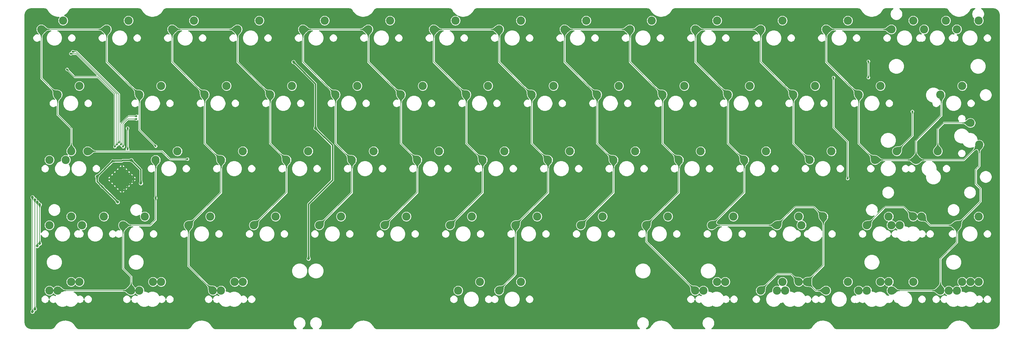
<source format=gbr>
%TF.GenerationSoftware,KiCad,Pcbnew,(5.1.11)-1*%
%TF.CreationDate,2022-08-27T18:46:52+07:00*%
%TF.ProjectId,Eclipse60,45636c69-7073-4653-9630-2e6b69636164,rev?*%
%TF.SameCoordinates,Original*%
%TF.FileFunction,Copper,L1,Top*%
%TF.FilePolarity,Positive*%
%FSLAX46Y46*%
G04 Gerber Fmt 4.6, Leading zero omitted, Abs format (unit mm)*
G04 Created by KiCad (PCBNEW (5.1.11)-1) date 2022-08-27 18:46:52*
%MOMM*%
%LPD*%
G01*
G04 APERTURE LIST*
%TA.AperFunction,ComponentPad*%
%ADD10C,2.400000*%
%TD*%
%TA.AperFunction,ComponentPad*%
%ADD11C,0.500000*%
%TD*%
%TA.AperFunction,SMDPad,CuDef*%
%ADD12C,0.100000*%
%TD*%
%TA.AperFunction,ViaPad*%
%ADD13C,0.600000*%
%TD*%
%TA.AperFunction,ViaPad*%
%ADD14C,0.800000*%
%TD*%
%TA.AperFunction,Conductor*%
%ADD15C,0.200000*%
%TD*%
%TA.AperFunction,Conductor*%
%ADD16C,0.400000*%
%TD*%
%TA.AperFunction,Conductor*%
%ADD17C,0.250000*%
%TD*%
%TA.AperFunction,Conductor*%
%ADD18C,0.100000*%
%TD*%
%TA.AperFunction,Conductor*%
%ADD19C,0.025400*%
%TD*%
G04 APERTURE END LIST*
D10*
%TO.P,MX84,2*%
%TO.N,C6*%
X307498750Y-69215000D03*
%TO.P,MX84,1*%
%TO.N,Net-(D45-Pad2)*%
X304958750Y-62865000D03*
%TD*%
%TO.P,MX83,1*%
%TO.N,C6*%
X277177500Y-73660000D03*
%TO.P,MX83,2*%
%TO.N,Net-(D30-Pad2)*%
X283527500Y-71120000D03*
%TD*%
%TO.P,MX45,2*%
%TO.N,Net-(D45-Pad2)*%
X295433750Y-71120000D03*
%TO.P,MX45,1*%
%TO.N,C6*%
X289083750Y-73660000D03*
%TD*%
%TO.P,MX82,1*%
%TO.N,C0*%
X62865000Y-111760000D03*
%TO.P,MX82,2*%
%TO.N,Net-(D66-Pad2)*%
X69215000Y-109220000D03*
%TD*%
%TO.P,MX81,1*%
%TO.N,C1*%
X86677500Y-111760000D03*
%TO.P,MX81,2*%
%TO.N,Net-(D67-Pad2)*%
X93027500Y-109220000D03*
%TD*%
%TO.P,MX80,1*%
%TO.N,C0*%
X39052500Y-111760000D03*
%TO.P,MX80,2*%
%TO.N,Net-(D65-Pad2)*%
X45402500Y-109220000D03*
%TD*%
%TO.P,MX79,2*%
%TO.N,Net-(D69-Pad2)*%
X173990000Y-109220000D03*
%TO.P,MX79,1*%
%TO.N,C3*%
X167640000Y-111760000D03*
%TD*%
%TO.P,MX61,1*%
%TO.N,Net-(D68-Pad2)*%
X248602500Y-111760000D03*
%TO.P,MX61,2*%
%TO.N,C5*%
X254952500Y-109220000D03*
%TD*%
%TO.P,MX78,2*%
%TO.N,Net-(D72-Pad2)*%
X302577500Y-109220000D03*
%TO.P,MX78,1*%
%TO.N,C6*%
X296227500Y-111760000D03*
%TD*%
%TO.P,MX77,2*%
%TO.N,C6*%
X278765000Y-109220000D03*
%TO.P,MX77,1*%
%TO.N,Net-(D71-Pad2)*%
X272415000Y-111760000D03*
%TD*%
%TO.P,MX74,1*%
%TO.N,C6*%
X298608750Y-111760000D03*
%TO.P,MX74,2*%
%TO.N,Net-(D72-Pad2)*%
X304958750Y-109220000D03*
%TD*%
%TO.P,MX71,1*%
%TO.N,Net-(D71-Pad2)*%
X274796250Y-111760000D03*
%TO.P,MX71,2*%
%TO.N,C6*%
X281146250Y-109220000D03*
%TD*%
%TO.P,MX69,1*%
%TO.N,Net-(D68-Pad2)*%
X250983750Y-111760000D03*
%TO.P,MX69,2*%
%TO.N,C5*%
X257333750Y-109220000D03*
%TD*%
%TO.P,MX64,1*%
%TO.N,C4*%
X227171250Y-111760000D03*
%TO.P,MX64,2*%
%TO.N,Net-(D16-Pad2)*%
X233521250Y-109220000D03*
%TD*%
%TO.P,MX40,1*%
%TO.N,C3*%
X181927500Y-73660000D03*
%TO.P,MX40,2*%
%TO.N,Net-(D40-Pad2)*%
X188277500Y-71120000D03*
%TD*%
%TO.P,MX34,1*%
%TO.N,C0*%
X67627500Y-73660000D03*
%TO.P,MX34,2*%
%TO.N,Net-(D34-Pad2)*%
X73977500Y-71120000D03*
%TD*%
%TO.P,MX48,2*%
%TO.N,Net-(D70-Pad2)*%
X269240000Y-109220000D03*
%TO.P,MX48,1*%
%TO.N,C5*%
X262890000Y-111760000D03*
%TD*%
%TO.P,MX32,2*%
%TO.N,Net-(D68-Pad2)*%
X250190000Y-109220000D03*
%TO.P,MX32,1*%
%TO.N,C5*%
X243840000Y-111760000D03*
%TD*%
%TO.P,MX16,2*%
%TO.N,Net-(D16-Pad2)*%
X231140000Y-109220000D03*
%TO.P,MX16,1*%
%TO.N,C4*%
X224790000Y-111760000D03*
%TD*%
%TO.P,MX76,1*%
%TO.N,Net-(D62-Pad2)*%
X284321250Y-92710000D03*
%TO.P,MX76,2*%
%TO.N,C6*%
X290671250Y-90170000D03*
%TD*%
%TO.P,MX75,2*%
%TO.N,C6*%
X288290000Y-90170000D03*
%TO.P,MX75,1*%
%TO.N,Net-(D62-Pad2)*%
X281940000Y-92710000D03*
%TD*%
%TO.P,MX47,2*%
%TO.N,C5*%
X262096250Y-90170000D03*
%TO.P,MX47,1*%
%TO.N,Net-(D60-Pad2)*%
X255746250Y-92710000D03*
%TD*%
%TO.P,MX46,2*%
%TO.N,Net-(D14-Pad2)*%
X297815000Y-33020000D03*
%TO.P,MX46,1*%
%TO.N,C6*%
X291465000Y-35560000D03*
%TD*%
D11*
%TO.P,U1,45*%
%TO.N,GND*%
X54511953Y-79231250D03*
X55333965Y-80053262D03*
X56155977Y-80875273D03*
X56977988Y-81697285D03*
X57800000Y-82519297D03*
X55333965Y-78409238D03*
X56155977Y-79231250D03*
X56977988Y-80053262D03*
X57800000Y-80875273D03*
X58622012Y-81697285D03*
X56155977Y-77587227D03*
X56977988Y-78409238D03*
X57800000Y-79231250D03*
X58622012Y-80053262D03*
X59444023Y-80875273D03*
X56977988Y-76765215D03*
X57800000Y-77587227D03*
X58622012Y-78409238D03*
X59444023Y-79231250D03*
X60266035Y-80053262D03*
X57800000Y-75943203D03*
X58622012Y-76765215D03*
X59444023Y-77587227D03*
X60266035Y-78409238D03*
X61088047Y-79231250D03*
%TA.AperFunction,SMDPad,CuDef*%
D12*
G36*
X54158400Y-79231250D02*
G01*
X57800000Y-75589650D01*
X61441600Y-79231250D01*
X57800000Y-82872850D01*
X54158400Y-79231250D01*
G37*
%TD.AperFunction*%
%TD*%
D10*
%TO.P,MX31,1*%
%TO.N,C0*%
X46196250Y-92710000D03*
%TO.P,MX31,2*%
%TO.N,Net-(D49-Pad2)*%
X52546250Y-90170000D03*
%TD*%
%TO.P,MX30,2*%
%TO.N,Net-(D30-Pad2)*%
X302577500Y-52070000D03*
%TO.P,MX30,1*%
%TO.N,C6*%
X296227500Y-54610000D03*
%TD*%
%TO.P,MX73,1*%
%TO.N,C6*%
X300990000Y-111760000D03*
%TO.P,MX73,2*%
%TO.N,Net-(D72-Pad2)*%
X307340000Y-109220000D03*
%TD*%
%TO.P,MX72,1*%
%TO.N,C6*%
X281940000Y-111760000D03*
%TO.P,MX72,2*%
%TO.N,Net-(D71-Pad2)*%
X288290000Y-109220000D03*
%TD*%
%TO.P,MX70,2*%
%TO.N,Net-(D69-Pad2)*%
X162083750Y-109220000D03*
%TO.P,MX70,1*%
%TO.N,C3*%
X155733750Y-111760000D03*
%TD*%
%TO.P,MX68,1*%
%TO.N,C1*%
X84296250Y-111760000D03*
%TO.P,MX68,2*%
%TO.N,Net-(D67-Pad2)*%
X90646250Y-109220000D03*
%TD*%
%TO.P,MX67,1*%
%TO.N,C0*%
X60483750Y-111760000D03*
%TO.P,MX67,2*%
%TO.N,Net-(D66-Pad2)*%
X66833750Y-109220000D03*
%TD*%
%TO.P,MX66,1*%
%TO.N,C0*%
X36671250Y-111760000D03*
%TO.P,MX66,2*%
%TO.N,Net-(D65-Pad2)*%
X43021250Y-109220000D03*
%TD*%
%TO.P,MX65,1*%
%TO.N,Net-(D33-Pad2)*%
X36671250Y-73660000D03*
%TO.P,MX65,2*%
%TO.N,C0*%
X43021250Y-71120000D03*
%TD*%
%TO.P,MX62,1*%
%TO.N,C6*%
X274796250Y-92710000D03*
%TO.P,MX62,2*%
%TO.N,Net-(D62-Pad2)*%
X281146250Y-90170000D03*
%TD*%
%TO.P,MX63,1*%
%TO.N,C6*%
X300990000Y-92710000D03*
%TO.P,MX63,2*%
%TO.N,Net-(D63-Pad2)*%
X307340000Y-90170000D03*
%TD*%
%TO.P,MX60,1*%
%TO.N,C5*%
X248602500Y-92710000D03*
%TO.P,MX60,2*%
%TO.N,Net-(D60-Pad2)*%
X254952500Y-90170000D03*
%TD*%
%TO.P,MX59,1*%
%TO.N,C5*%
X229552500Y-92710000D03*
%TO.P,MX59,2*%
%TO.N,Net-(D59-Pad2)*%
X235902500Y-90170000D03*
%TD*%
%TO.P,MX58,1*%
%TO.N,C4*%
X210502500Y-92710000D03*
%TO.P,MX58,2*%
%TO.N,Net-(D58-Pad2)*%
X216852500Y-90170000D03*
%TD*%
%TO.P,MX57,1*%
%TO.N,C4*%
X191452500Y-92710000D03*
%TO.P,MX57,2*%
%TO.N,Net-(D57-Pad2)*%
X197802500Y-90170000D03*
%TD*%
%TO.P,MX56,1*%
%TO.N,C3*%
X172402500Y-92710000D03*
%TO.P,MX56,2*%
%TO.N,Net-(D56-Pad2)*%
X178752500Y-90170000D03*
%TD*%
%TO.P,MX55,1*%
%TO.N,C3*%
X153352500Y-92710000D03*
%TO.P,MX55,2*%
%TO.N,Net-(D55-Pad2)*%
X159702500Y-90170000D03*
%TD*%
%TO.P,MX54,1*%
%TO.N,C2*%
X134302500Y-92710000D03*
%TO.P,MX54,2*%
%TO.N,Net-(D54-Pad2)*%
X140652500Y-90170000D03*
%TD*%
%TO.P,MX53,1*%
%TO.N,C2*%
X115252500Y-92710000D03*
%TO.P,MX53,2*%
%TO.N,Net-(D53-Pad2)*%
X121602500Y-90170000D03*
%TD*%
%TO.P,MX52,1*%
%TO.N,C1*%
X96202500Y-92710000D03*
%TO.P,MX52,2*%
%TO.N,Net-(D52-Pad2)*%
X102552500Y-90170000D03*
%TD*%
%TO.P,MX51,1*%
%TO.N,C1*%
X77152500Y-92710000D03*
%TO.P,MX51,2*%
%TO.N,Net-(D51-Pad2)*%
X83502500Y-90170000D03*
%TD*%
%TO.P,MX50,1*%
%TO.N,C0*%
X58102500Y-92710000D03*
%TO.P,MX50,2*%
%TO.N,Net-(D50-Pad2)*%
X64452500Y-90170000D03*
%TD*%
%TO.P,MX49,1*%
%TO.N,C0*%
X36671250Y-92710000D03*
%TO.P,MX49,2*%
%TO.N,Net-(D49-Pad2)*%
X43021250Y-90170000D03*
%TD*%
%TO.P,MX33,1*%
%TO.N,C0*%
X41433750Y-73660000D03*
%TO.P,MX33,2*%
%TO.N,Net-(D33-Pad2)*%
X47783750Y-71120000D03*
%TD*%
%TO.P,MX44,1*%
%TO.N,C5*%
X258127500Y-73660000D03*
%TO.P,MX44,2*%
%TO.N,Net-(D44-Pad2)*%
X264477500Y-71120000D03*
%TD*%
%TO.P,MX43,1*%
%TO.N,C5*%
X239077500Y-73660000D03*
%TO.P,MX43,2*%
%TO.N,Net-(D43-Pad2)*%
X245427500Y-71120000D03*
%TD*%
%TO.P,MX42,1*%
%TO.N,C4*%
X220027500Y-73660000D03*
%TO.P,MX42,2*%
%TO.N,Net-(D42-Pad2)*%
X226377500Y-71120000D03*
%TD*%
%TO.P,MX41,1*%
%TO.N,C4*%
X200977500Y-73660000D03*
%TO.P,MX41,2*%
%TO.N,Net-(D41-Pad2)*%
X207327500Y-71120000D03*
%TD*%
%TO.P,MX39,1*%
%TO.N,C3*%
X162877500Y-73660000D03*
%TO.P,MX39,2*%
%TO.N,Net-(D39-Pad2)*%
X169227500Y-71120000D03*
%TD*%
%TO.P,MX38,1*%
%TO.N,C2*%
X143827500Y-73660000D03*
%TO.P,MX38,2*%
%TO.N,Net-(D38-Pad2)*%
X150177500Y-71120000D03*
%TD*%
%TO.P,MX37,1*%
%TO.N,C2*%
X124777500Y-73660000D03*
%TO.P,MX37,2*%
%TO.N,Net-(D37-Pad2)*%
X131127500Y-71120000D03*
%TD*%
%TO.P,MX36,1*%
%TO.N,C1*%
X105727500Y-73660000D03*
%TO.P,MX36,2*%
%TO.N,Net-(D36-Pad2)*%
X112077500Y-71120000D03*
%TD*%
%TO.P,MX35,1*%
%TO.N,C1*%
X86677500Y-73660000D03*
%TO.P,MX35,2*%
%TO.N,Net-(D35-Pad2)*%
X93027500Y-71120000D03*
%TD*%
%TO.P,MX17,1*%
%TO.N,C0*%
X39052500Y-54610000D03*
%TO.P,MX17,2*%
%TO.N,Net-(D17-Pad2)*%
X45402500Y-52070000D03*
%TD*%
%TO.P,MX29,1*%
%TO.N,C6*%
X272415000Y-54610000D03*
%TO.P,MX29,2*%
%TO.N,Net-(D29-Pad2)*%
X278765000Y-52070000D03*
%TD*%
%TO.P,MX28,1*%
%TO.N,C5*%
X253365000Y-54610000D03*
%TO.P,MX28,2*%
%TO.N,Net-(D28-Pad2)*%
X259715000Y-52070000D03*
%TD*%
%TO.P,MX27,1*%
%TO.N,C5*%
X234315000Y-54610000D03*
%TO.P,MX27,2*%
%TO.N,Net-(D27-Pad2)*%
X240665000Y-52070000D03*
%TD*%
%TO.P,MX26,1*%
%TO.N,C4*%
X215265000Y-54610000D03*
%TO.P,MX26,2*%
%TO.N,Net-(D26-Pad2)*%
X221615000Y-52070000D03*
%TD*%
%TO.P,MX25,1*%
%TO.N,C4*%
X196215000Y-54610000D03*
%TO.P,MX25,2*%
%TO.N,Net-(D25-Pad2)*%
X202565000Y-52070000D03*
%TD*%
%TO.P,MX24,1*%
%TO.N,C3*%
X177165000Y-54610000D03*
%TO.P,MX24,2*%
%TO.N,Net-(D24-Pad2)*%
X183515000Y-52070000D03*
%TD*%
%TO.P,MX23,1*%
%TO.N,C3*%
X158115000Y-54610000D03*
%TO.P,MX23,2*%
%TO.N,Net-(D23-Pad2)*%
X164465000Y-52070000D03*
%TD*%
%TO.P,MX22,1*%
%TO.N,C2*%
X139065000Y-54610000D03*
%TO.P,MX22,2*%
%TO.N,Net-(D22-Pad2)*%
X145415000Y-52070000D03*
%TD*%
%TO.P,MX21,1*%
%TO.N,C2*%
X120015000Y-54610000D03*
%TO.P,MX21,2*%
%TO.N,Net-(D21-Pad2)*%
X126365000Y-52070000D03*
%TD*%
%TO.P,MX20,1*%
%TO.N,C1*%
X100965000Y-54610000D03*
%TO.P,MX20,2*%
%TO.N,Net-(D20-Pad2)*%
X107315000Y-52070000D03*
%TD*%
%TO.P,MX19,1*%
%TO.N,C1*%
X81915000Y-54610000D03*
%TO.P,MX19,2*%
%TO.N,Net-(D19-Pad2)*%
X88265000Y-52070000D03*
%TD*%
%TO.P,MX18,1*%
%TO.N,C0*%
X62865000Y-54610000D03*
%TO.P,MX18,2*%
%TO.N,Net-(D18-Pad2)*%
X69215000Y-52070000D03*
%TD*%
%TO.P,MX15,1*%
%TO.N,C6*%
X300990000Y-35560000D03*
%TO.P,MX15,2*%
%TO.N,Net-(D15-Pad2)*%
X307340000Y-33020000D03*
%TD*%
%TO.P,MX14,1*%
%TO.N,C6*%
X281940000Y-35560000D03*
%TO.P,MX14,2*%
%TO.N,Net-(D14-Pad2)*%
X288290000Y-33020000D03*
%TD*%
%TO.P,MX13,1*%
%TO.N,C6*%
X262890000Y-35560000D03*
%TO.P,MX13,2*%
%TO.N,Net-(D13-Pad2)*%
X269240000Y-33020000D03*
%TD*%
%TO.P,MX12,1*%
%TO.N,C5*%
X243840000Y-35560000D03*
%TO.P,MX12,2*%
%TO.N,Net-(D12-Pad2)*%
X250190000Y-33020000D03*
%TD*%
%TO.P,MX11,1*%
%TO.N,C5*%
X224790000Y-35560000D03*
%TO.P,MX11,2*%
%TO.N,Net-(D11-Pad2)*%
X231140000Y-33020000D03*
%TD*%
%TO.P,MX10,1*%
%TO.N,C4*%
X205740000Y-35560000D03*
%TO.P,MX10,2*%
%TO.N,Net-(D10-Pad2)*%
X212090000Y-33020000D03*
%TD*%
%TO.P,MX9,1*%
%TO.N,C4*%
X186690000Y-35560000D03*
%TO.P,MX9,2*%
%TO.N,Net-(D9-Pad2)*%
X193040000Y-33020000D03*
%TD*%
%TO.P,MX8,1*%
%TO.N,C3*%
X167640000Y-35560000D03*
%TO.P,MX8,2*%
%TO.N,Net-(D8-Pad2)*%
X173990000Y-33020000D03*
%TD*%
%TO.P,MX7,1*%
%TO.N,C3*%
X148590000Y-35560000D03*
%TO.P,MX7,2*%
%TO.N,Net-(D7-Pad2)*%
X154940000Y-33020000D03*
%TD*%
%TO.P,MX6,1*%
%TO.N,C2*%
X129540000Y-35560000D03*
%TO.P,MX6,2*%
%TO.N,Net-(D6-Pad2)*%
X135890000Y-33020000D03*
%TD*%
%TO.P,MX5,1*%
%TO.N,C2*%
X110490000Y-35560000D03*
%TO.P,MX5,2*%
%TO.N,Net-(D5-Pad2)*%
X116840000Y-33020000D03*
%TD*%
%TO.P,MX4,1*%
%TO.N,C1*%
X91440000Y-35560000D03*
%TO.P,MX4,2*%
%TO.N,Net-(D4-Pad2)*%
X97790000Y-33020000D03*
%TD*%
%TO.P,MX3,1*%
%TO.N,C1*%
X72390000Y-35560000D03*
%TO.P,MX3,2*%
%TO.N,Net-(D3-Pad2)*%
X78740000Y-33020000D03*
%TD*%
%TO.P,MX2,1*%
%TO.N,C0*%
X53340000Y-35560000D03*
%TO.P,MX2,2*%
%TO.N,Net-(D2-Pad2)*%
X59690000Y-33020000D03*
%TD*%
%TO.P,MX1,1*%
%TO.N,C0*%
X34290000Y-35560000D03*
%TO.P,MX1,2*%
%TO.N,Net-(D1-Pad2)*%
X40640000Y-33020000D03*
%TD*%
D13*
%TO.N,Net-(D30-Pad2)*%
X288031250Y-59531250D03*
%TO.N,Net-(D33-Pad2)*%
X76903125Y-73431250D03*
D14*
%TO.N,GND*%
X269503125Y-47968750D03*
X293190625Y-101984375D03*
X264615625Y-101984375D03*
X240803125Y-101984375D03*
X216990625Y-101984375D03*
X181271875Y-101984375D03*
X150315625Y-101984375D03*
X121740625Y-101984375D03*
X50303125Y-101984375D03*
X46865625Y-48034375D03*
X79012500Y-48034375D03*
X291375000Y-48034375D03*
X236606250Y-48034375D03*
X204459375Y-48034375D03*
X173503125Y-48034375D03*
X109209375Y-48034375D03*
X49750000Y-79981250D03*
X59050000Y-85981250D03*
X56300000Y-87481250D03*
X93393750Y-68175000D03*
X63300000Y-72231250D03*
X60550000Y-72231250D03*
X64800000Y-80481250D03*
X54237500Y-56490625D03*
X143306250Y-48034375D03*
X83640625Y-101984375D03*
%TO.N,+5V*%
X56550000Y-85981250D03*
X50550000Y-78481250D03*
D13*
X52050000Y-81481250D03*
X55050000Y-73981250D03*
D14*
X63300000Y-80481250D03*
X60550000Y-73761582D03*
X114159375Y-64425000D03*
X112150000Y-102484369D03*
X107784375Y-45112500D03*
D13*
%TO.N,Net-(R4-Pad2)*%
X59425000Y-70520000D03*
X59425000Y-64399990D03*
%TO.N,Net-(R5-Pad1)*%
X55750000Y-69831250D03*
X41800000Y-47259375D03*
%TO.N,C0*%
X67627500Y-69653750D03*
X67627500Y-84781320D03*
%TO.N,R0*%
X56350000Y-69231250D03*
X42883375Y-42684375D03*
%TO.N,R1*%
X56950000Y-68631250D03*
X43452860Y-42084375D03*
%TO.N,R5*%
X275225000Y-44900000D03*
X269175000Y-79100000D03*
X275225000Y-49650000D03*
X265050000Y-49650000D03*
%TO.N,R3*%
X57550000Y-69231250D03*
X62046743Y-60923213D03*
%TO.N,R2*%
X58150000Y-69831250D03*
X62009375Y-61734375D03*
D14*
%TO.N,R6*%
X33136642Y-85977267D03*
X33136642Y-98791483D03*
%TO.N,R7*%
X33843750Y-86684375D03*
X33843750Y-98084375D03*
%TO.N,R9*%
X32429534Y-85270159D03*
X32429534Y-117198591D03*
%TO.N,R8*%
X31722426Y-84563051D03*
X31722426Y-117963051D03*
%TD*%
D15*
%TO.N,Net-(D30-Pad2)*%
X288031250Y-66616250D02*
X283527500Y-71120000D01*
X288031250Y-59531250D02*
X288031250Y-66616250D01*
%TO.N,Net-(D33-Pad2)*%
X76903125Y-73431250D02*
X76903125Y-73431250D01*
X69488750Y-71120000D02*
X47783750Y-71120000D01*
X71800000Y-73431250D02*
X69488750Y-71120000D01*
X76903125Y-73431250D02*
X71800000Y-73431250D01*
%TO.N,Net-(D45-Pad2)*%
X295433750Y-71120000D02*
X295433750Y-64666250D01*
X297235000Y-62865000D02*
X304958750Y-62865000D01*
X295433750Y-64666250D02*
X297235000Y-62865000D01*
D16*
%TO.N,+5V*%
X50550000Y-79981250D02*
X50550000Y-78481250D01*
X52050000Y-81481250D02*
X50550000Y-79981250D01*
X56550000Y-85981250D02*
X52050000Y-81481250D01*
X50550000Y-78481250D02*
X55050000Y-73981250D01*
X63300000Y-80481250D02*
X63300000Y-76511582D01*
X55050000Y-73981250D02*
X57800000Y-73981250D01*
X63300000Y-76511582D02*
X60550000Y-73761582D01*
X57800000Y-73981250D02*
X58019668Y-73761582D01*
X58019668Y-73761582D02*
X60550000Y-73761582D01*
X112150000Y-86550000D02*
X112150000Y-102484369D01*
X114159375Y-64425000D02*
X119125000Y-69390625D01*
X119125000Y-69390625D02*
X119125000Y-79575000D01*
X119125000Y-79575000D02*
X112150000Y-86550000D01*
X114159375Y-51487500D02*
X107784375Y-45112500D01*
X114159375Y-64425000D02*
X114159375Y-51487500D01*
D15*
%TO.N,Net-(R4-Pad2)*%
X59425000Y-70520000D02*
X59425000Y-64399990D01*
%TO.N,Net-(R5-Pad1)*%
X55750000Y-54456250D02*
X55750000Y-69831250D01*
X41800000Y-47259375D02*
X43990625Y-49450000D01*
X50743750Y-49450000D02*
X55750000Y-54456250D01*
X43990625Y-49450000D02*
X50743750Y-49450000D01*
%TO.N,C0*%
X34290000Y-49847500D02*
X39052500Y-54610000D01*
X34290000Y-35560000D02*
X34290000Y-49847500D01*
X62865000Y-64891250D02*
X67627500Y-69653750D01*
X62865000Y-54610000D02*
X62865000Y-64891250D01*
X34290000Y-35560000D02*
X53340000Y-35560000D01*
X60483750Y-107733750D02*
X60483750Y-111760000D01*
X58102500Y-105352500D02*
X60483750Y-107733750D01*
X58102500Y-92710000D02*
X58102500Y-105352500D01*
X53340000Y-45085000D02*
X62865000Y-54610000D01*
X53340000Y-35560000D02*
X53340000Y-45085000D01*
X66071250Y-92710000D02*
X58102500Y-92710000D01*
X67627500Y-91153750D02*
X66071250Y-92710000D01*
X67627500Y-84781320D02*
X67627500Y-91153750D01*
X67627500Y-73660000D02*
X67627500Y-84781320D01*
X39052500Y-54610000D02*
X39052500Y-60527500D01*
X43021250Y-64496250D02*
X43021250Y-71120000D01*
X39052500Y-60527500D02*
X43021250Y-64496250D01*
X39052500Y-111760000D02*
X60483750Y-111760000D01*
%TO.N,C1*%
X72390000Y-35560000D02*
X91440000Y-35560000D01*
X91440000Y-45085000D02*
X100965000Y-54610000D01*
X91440000Y-35560000D02*
X91440000Y-45085000D01*
X100965000Y-68897500D02*
X105727500Y-73660000D01*
X100965000Y-54610000D02*
X100965000Y-68897500D01*
X81915000Y-68897500D02*
X86677500Y-73660000D01*
X81915000Y-54610000D02*
X81915000Y-68897500D01*
X72390000Y-45085000D02*
X81915000Y-54610000D01*
X72390000Y-35560000D02*
X72390000Y-45085000D01*
X105727500Y-83185000D02*
X96202500Y-92710000D01*
X105727500Y-73660000D02*
X105727500Y-83185000D01*
X86677500Y-83185000D02*
X77152500Y-92710000D01*
X86677500Y-73660000D02*
X86677500Y-83185000D01*
X77152500Y-104616250D02*
X84296250Y-111760000D01*
X77152500Y-92710000D02*
X77152500Y-104616250D01*
%TO.N,C2*%
X110490000Y-35560000D02*
X129540000Y-35560000D01*
X139065000Y-68897500D02*
X143827500Y-73660000D01*
X139065000Y-54610000D02*
X139065000Y-68897500D01*
X110490000Y-45085000D02*
X120015000Y-54610000D01*
X110490000Y-35560000D02*
X110490000Y-45085000D01*
X129540000Y-45085000D02*
X139065000Y-54610000D01*
X129540000Y-35560000D02*
X129540000Y-45085000D01*
X120015000Y-68897500D02*
X124777500Y-73660000D01*
X120015000Y-54610000D02*
X120015000Y-68897500D01*
X124777500Y-83185000D02*
X115252500Y-92710000D01*
X124777500Y-73660000D02*
X124777500Y-83185000D01*
X143827500Y-83185000D02*
X134302500Y-92710000D01*
X143827500Y-73660000D02*
X143827500Y-83185000D01*
%TO.N,C3*%
X148590000Y-35560000D02*
X167640000Y-35560000D01*
X177165000Y-68897500D02*
X181927500Y-73660000D01*
X177165000Y-54610000D02*
X177165000Y-68897500D01*
X167640000Y-45085000D02*
X177165000Y-54610000D01*
X167640000Y-35560000D02*
X167640000Y-45085000D01*
X148590000Y-45085000D02*
X158115000Y-54610000D01*
X148590000Y-35560000D02*
X148590000Y-45085000D01*
X158115000Y-68897500D02*
X162877500Y-73660000D01*
X158115000Y-54610000D02*
X158115000Y-68897500D01*
X162877500Y-83185000D02*
X153352500Y-92710000D01*
X162877500Y-73660000D02*
X162877500Y-83185000D01*
X181927500Y-83185000D02*
X172402500Y-92710000D01*
X181927500Y-73660000D02*
X181927500Y-83185000D01*
X172402500Y-106997500D02*
X167640000Y-111760000D01*
X172402500Y-92710000D02*
X172402500Y-106997500D01*
%TO.N,C4*%
X186690000Y-35560000D02*
X205740000Y-35560000D01*
X215265000Y-68897500D02*
X220027500Y-73660000D01*
X215265000Y-54610000D02*
X215265000Y-68897500D01*
X205740000Y-45085000D02*
X215265000Y-54610000D01*
X205740000Y-35560000D02*
X205740000Y-45085000D01*
X186690000Y-45085000D02*
X196215000Y-54610000D01*
X186690000Y-35560000D02*
X186690000Y-45085000D01*
X200977500Y-83185000D02*
X191452500Y-92710000D01*
X200977500Y-73660000D02*
X200977500Y-83185000D01*
X220027500Y-83185000D02*
X210502500Y-92710000D01*
X220027500Y-73660000D02*
X220027500Y-83185000D01*
X196215000Y-68897500D02*
X200977500Y-73660000D01*
X196215000Y-54610000D02*
X196215000Y-68897500D01*
X210502500Y-97472500D02*
X224790000Y-111760000D01*
X210502500Y-92710000D02*
X210502500Y-97472500D01*
%TO.N,C5*%
X224790000Y-35560000D02*
X243840000Y-35560000D01*
X253365000Y-68897500D02*
X258127500Y-73660000D01*
X253365000Y-54610000D02*
X253365000Y-68897500D01*
X243840000Y-45085000D02*
X253365000Y-54610000D01*
X243840000Y-35560000D02*
X243840000Y-45085000D01*
X239077500Y-83185000D02*
X229552500Y-92710000D01*
X239077500Y-73660000D02*
X239077500Y-83185000D01*
X234315000Y-68897500D02*
X239077500Y-73660000D01*
X234315000Y-54610000D02*
X234315000Y-68897500D01*
X224790000Y-45085000D02*
X234315000Y-54610000D01*
X224790000Y-35560000D02*
X224790000Y-45085000D01*
X243840000Y-111760000D02*
X248600000Y-107000000D01*
X252732500Y-107000000D02*
X254952500Y-109220000D01*
X248600000Y-107000000D02*
X252732500Y-107000000D01*
X262096250Y-104457500D02*
X257333750Y-109220000D01*
X262096250Y-90170000D02*
X262096250Y-104457500D01*
X259873750Y-111760000D02*
X257333750Y-109220000D01*
X262890000Y-111760000D02*
X259873750Y-111760000D01*
X229552500Y-92710000D02*
X248602500Y-92710000D01*
X248602500Y-92710000D02*
X253862500Y-87450000D01*
X259376250Y-87450000D02*
X262096250Y-90170000D01*
X253862500Y-87450000D02*
X259376250Y-87450000D01*
%TO.N,C6*%
X262890000Y-35560000D02*
X281940000Y-35560000D01*
X274796250Y-92710000D02*
X280056250Y-87450000D01*
X285570000Y-87450000D02*
X288290000Y-90170000D01*
X280056250Y-87450000D02*
X285570000Y-87450000D01*
X281940000Y-111760000D02*
X296227500Y-111760000D01*
X300990000Y-97785000D02*
X300990000Y-92710000D01*
X296227500Y-102547500D02*
X300990000Y-97785000D01*
X296227500Y-111760000D02*
X296227500Y-102547500D01*
X277177500Y-73660000D02*
X289083750Y-73660000D01*
X303053750Y-73660000D02*
X307498750Y-69215000D01*
X289083750Y-73660000D02*
X303053750Y-73660000D01*
X272415000Y-68897500D02*
X277177500Y-73660000D01*
X272415000Y-54610000D02*
X272415000Y-68897500D01*
X262890000Y-45085000D02*
X272415000Y-54610000D01*
X262890000Y-35560000D02*
X262890000Y-45085000D01*
X307498750Y-69215000D02*
X307498750Y-75526250D01*
X307498750Y-75526250D02*
X306500000Y-76525000D01*
X306500000Y-76525000D02*
X306500000Y-80650000D01*
X306500000Y-80650000D02*
X307850000Y-82000000D01*
X307850000Y-85850000D02*
X300990000Y-92710000D01*
X307850000Y-82000000D02*
X307850000Y-85850000D01*
X293211250Y-92710000D02*
X290671250Y-90170000D01*
X300990000Y-92710000D02*
X293211250Y-92710000D01*
X289083750Y-73660000D02*
X289083750Y-68144375D01*
X296457651Y-60770474D02*
X296457651Y-54610000D01*
X289083750Y-68144375D02*
X296457651Y-60770474D01*
%TO.N,R0*%
X44543824Y-42684375D02*
X42883375Y-42684375D01*
X56350000Y-54490551D02*
X44543824Y-42684375D01*
X56350000Y-69231250D02*
X56350000Y-54490551D01*
%TO.N,R1*%
X43452860Y-42084375D02*
X44509522Y-42084375D01*
X56950000Y-54524853D02*
X56950000Y-68631250D01*
X44509522Y-42084375D02*
X56950000Y-54524853D01*
%TO.N,R5*%
X275225000Y-44900000D02*
X275225000Y-49650000D01*
X275225000Y-49650000D02*
X275225000Y-49650000D01*
X269175000Y-68350000D02*
X269175000Y-79100000D01*
X265050000Y-64225000D02*
X269175000Y-68350000D01*
X265050000Y-49650000D02*
X265050000Y-64225000D01*
%TO.N,R3*%
X57550000Y-69231250D02*
X57550000Y-63115552D01*
X59742339Y-60923213D02*
X62046743Y-60923213D01*
X57550000Y-63115552D02*
X59742339Y-60923213D01*
%TO.N,R2*%
X58150000Y-69831250D02*
X58150000Y-63081250D01*
X59496875Y-61734375D02*
X58150000Y-63081250D01*
X62009375Y-61734375D02*
X59496875Y-61734375D01*
%TO.N,R6*%
X33136642Y-85977267D02*
X33136642Y-98791483D01*
%TO.N,R7*%
X33843750Y-86684375D02*
X33843750Y-98084375D01*
%TO.N,R9*%
X32429534Y-85270159D02*
X32429534Y-117198591D01*
%TO.N,R8*%
X31722426Y-84563051D02*
X31722426Y-117963051D01*
%TD*%
D17*
%TO.N,GND*%
X306002581Y-29678788D02*
X305745038Y-29936331D01*
X305542687Y-30239170D01*
X305403306Y-30575666D01*
X305332250Y-30932889D01*
X305332250Y-31297111D01*
X305403306Y-31654334D01*
X305542687Y-31990830D01*
X305745038Y-32293669D01*
X305918399Y-32467030D01*
X305873605Y-32575174D01*
X305815000Y-32869801D01*
X305815000Y-33170199D01*
X305873605Y-33464826D01*
X305988562Y-33742358D01*
X306155455Y-33992131D01*
X306367869Y-34204545D01*
X306617642Y-34371438D01*
X306895174Y-34486395D01*
X307189801Y-34545000D01*
X307490199Y-34545000D01*
X307784826Y-34486395D01*
X308062358Y-34371438D01*
X308312131Y-34204545D01*
X308524545Y-33992131D01*
X308691438Y-33742358D01*
X308806395Y-33464826D01*
X308865000Y-33170199D01*
X308865000Y-32869801D01*
X308806395Y-32575174D01*
X308691438Y-32297642D01*
X308653123Y-32240299D01*
X308819813Y-31990830D01*
X308959194Y-31654334D01*
X309030250Y-31297111D01*
X309030250Y-30932889D01*
X308959194Y-30575666D01*
X308819813Y-30239170D01*
X308617462Y-29936331D01*
X308359919Y-29678788D01*
X308129753Y-29524996D01*
X311529205Y-29524997D01*
X311904078Y-29561754D01*
X312244672Y-29664585D01*
X312558805Y-29831612D01*
X312834516Y-30056476D01*
X313061300Y-30330609D01*
X313230518Y-30643572D01*
X313335723Y-30983435D01*
X313374996Y-31357087D01*
X313374997Y-121029186D01*
X313338238Y-121404079D01*
X313235407Y-121744674D01*
X313068376Y-122058811D01*
X312843517Y-122334515D01*
X312569381Y-122561300D01*
X312256420Y-122730517D01*
X311916555Y-122835723D01*
X311542905Y-122874995D01*
X305794379Y-122874997D01*
X305565195Y-122852526D01*
X305364724Y-122791999D01*
X305179834Y-122693692D01*
X305017554Y-122561339D01*
X304878428Y-122393165D01*
X304813229Y-122283660D01*
X304772435Y-122208212D01*
X304760687Y-122190794D01*
X304750675Y-122172324D01*
X304747317Y-122167431D01*
X304395928Y-121662980D01*
X304370942Y-121633684D01*
X304346348Y-121604018D01*
X304342104Y-121599871D01*
X303899426Y-121173279D01*
X303869204Y-121149376D01*
X303839337Y-121125070D01*
X303834375Y-121121831D01*
X303834368Y-121121825D01*
X303834360Y-121121821D01*
X303317262Y-120789342D01*
X303283000Y-120771779D01*
X303248953Y-120753722D01*
X303243449Y-120751505D01*
X302671612Y-120525793D01*
X302634611Y-120515225D01*
X302597686Y-120504119D01*
X302591856Y-120503014D01*
X301987067Y-120392671D01*
X301948719Y-120389491D01*
X301910339Y-120385769D01*
X301904405Y-120385817D01*
X301904404Y-120385817D01*
X301289703Y-120395046D01*
X301251465Y-120399376D01*
X301213096Y-120403178D01*
X301207286Y-120404378D01*
X301207284Y-120404378D01*
X301207282Y-120404379D01*
X300606081Y-120532827D01*
X300569374Y-120544514D01*
X300532512Y-120555685D01*
X300527051Y-120557988D01*
X300527045Y-120557990D01*
X300527040Y-120557993D01*
X299962240Y-120800769D01*
X299928527Y-120819349D01*
X299894513Y-120837480D01*
X299889601Y-120840801D01*
X299889596Y-120840804D01*
X299889592Y-120840808D01*
X299382705Y-121188662D01*
X299353214Y-121213461D01*
X299323398Y-121237830D01*
X299319221Y-121242045D01*
X298889549Y-121681734D01*
X298865451Y-121711771D01*
X298840922Y-121741484D01*
X298837643Y-121746431D01*
X298501667Y-122261035D01*
X298501556Y-122261202D01*
X298364296Y-122471439D01*
X298217938Y-122621209D01*
X298045283Y-122739695D01*
X297852898Y-122822391D01*
X297639451Y-122867994D01*
X297515403Y-122874995D01*
X266081391Y-122874997D01*
X265852196Y-122852525D01*
X265651726Y-122791999D01*
X265466833Y-122693690D01*
X265304554Y-122561338D01*
X265165430Y-122393165D01*
X265100231Y-122283663D01*
X265059435Y-122208212D01*
X265047687Y-122190794D01*
X265037675Y-122172324D01*
X265034317Y-122167431D01*
X264682928Y-121662980D01*
X264657942Y-121633684D01*
X264633348Y-121604018D01*
X264629104Y-121599871D01*
X264186426Y-121173279D01*
X264156204Y-121149376D01*
X264126337Y-121125070D01*
X264121375Y-121121831D01*
X264121368Y-121121825D01*
X264121360Y-121121821D01*
X263604262Y-120789342D01*
X263570000Y-120771779D01*
X263535953Y-120753722D01*
X263530449Y-120751505D01*
X262958612Y-120525793D01*
X262921611Y-120515225D01*
X262884686Y-120504119D01*
X262878856Y-120503014D01*
X262274067Y-120392671D01*
X262235719Y-120389491D01*
X262197339Y-120385769D01*
X262191405Y-120385817D01*
X262191404Y-120385817D01*
X261576703Y-120395046D01*
X261538465Y-120399376D01*
X261500096Y-120403178D01*
X261494286Y-120404378D01*
X261494284Y-120404378D01*
X261494282Y-120404379D01*
X260893081Y-120532827D01*
X260856374Y-120544514D01*
X260819512Y-120555685D01*
X260814051Y-120557988D01*
X260814045Y-120557990D01*
X260814040Y-120557993D01*
X260249240Y-120800769D01*
X260215527Y-120819349D01*
X260181513Y-120837480D01*
X260176601Y-120840801D01*
X260176596Y-120840804D01*
X260176592Y-120840808D01*
X259669705Y-121188662D01*
X259640214Y-121213461D01*
X259610398Y-121237830D01*
X259606221Y-121242045D01*
X259176549Y-121681734D01*
X259152451Y-121711771D01*
X259127922Y-121741484D01*
X259124643Y-121746431D01*
X258788667Y-122261035D01*
X258788556Y-122261202D01*
X258651296Y-122471439D01*
X258504938Y-122621209D01*
X258332283Y-122739695D01*
X258139898Y-122822391D01*
X257926451Y-122867994D01*
X257802403Y-122874995D01*
X229548515Y-122874996D01*
X229778669Y-122721212D01*
X230036212Y-122463669D01*
X230238563Y-122160830D01*
X230377944Y-121824334D01*
X230449000Y-121467111D01*
X230449000Y-121102889D01*
X230377944Y-120745666D01*
X230238563Y-120409170D01*
X230036212Y-120106331D01*
X229778669Y-119848788D01*
X229475830Y-119646437D01*
X229139334Y-119507056D01*
X228782111Y-119436000D01*
X228417889Y-119436000D01*
X228060666Y-119507056D01*
X227724170Y-119646437D01*
X227421331Y-119848788D01*
X227163788Y-120106331D01*
X226961437Y-120409170D01*
X226822056Y-120745666D01*
X226751000Y-121102889D01*
X226751000Y-121467111D01*
X226822056Y-121824334D01*
X226961437Y-122160830D01*
X227163788Y-122463669D01*
X227421331Y-122721212D01*
X227651485Y-122874997D01*
X218993391Y-122874997D01*
X218764196Y-122852525D01*
X218563726Y-122791999D01*
X218378833Y-122693690D01*
X218216554Y-122561338D01*
X218077430Y-122393165D01*
X218012231Y-122283663D01*
X217971435Y-122208212D01*
X217959687Y-122190794D01*
X217949675Y-122172324D01*
X217946317Y-122167431D01*
X217594928Y-121662980D01*
X217569942Y-121633684D01*
X217545348Y-121604018D01*
X217541104Y-121599871D01*
X217098426Y-121173279D01*
X217068204Y-121149376D01*
X217038337Y-121125070D01*
X217033375Y-121121831D01*
X217033368Y-121121825D01*
X217033360Y-121121821D01*
X216516262Y-120789342D01*
X216482000Y-120771779D01*
X216447953Y-120753722D01*
X216442449Y-120751505D01*
X215870612Y-120525793D01*
X215833611Y-120515225D01*
X215796686Y-120504119D01*
X215790856Y-120503014D01*
X215186067Y-120392671D01*
X215147719Y-120389491D01*
X215109339Y-120385769D01*
X215103405Y-120385817D01*
X215103404Y-120385817D01*
X214488703Y-120395046D01*
X214450465Y-120399376D01*
X214412096Y-120403178D01*
X214406286Y-120404378D01*
X214406284Y-120404378D01*
X214406282Y-120404379D01*
X213805081Y-120532827D01*
X213768374Y-120544514D01*
X213731512Y-120555685D01*
X213726051Y-120557988D01*
X213726045Y-120557990D01*
X213726040Y-120557993D01*
X213161240Y-120800769D01*
X213127527Y-120819349D01*
X213093513Y-120837480D01*
X213088601Y-120840801D01*
X213088596Y-120840804D01*
X213088592Y-120840808D01*
X212581705Y-121188662D01*
X212552214Y-121213461D01*
X212522398Y-121237830D01*
X212518221Y-121242045D01*
X212088549Y-121681734D01*
X212064451Y-121711771D01*
X212039922Y-121741484D01*
X212036643Y-121746431D01*
X211700689Y-122261000D01*
X211700555Y-122261203D01*
X211563295Y-122471440D01*
X211416939Y-122621207D01*
X211244281Y-122739695D01*
X211051895Y-122822391D01*
X210838451Y-122867994D01*
X210714403Y-122874995D01*
X210492167Y-122874995D01*
X210722319Y-122721212D01*
X210979862Y-122463669D01*
X211182213Y-122160830D01*
X211321594Y-121824334D01*
X211392650Y-121467111D01*
X211392650Y-121102889D01*
X211321594Y-120745666D01*
X211182213Y-120409170D01*
X210979862Y-120106331D01*
X210722319Y-119848788D01*
X210419480Y-119646437D01*
X210082984Y-119507056D01*
X209725761Y-119436000D01*
X209361539Y-119436000D01*
X209004316Y-119507056D01*
X208667820Y-119646437D01*
X208364981Y-119848788D01*
X208107438Y-120106331D01*
X207905087Y-120409170D01*
X207765706Y-120745666D01*
X207694650Y-121102889D01*
X207694650Y-121467111D01*
X207765706Y-121824334D01*
X207905087Y-122160830D01*
X208107438Y-122463669D01*
X208364981Y-122721212D01*
X208595133Y-122874995D01*
X132193379Y-122874997D01*
X131964195Y-122852526D01*
X131763724Y-122791999D01*
X131578834Y-122693692D01*
X131416554Y-122561339D01*
X131277428Y-122393165D01*
X131212229Y-122283660D01*
X131171435Y-122208212D01*
X131159687Y-122190794D01*
X131149675Y-122172324D01*
X131146317Y-122167431D01*
X130794928Y-121662980D01*
X130769942Y-121633684D01*
X130745348Y-121604018D01*
X130741104Y-121599871D01*
X130298426Y-121173279D01*
X130268204Y-121149376D01*
X130238337Y-121125070D01*
X130233375Y-121121831D01*
X130233368Y-121121825D01*
X130233360Y-121121821D01*
X129716262Y-120789342D01*
X129682000Y-120771779D01*
X129647953Y-120753722D01*
X129642449Y-120751505D01*
X129070612Y-120525793D01*
X129033611Y-120515225D01*
X128996686Y-120504119D01*
X128990856Y-120503014D01*
X128386067Y-120392671D01*
X128347719Y-120389491D01*
X128309339Y-120385769D01*
X128303405Y-120385817D01*
X128303404Y-120385817D01*
X127688703Y-120395046D01*
X127650465Y-120399376D01*
X127612096Y-120403178D01*
X127606286Y-120404378D01*
X127606284Y-120404378D01*
X127606282Y-120404379D01*
X127005081Y-120532827D01*
X126968374Y-120544514D01*
X126931512Y-120555685D01*
X126926051Y-120557988D01*
X126926045Y-120557990D01*
X126926040Y-120557993D01*
X126361240Y-120800769D01*
X126327527Y-120819349D01*
X126293513Y-120837480D01*
X126288601Y-120840801D01*
X126288596Y-120840804D01*
X126288592Y-120840808D01*
X125781705Y-121188662D01*
X125752214Y-121213461D01*
X125722398Y-121237830D01*
X125718221Y-121242045D01*
X125288549Y-121681734D01*
X125264451Y-121711771D01*
X125239922Y-121741484D01*
X125236643Y-121746431D01*
X124900667Y-122261035D01*
X124900556Y-122261202D01*
X124763296Y-122471439D01*
X124616940Y-122621207D01*
X124444280Y-122739697D01*
X124251898Y-122822391D01*
X124038451Y-122867995D01*
X123914406Y-122874995D01*
X115248516Y-122874995D01*
X115478669Y-122721212D01*
X115736212Y-122463669D01*
X115938563Y-122160830D01*
X116077944Y-121824334D01*
X116149000Y-121467111D01*
X116149000Y-121102889D01*
X116077944Y-120745666D01*
X115938563Y-120409170D01*
X115736212Y-120106331D01*
X115478669Y-119848788D01*
X115175830Y-119646437D01*
X114839334Y-119507056D01*
X114482111Y-119436000D01*
X114117889Y-119436000D01*
X113760666Y-119507056D01*
X113424170Y-119646437D01*
X113121331Y-119848788D01*
X112863788Y-120106331D01*
X112661437Y-120409170D01*
X112522056Y-120745666D01*
X112451000Y-121102889D01*
X112451000Y-121467111D01*
X112522056Y-121824334D01*
X112661437Y-122160830D01*
X112863788Y-122463669D01*
X113121331Y-122721212D01*
X113351484Y-122874996D01*
X110492366Y-122874996D01*
X110722519Y-122721212D01*
X110980062Y-122463669D01*
X111182413Y-122160830D01*
X111321794Y-121824334D01*
X111392850Y-121467111D01*
X111392850Y-121102889D01*
X111321794Y-120745666D01*
X111182413Y-120409170D01*
X110980062Y-120106331D01*
X110722519Y-119848788D01*
X110419680Y-119646437D01*
X110083184Y-119507056D01*
X109725961Y-119436000D01*
X109361739Y-119436000D01*
X109004516Y-119507056D01*
X108668020Y-119646437D01*
X108365181Y-119848788D01*
X108107638Y-120106331D01*
X107905287Y-120409170D01*
X107765906Y-120745666D01*
X107694850Y-121102889D01*
X107694850Y-121467111D01*
X107765906Y-121824334D01*
X107905287Y-122160830D01*
X108107638Y-122463669D01*
X108365181Y-122721212D01*
X108595334Y-122874996D01*
X85106389Y-122874997D01*
X84877194Y-122852525D01*
X84676723Y-122791998D01*
X84491833Y-122693691D01*
X84329553Y-122561338D01*
X84190429Y-122393165D01*
X84125233Y-122283667D01*
X84084435Y-122208212D01*
X84072689Y-122190797D01*
X84062676Y-122172325D01*
X84059318Y-122167432D01*
X83707930Y-121662981D01*
X83682938Y-121633677D01*
X83658349Y-121604018D01*
X83654105Y-121599871D01*
X83211427Y-121173279D01*
X83181228Y-121149395D01*
X83151338Y-121125069D01*
X83146376Y-121121831D01*
X83146369Y-121121825D01*
X83146361Y-121121821D01*
X82629261Y-120789341D01*
X82594999Y-120771779D01*
X82560953Y-120753722D01*
X82555449Y-120751505D01*
X81983611Y-120525793D01*
X81946610Y-120515225D01*
X81909685Y-120504119D01*
X81903855Y-120503014D01*
X81299067Y-120392671D01*
X81260719Y-120389491D01*
X81222339Y-120385769D01*
X81216405Y-120385817D01*
X81216404Y-120385817D01*
X80601702Y-120395046D01*
X80563464Y-120399376D01*
X80525095Y-120403178D01*
X80519285Y-120404378D01*
X80519283Y-120404378D01*
X80519281Y-120404379D01*
X79918080Y-120532827D01*
X79881373Y-120544514D01*
X79844511Y-120555685D01*
X79839050Y-120557988D01*
X79839044Y-120557990D01*
X79839039Y-120557993D01*
X79274239Y-120800769D01*
X79240526Y-120819349D01*
X79206512Y-120837480D01*
X79201600Y-120840801D01*
X79201595Y-120840804D01*
X79201591Y-120840808D01*
X78694704Y-121188662D01*
X78665229Y-121213447D01*
X78635397Y-121237830D01*
X78631220Y-121242045D01*
X78201548Y-121681735D01*
X78177446Y-121711776D01*
X78152921Y-121741485D01*
X78149642Y-121746432D01*
X77813666Y-122261036D01*
X77813555Y-122261203D01*
X77676295Y-122471440D01*
X77529939Y-122621207D01*
X77357281Y-122739695D01*
X77164895Y-122822391D01*
X76951451Y-122867994D01*
X76827403Y-122874995D01*
X45393389Y-122874997D01*
X45164194Y-122852525D01*
X44963723Y-122791998D01*
X44778833Y-122693691D01*
X44616553Y-122561338D01*
X44477429Y-122393165D01*
X44412233Y-122283667D01*
X44371435Y-122208212D01*
X44359689Y-122190797D01*
X44349676Y-122172325D01*
X44346318Y-122167432D01*
X43994930Y-121662981D01*
X43969938Y-121633677D01*
X43945349Y-121604018D01*
X43941105Y-121599871D01*
X43498427Y-121173279D01*
X43468228Y-121149395D01*
X43438338Y-121125069D01*
X43433376Y-121121831D01*
X43433369Y-121121825D01*
X43433361Y-121121821D01*
X42916261Y-120789341D01*
X42881999Y-120771779D01*
X42847953Y-120753722D01*
X42842449Y-120751505D01*
X42270611Y-120525793D01*
X42233610Y-120515225D01*
X42196685Y-120504119D01*
X42190855Y-120503014D01*
X41586067Y-120392671D01*
X41547719Y-120389491D01*
X41509339Y-120385769D01*
X41503405Y-120385817D01*
X41503404Y-120385817D01*
X40888702Y-120395046D01*
X40850464Y-120399376D01*
X40812095Y-120403178D01*
X40806285Y-120404378D01*
X40806283Y-120404378D01*
X40806281Y-120404379D01*
X40205080Y-120532827D01*
X40168373Y-120544514D01*
X40131511Y-120555685D01*
X40126050Y-120557988D01*
X40126044Y-120557990D01*
X40126039Y-120557993D01*
X39561239Y-120800769D01*
X39527526Y-120819349D01*
X39493512Y-120837480D01*
X39488600Y-120840801D01*
X39488595Y-120840804D01*
X39488591Y-120840808D01*
X38981704Y-121188662D01*
X38952229Y-121213447D01*
X38922397Y-121237830D01*
X38918220Y-121242045D01*
X38488548Y-121681735D01*
X38464446Y-121711776D01*
X38439921Y-121741485D01*
X38436642Y-121746432D01*
X38100557Y-122261202D01*
X38100556Y-122261204D01*
X37963296Y-122471441D01*
X37816940Y-122621208D01*
X37644282Y-122739696D01*
X37451896Y-122822392D01*
X37238451Y-122867995D01*
X37114406Y-122874995D01*
X31370796Y-122874997D01*
X30995913Y-122838239D01*
X30655319Y-122735408D01*
X30341182Y-122568379D01*
X30065476Y-122343518D01*
X29838691Y-122069382D01*
X29669474Y-121756420D01*
X29564268Y-121416555D01*
X29524995Y-121042896D01*
X29524995Y-84491645D01*
X30997426Y-84491645D01*
X30997426Y-84634457D01*
X31025287Y-84774526D01*
X31079939Y-84906467D01*
X31097043Y-84932066D01*
X31100785Y-84939101D01*
X31104565Y-84946006D01*
X31117215Y-84968463D01*
X31120936Y-84974895D01*
X31133541Y-84996122D01*
X31137112Y-85001995D01*
X31149642Y-85022114D01*
X31152921Y-85027269D01*
X31165344Y-85046405D01*
X31168216Y-85050753D01*
X31180501Y-85069028D01*
X31182832Y-85072448D01*
X31194948Y-85089985D01*
X31196601Y-85092355D01*
X31208515Y-85109276D01*
X31209386Y-85110507D01*
X31221068Y-85126936D01*
X31221069Y-85126937D01*
X31231969Y-85142267D01*
X31241698Y-85156097D01*
X31250090Y-85168293D01*
X31257245Y-85179045D01*
X31263223Y-85188451D01*
X31268111Y-85196601D01*
X31272089Y-85203721D01*
X31275356Y-85210078D01*
X31278116Y-85215993D01*
X31280539Y-85221794D01*
X31282771Y-85227845D01*
X31284942Y-85234619D01*
X31287081Y-85242434D01*
X31289204Y-85251720D01*
X31291264Y-85262788D01*
X31293186Y-85275928D01*
X31294866Y-85291341D01*
X31296201Y-85309258D01*
X31297079Y-85329802D01*
X31297426Y-85355275D01*
X31297427Y-117170756D01*
X31297079Y-117196299D01*
X31296201Y-117216843D01*
X31294866Y-117234760D01*
X31293186Y-117250173D01*
X31291264Y-117263313D01*
X31289204Y-117274381D01*
X31287081Y-117283667D01*
X31284942Y-117291482D01*
X31282774Y-117298249D01*
X31280539Y-117304307D01*
X31278116Y-117310108D01*
X31275356Y-117316023D01*
X31272089Y-117322380D01*
X31268111Y-117329500D01*
X31263223Y-117337650D01*
X31257245Y-117347056D01*
X31250090Y-117357808D01*
X31241698Y-117370004D01*
X31231969Y-117383834D01*
X31221069Y-117399164D01*
X31221068Y-117399165D01*
X31209386Y-117415594D01*
X31208515Y-117416825D01*
X31196601Y-117433746D01*
X31194948Y-117436116D01*
X31182832Y-117453653D01*
X31180501Y-117457073D01*
X31168216Y-117475348D01*
X31165344Y-117479696D01*
X31152921Y-117498832D01*
X31149642Y-117503987D01*
X31137112Y-117524106D01*
X31133541Y-117529979D01*
X31120936Y-117551206D01*
X31117215Y-117557638D01*
X31104565Y-117580095D01*
X31100785Y-117587000D01*
X31097041Y-117594040D01*
X31079939Y-117619635D01*
X31025287Y-117751576D01*
X30997426Y-117891645D01*
X30997426Y-118034457D01*
X31025287Y-118174526D01*
X31079939Y-118306467D01*
X31159282Y-118425212D01*
X31260265Y-118526195D01*
X31379010Y-118605538D01*
X31510951Y-118660190D01*
X31651020Y-118688051D01*
X31793832Y-118688051D01*
X31933901Y-118660190D01*
X32065842Y-118605538D01*
X32184587Y-118526195D01*
X32285570Y-118425212D01*
X32364913Y-118306467D01*
X32419565Y-118174526D01*
X32447426Y-118034457D01*
X32447426Y-117923591D01*
X32500940Y-117923591D01*
X32641009Y-117895730D01*
X32772950Y-117841078D01*
X32891695Y-117761735D01*
X32992678Y-117660752D01*
X33072021Y-117542007D01*
X33126673Y-117410066D01*
X33154534Y-117269997D01*
X33154534Y-117127185D01*
X33126673Y-116987116D01*
X33072021Y-116855175D01*
X33054914Y-116829573D01*
X33051174Y-116822540D01*
X33047394Y-116815635D01*
X33034744Y-116793178D01*
X33031023Y-116786746D01*
X33018418Y-116765519D01*
X33014847Y-116759646D01*
X33002317Y-116739527D01*
X32999038Y-116734372D01*
X32986615Y-116715236D01*
X32983743Y-116710888D01*
X32971458Y-116692613D01*
X32969127Y-116689193D01*
X32957011Y-116671656D01*
X32955358Y-116669286D01*
X32943444Y-116652365D01*
X32942573Y-116651134D01*
X32930891Y-116634705D01*
X32930890Y-116634704D01*
X32919990Y-116619374D01*
X32910261Y-116605544D01*
X32901869Y-116593348D01*
X32894714Y-116582596D01*
X32888736Y-116573190D01*
X32883848Y-116565040D01*
X32879870Y-116557920D01*
X32876603Y-116551563D01*
X32873843Y-116545648D01*
X32871420Y-116539847D01*
X32869185Y-116533789D01*
X32867017Y-116527022D01*
X32864878Y-116519207D01*
X32862755Y-116509921D01*
X32860695Y-116498853D01*
X32858773Y-116485713D01*
X32857093Y-116470300D01*
X32855758Y-116452383D01*
X32854880Y-116431840D01*
X32854534Y-116406383D01*
X32854534Y-114181810D01*
X34201250Y-114181810D01*
X34201250Y-114418190D01*
X34247366Y-114650027D01*
X34337824Y-114868413D01*
X34469149Y-115064955D01*
X34636295Y-115232101D01*
X34832837Y-115363426D01*
X35051223Y-115453884D01*
X35283060Y-115500000D01*
X35519440Y-115500000D01*
X35751277Y-115453884D01*
X35969663Y-115363426D01*
X36166205Y-115232101D01*
X36333351Y-115064955D01*
X36464676Y-114868413D01*
X36555134Y-114650027D01*
X36591875Y-114465321D01*
X36628616Y-114650027D01*
X36719074Y-114868413D01*
X36850399Y-115064955D01*
X37017545Y-115232101D01*
X37214087Y-115363426D01*
X37432473Y-115453884D01*
X37664310Y-115500000D01*
X37900690Y-115500000D01*
X38132527Y-115453884D01*
X38350913Y-115363426D01*
X38398583Y-115331574D01*
X38426268Y-115398411D01*
X38680043Y-115778212D01*
X39003038Y-116101207D01*
X39382839Y-116354982D01*
X39804852Y-116529786D01*
X40252858Y-116618900D01*
X40709642Y-116618900D01*
X41157648Y-116529786D01*
X41579661Y-116354982D01*
X41671875Y-116293367D01*
X41764089Y-116354982D01*
X42186102Y-116529786D01*
X42634108Y-116618900D01*
X43090892Y-116618900D01*
X43538898Y-116529786D01*
X43960911Y-116354982D01*
X44340712Y-116101207D01*
X44663707Y-115778212D01*
X44917482Y-115398411D01*
X44945167Y-115331574D01*
X44992837Y-115363426D01*
X45211223Y-115453884D01*
X45443060Y-115500000D01*
X45679440Y-115500000D01*
X45911277Y-115453884D01*
X46129663Y-115363426D01*
X46326205Y-115232101D01*
X46493351Y-115064955D01*
X46624676Y-114868413D01*
X46715134Y-114650027D01*
X46751875Y-114465321D01*
X46788616Y-114650027D01*
X46879074Y-114868413D01*
X47010399Y-115064955D01*
X47177545Y-115232101D01*
X47374087Y-115363426D01*
X47592473Y-115453884D01*
X47824310Y-115500000D01*
X48060690Y-115500000D01*
X48292527Y-115453884D01*
X48510913Y-115363426D01*
X48707455Y-115232101D01*
X48874601Y-115064955D01*
X49005926Y-114868413D01*
X49096384Y-114650027D01*
X49142500Y-114418190D01*
X49142500Y-114181810D01*
X49096384Y-113949973D01*
X49005926Y-113731587D01*
X48874601Y-113535045D01*
X48707455Y-113367899D01*
X48510913Y-113236574D01*
X48292527Y-113146116D01*
X48060690Y-113100000D01*
X47824310Y-113100000D01*
X47592473Y-113146116D01*
X47374087Y-113236574D01*
X47177545Y-113367899D01*
X47010399Y-113535045D01*
X46879074Y-113731587D01*
X46788616Y-113949973D01*
X46751875Y-114134679D01*
X46715134Y-113949973D01*
X46624676Y-113731587D01*
X46493351Y-113535045D01*
X46326205Y-113367899D01*
X46129663Y-113236574D01*
X45911277Y-113146116D01*
X45679440Y-113100000D01*
X45443060Y-113100000D01*
X45211223Y-113146116D01*
X44992837Y-113236574D01*
X44945167Y-113268426D01*
X44917482Y-113201589D01*
X44663707Y-112821788D01*
X44340712Y-112498793D01*
X43960911Y-112245018D01*
X43816015Y-112185000D01*
X58090762Y-112185000D01*
X58183219Y-112186701D01*
X58264864Y-112191439D01*
X58339052Y-112198962D01*
X58406312Y-112208968D01*
X58467206Y-112221157D01*
X58522472Y-112235284D01*
X58572808Y-112251140D01*
X58619106Y-112268635D01*
X58662184Y-112287745D01*
X58702909Y-112308569D01*
X58742037Y-112331250D01*
X58780362Y-112356044D01*
X58818431Y-112383120D01*
X58856871Y-112412737D01*
X58896020Y-112444929D01*
X58936355Y-112479813D01*
X58978257Y-112517369D01*
X59022060Y-112557477D01*
X59067712Y-112599592D01*
X59068415Y-112600238D01*
X59115577Y-112643490D01*
X59117772Y-112645485D01*
X59166421Y-112689290D01*
X59170038Y-112692498D01*
X59220611Y-112736691D01*
X59225549Y-112740920D01*
X59278481Y-112785339D01*
X59284647Y-112790386D01*
X59340376Y-112834870D01*
X59347670Y-112840525D01*
X59406633Y-112884909D01*
X59414916Y-112890941D01*
X59477548Y-112935064D01*
X59486688Y-112941273D01*
X59553427Y-112984972D01*
X59563264Y-112991165D01*
X59634546Y-113034278D01*
X59644922Y-113040295D01*
X59704200Y-113073223D01*
X59761392Y-113111438D01*
X60038924Y-113226395D01*
X60333551Y-113285000D01*
X60633949Y-113285000D01*
X60928576Y-113226395D01*
X61206108Y-113111438D01*
X61455881Y-112944545D01*
X61668295Y-112732131D01*
X61674375Y-112723032D01*
X61680455Y-112732131D01*
X61892869Y-112944545D01*
X62142642Y-113111438D01*
X62265110Y-113162166D01*
X62238768Y-113201589D01*
X62211083Y-113268426D01*
X62163413Y-113236574D01*
X61945027Y-113146116D01*
X61713190Y-113100000D01*
X61476810Y-113100000D01*
X61244973Y-113146116D01*
X61026587Y-113236574D01*
X60830045Y-113367899D01*
X60662899Y-113535045D01*
X60531574Y-113731587D01*
X60441116Y-113949973D01*
X60404375Y-114134679D01*
X60367634Y-113949973D01*
X60277176Y-113731587D01*
X60145851Y-113535045D01*
X59978705Y-113367899D01*
X59782163Y-113236574D01*
X59563777Y-113146116D01*
X59331940Y-113100000D01*
X59095560Y-113100000D01*
X58863723Y-113146116D01*
X58645337Y-113236574D01*
X58448795Y-113367899D01*
X58281649Y-113535045D01*
X58150324Y-113731587D01*
X58059866Y-113949973D01*
X58013750Y-114181810D01*
X58013750Y-114418190D01*
X58059866Y-114650027D01*
X58150324Y-114868413D01*
X58281649Y-115064955D01*
X58448795Y-115232101D01*
X58645337Y-115363426D01*
X58863723Y-115453884D01*
X59095560Y-115500000D01*
X59331940Y-115500000D01*
X59563777Y-115453884D01*
X59782163Y-115363426D01*
X59978705Y-115232101D01*
X60145851Y-115064955D01*
X60277176Y-114868413D01*
X60367634Y-114650027D01*
X60404375Y-114465321D01*
X60441116Y-114650027D01*
X60531574Y-114868413D01*
X60662899Y-115064955D01*
X60830045Y-115232101D01*
X61026587Y-115363426D01*
X61244973Y-115453884D01*
X61476810Y-115500000D01*
X61713190Y-115500000D01*
X61945027Y-115453884D01*
X62163413Y-115363426D01*
X62211083Y-115331574D01*
X62238768Y-115398411D01*
X62492543Y-115778212D01*
X62815538Y-116101207D01*
X63195339Y-116354982D01*
X63617352Y-116529786D01*
X64065358Y-116618900D01*
X64522142Y-116618900D01*
X64970148Y-116529786D01*
X65392161Y-116354982D01*
X65484375Y-116293367D01*
X65576589Y-116354982D01*
X65998602Y-116529786D01*
X66446608Y-116618900D01*
X66903392Y-116618900D01*
X67351398Y-116529786D01*
X67773411Y-116354982D01*
X68153212Y-116101207D01*
X68476207Y-115778212D01*
X68729982Y-115398411D01*
X68757667Y-115331574D01*
X68805337Y-115363426D01*
X69023723Y-115453884D01*
X69255560Y-115500000D01*
X69491940Y-115500000D01*
X69723777Y-115453884D01*
X69942163Y-115363426D01*
X70138705Y-115232101D01*
X70305851Y-115064955D01*
X70437176Y-114868413D01*
X70527634Y-114650027D01*
X70564375Y-114465321D01*
X70601116Y-114650027D01*
X70691574Y-114868413D01*
X70822899Y-115064955D01*
X70990045Y-115232101D01*
X71186587Y-115363426D01*
X71404973Y-115453884D01*
X71636810Y-115500000D01*
X71873190Y-115500000D01*
X72105027Y-115453884D01*
X72323413Y-115363426D01*
X72519955Y-115232101D01*
X72687101Y-115064955D01*
X72818426Y-114868413D01*
X72908884Y-114650027D01*
X72955000Y-114418190D01*
X72955000Y-114181810D01*
X72908884Y-113949973D01*
X72818426Y-113731587D01*
X72687101Y-113535045D01*
X72519955Y-113367899D01*
X72323413Y-113236574D01*
X72105027Y-113146116D01*
X71873190Y-113100000D01*
X71636810Y-113100000D01*
X71404973Y-113146116D01*
X71186587Y-113236574D01*
X70990045Y-113367899D01*
X70822899Y-113535045D01*
X70691574Y-113731587D01*
X70601116Y-113949973D01*
X70564375Y-114134679D01*
X70527634Y-113949973D01*
X70437176Y-113731587D01*
X70305851Y-113535045D01*
X70138705Y-113367899D01*
X69942163Y-113236574D01*
X69723777Y-113146116D01*
X69491940Y-113100000D01*
X69255560Y-113100000D01*
X69023723Y-113146116D01*
X68805337Y-113236574D01*
X68757667Y-113268426D01*
X68729982Y-113201589D01*
X68476207Y-112821788D01*
X68153212Y-112498793D01*
X67773411Y-112245018D01*
X67351398Y-112070214D01*
X66903392Y-111981100D01*
X66446608Y-111981100D01*
X65998602Y-112070214D01*
X65576589Y-112245018D01*
X65484375Y-112306633D01*
X65392161Y-112245018D01*
X64970148Y-112070214D01*
X64522142Y-111981100D01*
X64375897Y-111981100D01*
X64390000Y-111910199D01*
X64390000Y-111609801D01*
X64331395Y-111315174D01*
X64216438Y-111037642D01*
X64049545Y-110787869D01*
X63837131Y-110575455D01*
X63587358Y-110408562D01*
X63309826Y-110293605D01*
X63015199Y-110235000D01*
X62714801Y-110235000D01*
X62420174Y-110293605D01*
X62142642Y-110408562D01*
X61892869Y-110575455D01*
X61680994Y-110787330D01*
X61665023Y-110762938D01*
X61658814Y-110753798D01*
X61614691Y-110691166D01*
X61608659Y-110682883D01*
X61564275Y-110623920D01*
X61558620Y-110616626D01*
X61514136Y-110560897D01*
X61509089Y-110554731D01*
X61464670Y-110501799D01*
X61460441Y-110496861D01*
X61416248Y-110446288D01*
X61413040Y-110442671D01*
X61369235Y-110394022D01*
X61367240Y-110391827D01*
X61323988Y-110344665D01*
X61323342Y-110343962D01*
X61281227Y-110298310D01*
X61241119Y-110254507D01*
X61203563Y-110212605D01*
X61168679Y-110172270D01*
X61136487Y-110133121D01*
X61106870Y-110094681D01*
X61079794Y-110056612D01*
X61055000Y-110018287D01*
X61032319Y-109979159D01*
X61011495Y-109938434D01*
X60992385Y-109895356D01*
X60974890Y-109849058D01*
X60959034Y-109798722D01*
X60944907Y-109743456D01*
X60932718Y-109682562D01*
X60922712Y-109615302D01*
X60915189Y-109541114D01*
X60910451Y-109459469D01*
X60908750Y-109367012D01*
X60908750Y-109069801D01*
X65308750Y-109069801D01*
X65308750Y-109370199D01*
X65367355Y-109664826D01*
X65482312Y-109942358D01*
X65649205Y-110192131D01*
X65861619Y-110404545D01*
X66111392Y-110571438D01*
X66388924Y-110686395D01*
X66683551Y-110745000D01*
X66983949Y-110745000D01*
X67278576Y-110686395D01*
X67556108Y-110571438D01*
X67805881Y-110404545D01*
X68018295Y-110192131D01*
X68024375Y-110183032D01*
X68030455Y-110192131D01*
X68242869Y-110404545D01*
X68492642Y-110571438D01*
X68770174Y-110686395D01*
X69064801Y-110745000D01*
X69365199Y-110745000D01*
X69659826Y-110686395D01*
X69937358Y-110571438D01*
X70187131Y-110404545D01*
X70399545Y-110192131D01*
X70566438Y-109942358D01*
X70681395Y-109664826D01*
X70740000Y-109370199D01*
X70740000Y-109069801D01*
X70681395Y-108775174D01*
X70566438Y-108497642D01*
X70399545Y-108247869D01*
X70187131Y-108035455D01*
X69937358Y-107868562D01*
X69659826Y-107753605D01*
X69365199Y-107695000D01*
X69064801Y-107695000D01*
X68770174Y-107753605D01*
X68492642Y-107868562D01*
X68242869Y-108035455D01*
X68030455Y-108247869D01*
X68024375Y-108256968D01*
X68018295Y-108247869D01*
X67805881Y-108035455D01*
X67556108Y-107868562D01*
X67278576Y-107753605D01*
X66983949Y-107695000D01*
X66683551Y-107695000D01*
X66388924Y-107753605D01*
X66111392Y-107868562D01*
X65861619Y-108035455D01*
X65649205Y-108247869D01*
X65482312Y-108497642D01*
X65367355Y-108775174D01*
X65308750Y-109069801D01*
X60908750Y-109069801D01*
X60908750Y-107754616D01*
X60910805Y-107733749D01*
X60908750Y-107712882D01*
X60908750Y-107712876D01*
X60902600Y-107650436D01*
X60896914Y-107631690D01*
X60891240Y-107612988D01*
X60878298Y-107570323D01*
X60838834Y-107496490D01*
X60785724Y-107431776D01*
X60769513Y-107418472D01*
X58527500Y-105176460D01*
X58527500Y-103276608D01*
X59593600Y-103276608D01*
X59593600Y-103733392D01*
X59682714Y-104181398D01*
X59857518Y-104603411D01*
X60111293Y-104983212D01*
X60434288Y-105306207D01*
X60814089Y-105559982D01*
X61236102Y-105734786D01*
X61684108Y-105823900D01*
X62140892Y-105823900D01*
X62588898Y-105734786D01*
X63010911Y-105559982D01*
X63390712Y-105306207D01*
X63713707Y-104983212D01*
X63967482Y-104603411D01*
X64142286Y-104181398D01*
X64231400Y-103733392D01*
X64231400Y-103276608D01*
X64142286Y-102828602D01*
X63967482Y-102406589D01*
X63713707Y-102026788D01*
X63390712Y-101703793D01*
X63010911Y-101450018D01*
X62588898Y-101275214D01*
X62140892Y-101186100D01*
X61684108Y-101186100D01*
X61236102Y-101275214D01*
X60814089Y-101450018D01*
X60434288Y-101703793D01*
X60111293Y-102026788D01*
X59857518Y-102406589D01*
X59682714Y-102828602D01*
X59593600Y-103276608D01*
X58527500Y-103276608D01*
X58527500Y-95102987D01*
X58529201Y-95010530D01*
X58533939Y-94928885D01*
X58541462Y-94854697D01*
X58551468Y-94787437D01*
X58563657Y-94726543D01*
X58577784Y-94671277D01*
X58593640Y-94620941D01*
X58611135Y-94574643D01*
X58630245Y-94531565D01*
X58651069Y-94490840D01*
X58673750Y-94451712D01*
X58698544Y-94413387D01*
X58725620Y-94375318D01*
X58755237Y-94336878D01*
X58787429Y-94297729D01*
X58822313Y-94257394D01*
X58859869Y-94215492D01*
X58899977Y-94171689D01*
X58942092Y-94126037D01*
X58942738Y-94125334D01*
X58985990Y-94078172D01*
X58987985Y-94075977D01*
X59031790Y-94027328D01*
X59034998Y-94023711D01*
X59079191Y-93973138D01*
X59083420Y-93968200D01*
X59127839Y-93915268D01*
X59132886Y-93909102D01*
X59177370Y-93853373D01*
X59183025Y-93846079D01*
X59206884Y-93814384D01*
X59238579Y-93790525D01*
X59245873Y-93784870D01*
X59301602Y-93740386D01*
X59307768Y-93735339D01*
X59360700Y-93690920D01*
X59365638Y-93686691D01*
X59416211Y-93642498D01*
X59419828Y-93639290D01*
X59468477Y-93595485D01*
X59470672Y-93593490D01*
X59517834Y-93550238D01*
X59518537Y-93549592D01*
X59564189Y-93507477D01*
X59607992Y-93467369D01*
X59649894Y-93429813D01*
X59690229Y-93394929D01*
X59729378Y-93362737D01*
X59767818Y-93333120D01*
X59805887Y-93306044D01*
X59844212Y-93281250D01*
X59883340Y-93258569D01*
X59924065Y-93237745D01*
X59967143Y-93218635D01*
X60013441Y-93201140D01*
X60063777Y-93185284D01*
X60119043Y-93171157D01*
X60179937Y-93158968D01*
X60247197Y-93148962D01*
X60321385Y-93141439D01*
X60403030Y-93136701D01*
X60495487Y-93135000D01*
X60958985Y-93135000D01*
X60814089Y-93195018D01*
X60434288Y-93448793D01*
X60111293Y-93771788D01*
X59857518Y-94151589D01*
X59682714Y-94573602D01*
X59593600Y-95021608D01*
X59593600Y-95478392D01*
X59682714Y-95926398D01*
X59857518Y-96348411D01*
X60111293Y-96728212D01*
X60434288Y-97051207D01*
X60814089Y-97304982D01*
X61236102Y-97479786D01*
X61684108Y-97568900D01*
X62140892Y-97568900D01*
X62588898Y-97479786D01*
X63010911Y-97304982D01*
X63390712Y-97051207D01*
X63713707Y-96728212D01*
X63967482Y-96348411D01*
X64142286Y-95926398D01*
X64231400Y-95478392D01*
X64231400Y-95131810D01*
X65792500Y-95131810D01*
X65792500Y-95368190D01*
X65838616Y-95600027D01*
X65929074Y-95818413D01*
X66060399Y-96014955D01*
X66227545Y-96182101D01*
X66424087Y-96313426D01*
X66642473Y-96403884D01*
X66874310Y-96450000D01*
X67110690Y-96450000D01*
X67342527Y-96403884D01*
X67560913Y-96313426D01*
X67757455Y-96182101D01*
X67924601Y-96014955D01*
X68055926Y-95818413D01*
X68146384Y-95600027D01*
X68192500Y-95368190D01*
X68192500Y-95131810D01*
X68146384Y-94899973D01*
X68055926Y-94681587D01*
X67924601Y-94485045D01*
X67757455Y-94317899D01*
X67560913Y-94186574D01*
X67342527Y-94096116D01*
X67110690Y-94050000D01*
X66874310Y-94050000D01*
X66642473Y-94096116D01*
X66424087Y-94186574D01*
X66227545Y-94317899D01*
X66060399Y-94485045D01*
X65929074Y-94681587D01*
X65838616Y-94899973D01*
X65792500Y-95131810D01*
X64231400Y-95131810D01*
X64231400Y-95021608D01*
X64142286Y-94573602D01*
X63967482Y-94151589D01*
X63713707Y-93771788D01*
X63390712Y-93448793D01*
X63010911Y-93195018D01*
X62866015Y-93135000D01*
X66050383Y-93135000D01*
X66071250Y-93137055D01*
X66092117Y-93135000D01*
X66092124Y-93135000D01*
X66154564Y-93128850D01*
X66234677Y-93104548D01*
X66308510Y-93065084D01*
X66373224Y-93011974D01*
X66386533Y-92995757D01*
X67913262Y-91469029D01*
X67929474Y-91455724D01*
X67947377Y-91433910D01*
X67952063Y-91428200D01*
X67982584Y-91391010D01*
X68019967Y-91321071D01*
X68022048Y-91317178D01*
X68046350Y-91237065D01*
X68047954Y-91220781D01*
X68052500Y-91174624D01*
X68052500Y-91174617D01*
X68054555Y-91153750D01*
X68052500Y-91132883D01*
X68052500Y-85373069D01*
X68052699Y-85354965D01*
X68053198Y-85340544D01*
X68053949Y-85328081D01*
X68054884Y-85317485D01*
X68055933Y-85308617D01*
X68057031Y-85301330D01*
X68058109Y-85295511D01*
X68059151Y-85290811D01*
X68060113Y-85287111D01*
X68061031Y-85284049D01*
X68061949Y-85281349D01*
X68062961Y-85278691D01*
X68064167Y-85275824D01*
X68065749Y-85272379D01*
X68067808Y-85268223D01*
X68070535Y-85263063D01*
X68074002Y-85256840D01*
X68078375Y-85249314D01*
X68083619Y-85240567D01*
X68089788Y-85230492D01*
X68097060Y-85218753D01*
X68104765Y-85206342D01*
X68105217Y-85205612D01*
X68113293Y-85192527D01*
X68114348Y-85190806D01*
X68122605Y-85177240D01*
X68124143Y-85174686D01*
X68132566Y-85160557D01*
X68134504Y-85157263D01*
X68143080Y-85142485D01*
X68145343Y-85138522D01*
X68154055Y-85123012D01*
X68156545Y-85118495D01*
X68165378Y-85102168D01*
X68167604Y-85097968D01*
X68181368Y-85077368D01*
X68228481Y-84963626D01*
X68252500Y-84842877D01*
X68252500Y-84719763D01*
X68228481Y-84599014D01*
X68181368Y-84485272D01*
X68167606Y-84464676D01*
X68165378Y-84460471D01*
X68156545Y-84444144D01*
X68154055Y-84439627D01*
X68145343Y-84424117D01*
X68143080Y-84420154D01*
X68134504Y-84405376D01*
X68132566Y-84402082D01*
X68124143Y-84387953D01*
X68122605Y-84385399D01*
X68114348Y-84371833D01*
X68113293Y-84370112D01*
X68105217Y-84357027D01*
X68104765Y-84356297D01*
X68097060Y-84343886D01*
X68089788Y-84332147D01*
X68083619Y-84322072D01*
X68078375Y-84313325D01*
X68074002Y-84305799D01*
X68070535Y-84299576D01*
X68067808Y-84294416D01*
X68065749Y-84290260D01*
X68064167Y-84286815D01*
X68062961Y-84283948D01*
X68061949Y-84281290D01*
X68061031Y-84278590D01*
X68060113Y-84275528D01*
X68059151Y-84271828D01*
X68058109Y-84267128D01*
X68057031Y-84261309D01*
X68055933Y-84254022D01*
X68054884Y-84245154D01*
X68053949Y-84234558D01*
X68053198Y-84222095D01*
X68052699Y-84207674D01*
X68052500Y-84189571D01*
X68052500Y-76052987D01*
X68053997Y-75971608D01*
X69118600Y-75971608D01*
X69118600Y-76428392D01*
X69207714Y-76876398D01*
X69382518Y-77298411D01*
X69636293Y-77678212D01*
X69959288Y-78001207D01*
X70339089Y-78254982D01*
X70761102Y-78429786D01*
X71209108Y-78518900D01*
X71665892Y-78518900D01*
X72113898Y-78429786D01*
X72535911Y-78254982D01*
X72915712Y-78001207D01*
X73238707Y-77678212D01*
X73492482Y-77298411D01*
X73667286Y-76876398D01*
X73756400Y-76428392D01*
X73756400Y-76081810D01*
X75317500Y-76081810D01*
X75317500Y-76318190D01*
X75363616Y-76550027D01*
X75454074Y-76768413D01*
X75585399Y-76964955D01*
X75752545Y-77132101D01*
X75949087Y-77263426D01*
X76167473Y-77353884D01*
X76399310Y-77400000D01*
X76635690Y-77400000D01*
X76867527Y-77353884D01*
X77085913Y-77263426D01*
X77282455Y-77132101D01*
X77449601Y-76964955D01*
X77580926Y-76768413D01*
X77671384Y-76550027D01*
X77717500Y-76318190D01*
X77717500Y-76081810D01*
X77671384Y-75849973D01*
X77580926Y-75631587D01*
X77449601Y-75435045D01*
X77282455Y-75267899D01*
X77085913Y-75136574D01*
X76867527Y-75046116D01*
X76635690Y-75000000D01*
X76399310Y-75000000D01*
X76167473Y-75046116D01*
X75949087Y-75136574D01*
X75752545Y-75267899D01*
X75585399Y-75435045D01*
X75454074Y-75631587D01*
X75363616Y-75849973D01*
X75317500Y-76081810D01*
X73756400Y-76081810D01*
X73756400Y-75971608D01*
X73667286Y-75523602D01*
X73492482Y-75101589D01*
X73238707Y-74721788D01*
X72915712Y-74398793D01*
X72535911Y-74145018D01*
X72113898Y-73970214D01*
X71665892Y-73881100D01*
X71209108Y-73881100D01*
X70761102Y-73970214D01*
X70339089Y-74145018D01*
X69959288Y-74398793D01*
X69636293Y-74721788D01*
X69382518Y-75101589D01*
X69207714Y-75523602D01*
X69118600Y-75971608D01*
X68053997Y-75971608D01*
X68054201Y-75960530D01*
X68058939Y-75878885D01*
X68066462Y-75804697D01*
X68076468Y-75737437D01*
X68088657Y-75676543D01*
X68102784Y-75621277D01*
X68118640Y-75570941D01*
X68136135Y-75524643D01*
X68155245Y-75481565D01*
X68176069Y-75440840D01*
X68198750Y-75401712D01*
X68223544Y-75363387D01*
X68250620Y-75325318D01*
X68280237Y-75286878D01*
X68312429Y-75247729D01*
X68347313Y-75207394D01*
X68384869Y-75165492D01*
X68424977Y-75121689D01*
X68467092Y-75076037D01*
X68467738Y-75075334D01*
X68510990Y-75028172D01*
X68512985Y-75025977D01*
X68556790Y-74977328D01*
X68559998Y-74973711D01*
X68604191Y-74923138D01*
X68608420Y-74918200D01*
X68652839Y-74865268D01*
X68657886Y-74859102D01*
X68702370Y-74803373D01*
X68708025Y-74796079D01*
X68752409Y-74737116D01*
X68758441Y-74728833D01*
X68802564Y-74666201D01*
X68808773Y-74657061D01*
X68852472Y-74590322D01*
X68858665Y-74580485D01*
X68901778Y-74509203D01*
X68907795Y-74498827D01*
X68940720Y-74439555D01*
X68978938Y-74382358D01*
X69093895Y-74104826D01*
X69152500Y-73810199D01*
X69152500Y-73509801D01*
X69093895Y-73215174D01*
X68978938Y-72937642D01*
X68812045Y-72687869D01*
X68599631Y-72475455D01*
X68349858Y-72308562D01*
X68072326Y-72193605D01*
X67777699Y-72135000D01*
X67477301Y-72135000D01*
X67182674Y-72193605D01*
X66905142Y-72308562D01*
X66655369Y-72475455D01*
X66442955Y-72687869D01*
X66276062Y-72937642D01*
X66161105Y-73215174D01*
X66102500Y-73509801D01*
X66102500Y-73810199D01*
X66161105Y-74104826D01*
X66276062Y-74382358D01*
X66314274Y-74439546D01*
X66347204Y-74498827D01*
X66353221Y-74509203D01*
X66396334Y-74580485D01*
X66402527Y-74590322D01*
X66446226Y-74657061D01*
X66452435Y-74666201D01*
X66496558Y-74728833D01*
X66502590Y-74737116D01*
X66546974Y-74796079D01*
X66552629Y-74803373D01*
X66597113Y-74859102D01*
X66602160Y-74865268D01*
X66646579Y-74918200D01*
X66650808Y-74923138D01*
X66695001Y-74973711D01*
X66698209Y-74977328D01*
X66742014Y-75025977D01*
X66744009Y-75028172D01*
X66787261Y-75075334D01*
X66787907Y-75076037D01*
X66792944Y-75081497D01*
X66707527Y-75046116D01*
X66475690Y-75000000D01*
X66239310Y-75000000D01*
X66007473Y-75046116D01*
X65789087Y-75136574D01*
X65592545Y-75267899D01*
X65425399Y-75435045D01*
X65294074Y-75631587D01*
X65203616Y-75849973D01*
X65157500Y-76081810D01*
X65157500Y-76318190D01*
X65203616Y-76550027D01*
X65294074Y-76768413D01*
X65425399Y-76964955D01*
X65592545Y-77132101D01*
X65789087Y-77263426D01*
X66007473Y-77353884D01*
X66239310Y-77400000D01*
X66475690Y-77400000D01*
X66707527Y-77353884D01*
X66925913Y-77263426D01*
X67122455Y-77132101D01*
X67202500Y-77052056D01*
X67202501Y-84189465D01*
X67202300Y-84207674D01*
X67201801Y-84222095D01*
X67201050Y-84234558D01*
X67200115Y-84245154D01*
X67199066Y-84254022D01*
X67197968Y-84261309D01*
X67196890Y-84267128D01*
X67195848Y-84271828D01*
X67194886Y-84275528D01*
X67193968Y-84278590D01*
X67193050Y-84281290D01*
X67192038Y-84283948D01*
X67190832Y-84286815D01*
X67189250Y-84290260D01*
X67187191Y-84294416D01*
X67184464Y-84299576D01*
X67180997Y-84305799D01*
X67176624Y-84313325D01*
X67171380Y-84322072D01*
X67165211Y-84332147D01*
X67157939Y-84343886D01*
X67150234Y-84356297D01*
X67149782Y-84357027D01*
X67141706Y-84370112D01*
X67140651Y-84371833D01*
X67132394Y-84385399D01*
X67130856Y-84387953D01*
X67122433Y-84402082D01*
X67120495Y-84405376D01*
X67111919Y-84420154D01*
X67109656Y-84424117D01*
X67100944Y-84439627D01*
X67098454Y-84444144D01*
X67089621Y-84460471D01*
X67087389Y-84464683D01*
X67073632Y-84485272D01*
X67026519Y-84599014D01*
X67002500Y-84719763D01*
X67002500Y-84842877D01*
X67026519Y-84963626D01*
X67073632Y-85077368D01*
X67087392Y-85097961D01*
X67089621Y-85102168D01*
X67098454Y-85118495D01*
X67100944Y-85123012D01*
X67109656Y-85138522D01*
X67111919Y-85142485D01*
X67120495Y-85157263D01*
X67122433Y-85160557D01*
X67130856Y-85174686D01*
X67132394Y-85177240D01*
X67140651Y-85190806D01*
X67141706Y-85192527D01*
X67149782Y-85205612D01*
X67150234Y-85206342D01*
X67157939Y-85218753D01*
X67165211Y-85230492D01*
X67171380Y-85240567D01*
X67176624Y-85249314D01*
X67180997Y-85256840D01*
X67184464Y-85263063D01*
X67187191Y-85268223D01*
X67189250Y-85272379D01*
X67190832Y-85275824D01*
X67192038Y-85278691D01*
X67193050Y-85281349D01*
X67193968Y-85284049D01*
X67194886Y-85287111D01*
X67195848Y-85290811D01*
X67196890Y-85295511D01*
X67197968Y-85301330D01*
X67199066Y-85308617D01*
X67200115Y-85317485D01*
X67201050Y-85328081D01*
X67201801Y-85340544D01*
X67202300Y-85354965D01*
X67202500Y-85373098D01*
X67202501Y-90977708D01*
X65895210Y-92285000D01*
X60495493Y-92285000D01*
X60403030Y-92283298D01*
X60321385Y-92278560D01*
X60247197Y-92271037D01*
X60179937Y-92261031D01*
X60119043Y-92248842D01*
X60063777Y-92234715D01*
X60013441Y-92218859D01*
X59967143Y-92201364D01*
X59924065Y-92182254D01*
X59883340Y-92161430D01*
X59844212Y-92138749D01*
X59805887Y-92113955D01*
X59767818Y-92086879D01*
X59729378Y-92057262D01*
X59690229Y-92025070D01*
X59649894Y-91990186D01*
X59607992Y-91952630D01*
X59564189Y-91912522D01*
X59518537Y-91870407D01*
X59517834Y-91869761D01*
X59470672Y-91826509D01*
X59468477Y-91824514D01*
X59419828Y-91780709D01*
X59416211Y-91777501D01*
X59365638Y-91733308D01*
X59360700Y-91729079D01*
X59307768Y-91684660D01*
X59301602Y-91679613D01*
X59245873Y-91635129D01*
X59238579Y-91629474D01*
X59179616Y-91585090D01*
X59171333Y-91579058D01*
X59108701Y-91534935D01*
X59099561Y-91528726D01*
X59032822Y-91485027D01*
X59022985Y-91478834D01*
X58951703Y-91435721D01*
X58941327Y-91429704D01*
X58882046Y-91396774D01*
X58824858Y-91358562D01*
X58547326Y-91243605D01*
X58252699Y-91185000D01*
X57952301Y-91185000D01*
X57657674Y-91243605D01*
X57380142Y-91358562D01*
X57130369Y-91525455D01*
X56917955Y-91737869D01*
X56751062Y-91987642D01*
X56636105Y-92265174D01*
X56577500Y-92559801D01*
X56577500Y-92860199D01*
X56636105Y-93154826D01*
X56751062Y-93432358D01*
X56789274Y-93489546D01*
X56822204Y-93548827D01*
X56828221Y-93559203D01*
X56871334Y-93630485D01*
X56877527Y-93640322D01*
X56921226Y-93707061D01*
X56927435Y-93716201D01*
X56971558Y-93778833D01*
X56977590Y-93787116D01*
X57021974Y-93846079D01*
X57027629Y-93853373D01*
X57072113Y-93909102D01*
X57077160Y-93915268D01*
X57121579Y-93968200D01*
X57125808Y-93973138D01*
X57170001Y-94023711D01*
X57173209Y-94027328D01*
X57217014Y-94075977D01*
X57219009Y-94078172D01*
X57262261Y-94125334D01*
X57262907Y-94126037D01*
X57267944Y-94131497D01*
X57182527Y-94096116D01*
X56950690Y-94050000D01*
X56714310Y-94050000D01*
X56482473Y-94096116D01*
X56264087Y-94186574D01*
X56067545Y-94317899D01*
X55959375Y-94426069D01*
X55851205Y-94317899D01*
X55654663Y-94186574D01*
X55436277Y-94096116D01*
X55204440Y-94050000D01*
X54968060Y-94050000D01*
X54736223Y-94096116D01*
X54517837Y-94186574D01*
X54321295Y-94317899D01*
X54154149Y-94485045D01*
X54022824Y-94681587D01*
X53932366Y-94899973D01*
X53886250Y-95131810D01*
X53886250Y-95368190D01*
X53932366Y-95600027D01*
X54022824Y-95818413D01*
X54154149Y-96014955D01*
X54321295Y-96182101D01*
X54517837Y-96313426D01*
X54736223Y-96403884D01*
X54968060Y-96450000D01*
X55204440Y-96450000D01*
X55436277Y-96403884D01*
X55654663Y-96313426D01*
X55851205Y-96182101D01*
X55959375Y-96073931D01*
X56067545Y-96182101D01*
X56264087Y-96313426D01*
X56482473Y-96403884D01*
X56714310Y-96450000D01*
X56950690Y-96450000D01*
X57182527Y-96403884D01*
X57400913Y-96313426D01*
X57597455Y-96182101D01*
X57677500Y-96102056D01*
X57677501Y-105331623D01*
X57675445Y-105352500D01*
X57683650Y-105435814D01*
X57707953Y-105515927D01*
X57747417Y-105589760D01*
X57800527Y-105654474D01*
X57816739Y-105667779D01*
X60058750Y-107909791D01*
X60058750Y-109366985D01*
X60057048Y-109459469D01*
X60052310Y-109541114D01*
X60044787Y-109615302D01*
X60034781Y-109682562D01*
X60022592Y-109743456D01*
X60008465Y-109798722D01*
X59992609Y-109849058D01*
X59975114Y-109895356D01*
X59956004Y-109938434D01*
X59935180Y-109979159D01*
X59912499Y-110018287D01*
X59887705Y-110056612D01*
X59860629Y-110094681D01*
X59831012Y-110133121D01*
X59798820Y-110172270D01*
X59763936Y-110212605D01*
X59726380Y-110254507D01*
X59686272Y-110298310D01*
X59644157Y-110343962D01*
X59643511Y-110344665D01*
X59600259Y-110391827D01*
X59598264Y-110394022D01*
X59554459Y-110442671D01*
X59551251Y-110446288D01*
X59507058Y-110496861D01*
X59502829Y-110501799D01*
X59458410Y-110554731D01*
X59453363Y-110560897D01*
X59408879Y-110616626D01*
X59403224Y-110623920D01*
X59379365Y-110655615D01*
X59347670Y-110679474D01*
X59340376Y-110685129D01*
X59284647Y-110729613D01*
X59278481Y-110734660D01*
X59225549Y-110779079D01*
X59220611Y-110783308D01*
X59170038Y-110827501D01*
X59166421Y-110830709D01*
X59117772Y-110874514D01*
X59115577Y-110876509D01*
X59068415Y-110919761D01*
X59067712Y-110920407D01*
X59022060Y-110962522D01*
X58978257Y-111002630D01*
X58936355Y-111040186D01*
X58896020Y-111075070D01*
X58856871Y-111107262D01*
X58818431Y-111136879D01*
X58780362Y-111163955D01*
X58742037Y-111188749D01*
X58702909Y-111211430D01*
X58662184Y-111232254D01*
X58619106Y-111251364D01*
X58572808Y-111268859D01*
X58522472Y-111284715D01*
X58467206Y-111298842D01*
X58406312Y-111311031D01*
X58339052Y-111321037D01*
X58264864Y-111328560D01*
X58183219Y-111333298D01*
X58090757Y-111335000D01*
X41445493Y-111335000D01*
X41353030Y-111333298D01*
X41271385Y-111328560D01*
X41197197Y-111321037D01*
X41129937Y-111311031D01*
X41069043Y-111298842D01*
X41013777Y-111284715D01*
X40963441Y-111268859D01*
X40917143Y-111251364D01*
X40874065Y-111232254D01*
X40833340Y-111211430D01*
X40794212Y-111188749D01*
X40755887Y-111163955D01*
X40717818Y-111136879D01*
X40679378Y-111107262D01*
X40640229Y-111075070D01*
X40599894Y-111040186D01*
X40557992Y-111002630D01*
X40514189Y-110962522D01*
X40468537Y-110920407D01*
X40467834Y-110919761D01*
X40420672Y-110876509D01*
X40418477Y-110874514D01*
X40369828Y-110830709D01*
X40366211Y-110827501D01*
X40315638Y-110783308D01*
X40310700Y-110779079D01*
X40257768Y-110734660D01*
X40251602Y-110729613D01*
X40195873Y-110685129D01*
X40188579Y-110679474D01*
X40129616Y-110635090D01*
X40121333Y-110629058D01*
X40058701Y-110584935D01*
X40049561Y-110578726D01*
X39982822Y-110535027D01*
X39972985Y-110528834D01*
X39901703Y-110485721D01*
X39891327Y-110479704D01*
X39832046Y-110446774D01*
X39774858Y-110408562D01*
X39497326Y-110293605D01*
X39202699Y-110235000D01*
X38902301Y-110235000D01*
X38607674Y-110293605D01*
X38330142Y-110408562D01*
X38080369Y-110575455D01*
X37867955Y-110787869D01*
X37861875Y-110796968D01*
X37855795Y-110787869D01*
X37643381Y-110575455D01*
X37393608Y-110408562D01*
X37116076Y-110293605D01*
X36821449Y-110235000D01*
X36521051Y-110235000D01*
X36226424Y-110293605D01*
X35948892Y-110408562D01*
X35699119Y-110575455D01*
X35486705Y-110787869D01*
X35319812Y-111037642D01*
X35204855Y-111315174D01*
X35146250Y-111609801D01*
X35146250Y-111910199D01*
X35204855Y-112204826D01*
X35319812Y-112482358D01*
X35486705Y-112732131D01*
X35699119Y-112944545D01*
X35948892Y-113111438D01*
X36226424Y-113226395D01*
X36521051Y-113285000D01*
X36821449Y-113285000D01*
X37116076Y-113226395D01*
X37393608Y-113111438D01*
X37643381Y-112944545D01*
X37855795Y-112732131D01*
X37861875Y-112723032D01*
X37867955Y-112732131D01*
X38080369Y-112944545D01*
X38330142Y-113111438D01*
X38452610Y-113162166D01*
X38426268Y-113201589D01*
X38398583Y-113268426D01*
X38350913Y-113236574D01*
X38132527Y-113146116D01*
X37900690Y-113100000D01*
X37664310Y-113100000D01*
X37432473Y-113146116D01*
X37214087Y-113236574D01*
X37017545Y-113367899D01*
X36850399Y-113535045D01*
X36719074Y-113731587D01*
X36628616Y-113949973D01*
X36591875Y-114134679D01*
X36555134Y-113949973D01*
X36464676Y-113731587D01*
X36333351Y-113535045D01*
X36166205Y-113367899D01*
X35969663Y-113236574D01*
X35751277Y-113146116D01*
X35519440Y-113100000D01*
X35283060Y-113100000D01*
X35051223Y-113146116D01*
X34832837Y-113236574D01*
X34636295Y-113367899D01*
X34469149Y-113535045D01*
X34337824Y-113731587D01*
X34247366Y-113949973D01*
X34201250Y-114181810D01*
X32854534Y-114181810D01*
X32854534Y-109069801D01*
X41496250Y-109069801D01*
X41496250Y-109370199D01*
X41554855Y-109664826D01*
X41669812Y-109942358D01*
X41836705Y-110192131D01*
X42049119Y-110404545D01*
X42298892Y-110571438D01*
X42576424Y-110686395D01*
X42871051Y-110745000D01*
X43171449Y-110745000D01*
X43466076Y-110686395D01*
X43743608Y-110571438D01*
X43993381Y-110404545D01*
X44205795Y-110192131D01*
X44211875Y-110183032D01*
X44217955Y-110192131D01*
X44430369Y-110404545D01*
X44680142Y-110571438D01*
X44957674Y-110686395D01*
X45252301Y-110745000D01*
X45552699Y-110745000D01*
X45847326Y-110686395D01*
X46124858Y-110571438D01*
X46374631Y-110404545D01*
X46587045Y-110192131D01*
X46753938Y-109942358D01*
X46868895Y-109664826D01*
X46927500Y-109370199D01*
X46927500Y-109069801D01*
X46868895Y-108775174D01*
X46753938Y-108497642D01*
X46587045Y-108247869D01*
X46374631Y-108035455D01*
X46124858Y-107868562D01*
X45847326Y-107753605D01*
X45552699Y-107695000D01*
X45252301Y-107695000D01*
X44957674Y-107753605D01*
X44680142Y-107868562D01*
X44430369Y-108035455D01*
X44217955Y-108247869D01*
X44211875Y-108256968D01*
X44205795Y-108247869D01*
X43993381Y-108035455D01*
X43743608Y-107868562D01*
X43466076Y-107753605D01*
X43171449Y-107695000D01*
X42871051Y-107695000D01*
X42576424Y-107753605D01*
X42298892Y-107868562D01*
X42049119Y-108035455D01*
X41836705Y-108247869D01*
X41669812Y-108497642D01*
X41554855Y-108775174D01*
X41496250Y-109069801D01*
X32854534Y-109069801D01*
X32854534Y-103276608D01*
X35781100Y-103276608D01*
X35781100Y-103733392D01*
X35870214Y-104181398D01*
X36045018Y-104603411D01*
X36298793Y-104983212D01*
X36621788Y-105306207D01*
X37001589Y-105559982D01*
X37423602Y-105734786D01*
X37871608Y-105823900D01*
X38328392Y-105823900D01*
X38776398Y-105734786D01*
X39198411Y-105559982D01*
X39578212Y-105306207D01*
X39901207Y-104983212D01*
X40154982Y-104603411D01*
X40329786Y-104181398D01*
X40418900Y-103733392D01*
X40418900Y-103276608D01*
X40329786Y-102828602D01*
X40154982Y-102406589D01*
X39901207Y-102026788D01*
X39578212Y-101703793D01*
X39198411Y-101450018D01*
X38776398Y-101275214D01*
X38328392Y-101186100D01*
X37871608Y-101186100D01*
X37423602Y-101275214D01*
X37001589Y-101450018D01*
X36621788Y-101703793D01*
X36298793Y-102026788D01*
X36045018Y-102406589D01*
X35870214Y-102828602D01*
X35781100Y-103276608D01*
X32854534Y-103276608D01*
X32854534Y-99459365D01*
X32925167Y-99488622D01*
X33065236Y-99516483D01*
X33208048Y-99516483D01*
X33348117Y-99488622D01*
X33480058Y-99433970D01*
X33598803Y-99354627D01*
X33699786Y-99253644D01*
X33779129Y-99134899D01*
X33833781Y-99002958D01*
X33861642Y-98862889D01*
X33861642Y-98809375D01*
X33915156Y-98809375D01*
X34055225Y-98781514D01*
X34187166Y-98726862D01*
X34305911Y-98647519D01*
X34406894Y-98546536D01*
X34486237Y-98427791D01*
X34540889Y-98295850D01*
X34568750Y-98155781D01*
X34568750Y-98012969D01*
X34540889Y-97872900D01*
X34486237Y-97740959D01*
X34469130Y-97715357D01*
X34465390Y-97708324D01*
X34461610Y-97701419D01*
X34448960Y-97678962D01*
X34445239Y-97672530D01*
X34432634Y-97651303D01*
X34429063Y-97645430D01*
X34416533Y-97625311D01*
X34413254Y-97620156D01*
X34400831Y-97601020D01*
X34397959Y-97596672D01*
X34385674Y-97578397D01*
X34383343Y-97574977D01*
X34371227Y-97557440D01*
X34369574Y-97555070D01*
X34357660Y-97538149D01*
X34356789Y-97536918D01*
X34345107Y-97520489D01*
X34345106Y-97520488D01*
X34334206Y-97505158D01*
X34324477Y-97491328D01*
X34316085Y-97479132D01*
X34308930Y-97468380D01*
X34302952Y-97458974D01*
X34298064Y-97450824D01*
X34294086Y-97443704D01*
X34290819Y-97437347D01*
X34288059Y-97431432D01*
X34285636Y-97425631D01*
X34283401Y-97419573D01*
X34281233Y-97412806D01*
X34279094Y-97404991D01*
X34276971Y-97395705D01*
X34274911Y-97384637D01*
X34272989Y-97371497D01*
X34271309Y-97356084D01*
X34269974Y-97338167D01*
X34269096Y-97317624D01*
X34268750Y-97292167D01*
X34268750Y-95651653D01*
X34337824Y-95818413D01*
X34469149Y-96014955D01*
X34636295Y-96182101D01*
X34832837Y-96313426D01*
X35051223Y-96403884D01*
X35283060Y-96450000D01*
X35519440Y-96450000D01*
X35751277Y-96403884D01*
X35969663Y-96313426D01*
X36166205Y-96182101D01*
X36333351Y-96014955D01*
X36464676Y-95818413D01*
X36555134Y-95600027D01*
X36601250Y-95368190D01*
X36601250Y-95131810D01*
X36579330Y-95021608D01*
X38162350Y-95021608D01*
X38162350Y-95478392D01*
X38251464Y-95926398D01*
X38426268Y-96348411D01*
X38680043Y-96728212D01*
X39003038Y-97051207D01*
X39382839Y-97304982D01*
X39804852Y-97479786D01*
X40252858Y-97568900D01*
X40709642Y-97568900D01*
X41157648Y-97479786D01*
X41579661Y-97304982D01*
X41959462Y-97051207D01*
X42282457Y-96728212D01*
X42536232Y-96348411D01*
X42711036Y-95926398D01*
X42800150Y-95478392D01*
X42800150Y-95131810D01*
X43726250Y-95131810D01*
X43726250Y-95368190D01*
X43772366Y-95600027D01*
X43862824Y-95818413D01*
X43994149Y-96014955D01*
X44161295Y-96182101D01*
X44357837Y-96313426D01*
X44576223Y-96403884D01*
X44808060Y-96450000D01*
X45044440Y-96450000D01*
X45243750Y-96410354D01*
X45443060Y-96450000D01*
X45679440Y-96450000D01*
X45911277Y-96403884D01*
X46129663Y-96313426D01*
X46326205Y-96182101D01*
X46493351Y-96014955D01*
X46624676Y-95818413D01*
X46715134Y-95600027D01*
X46761250Y-95368190D01*
X46761250Y-95131810D01*
X46739330Y-95021608D01*
X47687350Y-95021608D01*
X47687350Y-95478392D01*
X47776464Y-95926398D01*
X47951268Y-96348411D01*
X48205043Y-96728212D01*
X48528038Y-97051207D01*
X48907839Y-97304982D01*
X49329852Y-97479786D01*
X49777858Y-97568900D01*
X50234642Y-97568900D01*
X50682648Y-97479786D01*
X51104661Y-97304982D01*
X51484462Y-97051207D01*
X51807457Y-96728212D01*
X52061232Y-96348411D01*
X52236036Y-95926398D01*
X52325150Y-95478392D01*
X52325150Y-95021608D01*
X52236036Y-94573602D01*
X52061232Y-94151589D01*
X51807457Y-93771788D01*
X51484462Y-93448793D01*
X51104661Y-93195018D01*
X50682648Y-93020214D01*
X50234642Y-92931100D01*
X49777858Y-92931100D01*
X49329852Y-93020214D01*
X48907839Y-93195018D01*
X48528038Y-93448793D01*
X48205043Y-93771788D01*
X47951268Y-94151589D01*
X47776464Y-94573602D01*
X47687350Y-95021608D01*
X46739330Y-95021608D01*
X46715134Y-94899973D01*
X46624676Y-94681587D01*
X46493351Y-94485045D01*
X46326205Y-94317899D01*
X46202138Y-94235000D01*
X46346449Y-94235000D01*
X46641076Y-94176395D01*
X46918608Y-94061438D01*
X47168381Y-93894545D01*
X47380795Y-93682131D01*
X47547688Y-93432358D01*
X47662645Y-93154826D01*
X47721250Y-92860199D01*
X47721250Y-92559801D01*
X47662645Y-92265174D01*
X47547688Y-91987642D01*
X47380795Y-91737869D01*
X47168381Y-91525455D01*
X46918608Y-91358562D01*
X46641076Y-91243605D01*
X46346449Y-91185000D01*
X46046051Y-91185000D01*
X45751424Y-91243605D01*
X45473892Y-91358562D01*
X45224119Y-91525455D01*
X45011705Y-91737869D01*
X44844812Y-91987642D01*
X44729855Y-92265174D01*
X44671250Y-92559801D01*
X44671250Y-92860199D01*
X44729855Y-93154826D01*
X44844812Y-93432358D01*
X45011705Y-93682131D01*
X45224119Y-93894545D01*
X45456774Y-94050000D01*
X45443060Y-94050000D01*
X45243750Y-94089646D01*
X45044440Y-94050000D01*
X44808060Y-94050000D01*
X44576223Y-94096116D01*
X44357837Y-94186574D01*
X44161295Y-94317899D01*
X43994149Y-94485045D01*
X43862824Y-94681587D01*
X43772366Y-94899973D01*
X43726250Y-95131810D01*
X42800150Y-95131810D01*
X42800150Y-95021608D01*
X42711036Y-94573602D01*
X42536232Y-94151589D01*
X42282457Y-93771788D01*
X41959462Y-93448793D01*
X41579661Y-93195018D01*
X41157648Y-93020214D01*
X40709642Y-92931100D01*
X40252858Y-92931100D01*
X39804852Y-93020214D01*
X39382839Y-93195018D01*
X39003038Y-93448793D01*
X38680043Y-93771788D01*
X38426268Y-94151589D01*
X38251464Y-94573602D01*
X38162350Y-95021608D01*
X36579330Y-95021608D01*
X36555134Y-94899973D01*
X36464676Y-94681587D01*
X36333351Y-94485045D01*
X36166205Y-94317899D01*
X35969663Y-94186574D01*
X35751277Y-94096116D01*
X35519440Y-94050000D01*
X35283060Y-94050000D01*
X35051223Y-94096116D01*
X34832837Y-94186574D01*
X34636295Y-94317899D01*
X34469149Y-94485045D01*
X34337824Y-94681587D01*
X34268750Y-94848347D01*
X34268750Y-92559801D01*
X35146250Y-92559801D01*
X35146250Y-92860199D01*
X35204855Y-93154826D01*
X35319812Y-93432358D01*
X35486705Y-93682131D01*
X35699119Y-93894545D01*
X35948892Y-94061438D01*
X36226424Y-94176395D01*
X36521051Y-94235000D01*
X36821449Y-94235000D01*
X37116076Y-94176395D01*
X37393608Y-94061438D01*
X37643381Y-93894545D01*
X37855795Y-93682131D01*
X38022688Y-93432358D01*
X38137645Y-93154826D01*
X38196250Y-92860199D01*
X38196250Y-92559801D01*
X38137645Y-92265174D01*
X38022688Y-91987642D01*
X37855795Y-91737869D01*
X37643381Y-91525455D01*
X37393608Y-91358562D01*
X37116076Y-91243605D01*
X36821449Y-91185000D01*
X36521051Y-91185000D01*
X36226424Y-91243605D01*
X35948892Y-91358562D01*
X35699119Y-91525455D01*
X35486705Y-91737869D01*
X35319812Y-91987642D01*
X35204855Y-92265174D01*
X35146250Y-92559801D01*
X34268750Y-92559801D01*
X34268750Y-88082889D01*
X36251000Y-88082889D01*
X36251000Y-88447111D01*
X36322056Y-88804334D01*
X36461437Y-89140830D01*
X36663788Y-89443669D01*
X36921331Y-89701212D01*
X37224170Y-89903563D01*
X37560666Y-90042944D01*
X37917889Y-90114000D01*
X38282111Y-90114000D01*
X38639334Y-90042944D01*
X38695206Y-90019801D01*
X41496250Y-90019801D01*
X41496250Y-90320199D01*
X41554855Y-90614826D01*
X41669812Y-90892358D01*
X41836705Y-91142131D01*
X42049119Y-91354545D01*
X42298892Y-91521438D01*
X42576424Y-91636395D01*
X42871051Y-91695000D01*
X43171449Y-91695000D01*
X43466076Y-91636395D01*
X43743608Y-91521438D01*
X43993381Y-91354545D01*
X44205795Y-91142131D01*
X44372688Y-90892358D01*
X44487645Y-90614826D01*
X44546250Y-90320199D01*
X44546250Y-90019801D01*
X51021250Y-90019801D01*
X51021250Y-90320199D01*
X51079855Y-90614826D01*
X51194812Y-90892358D01*
X51361705Y-91142131D01*
X51574119Y-91354545D01*
X51823892Y-91521438D01*
X52101424Y-91636395D01*
X52396051Y-91695000D01*
X52696449Y-91695000D01*
X52991076Y-91636395D01*
X53268608Y-91521438D01*
X53518381Y-91354545D01*
X53730795Y-91142131D01*
X53897688Y-90892358D01*
X54012645Y-90614826D01*
X54071250Y-90320199D01*
X54071250Y-90019801D01*
X54012645Y-89725174D01*
X53897688Y-89447642D01*
X53730795Y-89197869D01*
X53518381Y-88985455D01*
X53268608Y-88818562D01*
X52991076Y-88703605D01*
X52696449Y-88645000D01*
X52396051Y-88645000D01*
X52101424Y-88703605D01*
X51823892Y-88818562D01*
X51574119Y-88985455D01*
X51361705Y-89197869D01*
X51194812Y-89447642D01*
X51079855Y-89725174D01*
X51021250Y-90019801D01*
X44546250Y-90019801D01*
X44487645Y-89725174D01*
X44372688Y-89447642D01*
X44205795Y-89197869D01*
X43993381Y-88985455D01*
X43743608Y-88818562D01*
X43466076Y-88703605D01*
X43171449Y-88645000D01*
X42871051Y-88645000D01*
X42576424Y-88703605D01*
X42298892Y-88818562D01*
X42049119Y-88985455D01*
X41836705Y-89197869D01*
X41669812Y-89447642D01*
X41554855Y-89725174D01*
X41496250Y-90019801D01*
X38695206Y-90019801D01*
X38975830Y-89903563D01*
X39278669Y-89701212D01*
X39536212Y-89443669D01*
X39738563Y-89140830D01*
X39877944Y-88804334D01*
X39949000Y-88447111D01*
X39949000Y-88082889D01*
X60063500Y-88082889D01*
X60063500Y-88447111D01*
X60134556Y-88804334D01*
X60273937Y-89140830D01*
X60476288Y-89443669D01*
X60733831Y-89701212D01*
X61036670Y-89903563D01*
X61373166Y-90042944D01*
X61730389Y-90114000D01*
X62094611Y-90114000D01*
X62451834Y-90042944D01*
X62788330Y-89903563D01*
X62975498Y-89778501D01*
X62927500Y-90019801D01*
X62927500Y-90320199D01*
X62986105Y-90614826D01*
X63101062Y-90892358D01*
X63267955Y-91142131D01*
X63480369Y-91354545D01*
X63730142Y-91521438D01*
X64007674Y-91636395D01*
X64302301Y-91695000D01*
X64602699Y-91695000D01*
X64897326Y-91636395D01*
X65174858Y-91521438D01*
X65424631Y-91354545D01*
X65637045Y-91142131D01*
X65803938Y-90892358D01*
X65918895Y-90614826D01*
X65977500Y-90320199D01*
X65977500Y-90019801D01*
X65918895Y-89725174D01*
X65803938Y-89447642D01*
X65637045Y-89197869D01*
X65424631Y-88985455D01*
X65174858Y-88818562D01*
X64897326Y-88703605D01*
X64602699Y-88645000D01*
X64302301Y-88645000D01*
X64007674Y-88703605D01*
X63730142Y-88818562D01*
X63667104Y-88860683D01*
X63690444Y-88804334D01*
X63761500Y-88447111D01*
X63761500Y-88082889D01*
X63690444Y-87725666D01*
X63551063Y-87389170D01*
X63348712Y-87086331D01*
X63091169Y-86828788D01*
X62788330Y-86626437D01*
X62451834Y-86487056D01*
X62094611Y-86416000D01*
X61730389Y-86416000D01*
X61373166Y-86487056D01*
X61036670Y-86626437D01*
X60733831Y-86828788D01*
X60476288Y-87086331D01*
X60273937Y-87389170D01*
X60134556Y-87725666D01*
X60063500Y-88082889D01*
X39949000Y-88082889D01*
X39877944Y-87725666D01*
X39738563Y-87389170D01*
X39536212Y-87086331D01*
X39278669Y-86828788D01*
X38975830Y-86626437D01*
X38639334Y-86487056D01*
X38282111Y-86416000D01*
X37917889Y-86416000D01*
X37560666Y-86487056D01*
X37224170Y-86626437D01*
X36921331Y-86828788D01*
X36663788Y-87086331D01*
X36461437Y-87389170D01*
X36322056Y-87725666D01*
X36251000Y-88082889D01*
X34268750Y-88082889D01*
X34268750Y-87476582D01*
X34269096Y-87451126D01*
X34269974Y-87430582D01*
X34271309Y-87412665D01*
X34272989Y-87397252D01*
X34274911Y-87384112D01*
X34276971Y-87373044D01*
X34279094Y-87363758D01*
X34281233Y-87355943D01*
X34283404Y-87349169D01*
X34285636Y-87343118D01*
X34288059Y-87337317D01*
X34290819Y-87331402D01*
X34294086Y-87325045D01*
X34298064Y-87317925D01*
X34302952Y-87309775D01*
X34308930Y-87300369D01*
X34316085Y-87289617D01*
X34324477Y-87277421D01*
X34334206Y-87263591D01*
X34345106Y-87248261D01*
X34345107Y-87248260D01*
X34356789Y-87231831D01*
X34357660Y-87230600D01*
X34369574Y-87213679D01*
X34371227Y-87211309D01*
X34383343Y-87193772D01*
X34385674Y-87190352D01*
X34397959Y-87172077D01*
X34400831Y-87167729D01*
X34413254Y-87148593D01*
X34416533Y-87143438D01*
X34429063Y-87123319D01*
X34432634Y-87117446D01*
X34445239Y-87096219D01*
X34448960Y-87089787D01*
X34461610Y-87067330D01*
X34465390Y-87060425D01*
X34469128Y-87053397D01*
X34486237Y-87027791D01*
X34540889Y-86895850D01*
X34568750Y-86755781D01*
X34568750Y-86612969D01*
X34540889Y-86472900D01*
X34486237Y-86340959D01*
X34406894Y-86222214D01*
X34305911Y-86121231D01*
X34187166Y-86041888D01*
X34055225Y-85987236D01*
X33915156Y-85959375D01*
X33861642Y-85959375D01*
X33861642Y-85905861D01*
X33833781Y-85765792D01*
X33779129Y-85633851D01*
X33699786Y-85515106D01*
X33598803Y-85414123D01*
X33480058Y-85334780D01*
X33348117Y-85280128D01*
X33208048Y-85252267D01*
X33154534Y-85252267D01*
X33154534Y-85198753D01*
X33126673Y-85058684D01*
X33072021Y-84926743D01*
X32992678Y-84807998D01*
X32891695Y-84707015D01*
X32772950Y-84627672D01*
X32641009Y-84573020D01*
X32500940Y-84545159D01*
X32447426Y-84545159D01*
X32447426Y-84491645D01*
X32419565Y-84351576D01*
X32364913Y-84219635D01*
X32285570Y-84100890D01*
X32184587Y-83999907D01*
X32065842Y-83920564D01*
X31933901Y-83865912D01*
X31793832Y-83838051D01*
X31651020Y-83838051D01*
X31510951Y-83865912D01*
X31379010Y-83920564D01*
X31260265Y-83999907D01*
X31159282Y-84100890D01*
X31079939Y-84219635D01*
X31025287Y-84351576D01*
X30997426Y-84491645D01*
X29524995Y-84491645D01*
X29524995Y-76081810D01*
X34201250Y-76081810D01*
X34201250Y-76318190D01*
X34247366Y-76550027D01*
X34337824Y-76768413D01*
X34469149Y-76964955D01*
X34636295Y-77132101D01*
X34832837Y-77263426D01*
X35051223Y-77353884D01*
X35283060Y-77400000D01*
X35519440Y-77400000D01*
X35751277Y-77353884D01*
X35969663Y-77263426D01*
X36166205Y-77132101D01*
X36333351Y-76964955D01*
X36464676Y-76768413D01*
X36555134Y-76550027D01*
X36601250Y-76318190D01*
X36601250Y-76081810D01*
X36555134Y-75849973D01*
X36464676Y-75631587D01*
X36333351Y-75435045D01*
X36166205Y-75267899D01*
X35969663Y-75136574D01*
X35751277Y-75046116D01*
X35519440Y-75000000D01*
X35283060Y-75000000D01*
X35051223Y-75046116D01*
X34832837Y-75136574D01*
X34636295Y-75267899D01*
X34469149Y-75435045D01*
X34337824Y-75631587D01*
X34247366Y-75849973D01*
X34201250Y-76081810D01*
X29524995Y-76081810D01*
X29524995Y-73509801D01*
X35146250Y-73509801D01*
X35146250Y-73810199D01*
X35204855Y-74104826D01*
X35319812Y-74382358D01*
X35486705Y-74632131D01*
X35699119Y-74844545D01*
X35948892Y-75011438D01*
X36226424Y-75126395D01*
X36521051Y-75185000D01*
X36821449Y-75185000D01*
X37116076Y-75126395D01*
X37393608Y-75011438D01*
X37643381Y-74844545D01*
X37855795Y-74632131D01*
X38022688Y-74382358D01*
X38137645Y-74104826D01*
X38196250Y-73810199D01*
X38196250Y-73509801D01*
X38137645Y-73215174D01*
X38022688Y-72937642D01*
X37855795Y-72687869D01*
X37643381Y-72475455D01*
X37393608Y-72308562D01*
X37116076Y-72193605D01*
X36821449Y-72135000D01*
X36521051Y-72135000D01*
X36226424Y-72193605D01*
X35948892Y-72308562D01*
X35699119Y-72475455D01*
X35486705Y-72687869D01*
X35319812Y-72937642D01*
X35204855Y-73215174D01*
X35146250Y-73509801D01*
X29524995Y-73509801D01*
X29524996Y-37981810D01*
X31820000Y-37981810D01*
X31820000Y-38218190D01*
X31866116Y-38450027D01*
X31956574Y-38668413D01*
X32087899Y-38864955D01*
X32255045Y-39032101D01*
X32451587Y-39163426D01*
X32669973Y-39253884D01*
X32901810Y-39300000D01*
X33138190Y-39300000D01*
X33370027Y-39253884D01*
X33588413Y-39163426D01*
X33784955Y-39032101D01*
X33865000Y-38952056D01*
X33865001Y-49826623D01*
X33862945Y-49847500D01*
X33871150Y-49930814D01*
X33894323Y-50007202D01*
X33895453Y-50010927D01*
X33934917Y-50084760D01*
X33937111Y-50087433D01*
X33967891Y-50124938D01*
X33988027Y-50149474D01*
X34004239Y-50162779D01*
X37059878Y-53218418D01*
X37124056Y-53285002D01*
X37178442Y-53346089D01*
X37225575Y-53403861D01*
X37266055Y-53458490D01*
X37300513Y-53510193D01*
X37329575Y-53559218D01*
X37353985Y-53606076D01*
X37374340Y-53651158D01*
X37391280Y-53695114D01*
X37405360Y-53738658D01*
X37416991Y-53782366D01*
X37426553Y-53826969D01*
X37434333Y-53873081D01*
X37440567Y-53921160D01*
X37445488Y-53971637D01*
X37449344Y-54024828D01*
X37452412Y-54080939D01*
X37455034Y-54140493D01*
X37457529Y-54202394D01*
X37457569Y-54203346D01*
X37460334Y-54267279D01*
X37460475Y-54270245D01*
X37463901Y-54335619D01*
X37464190Y-54340435D01*
X37468700Y-54407444D01*
X37469202Y-54413932D01*
X37475222Y-54482771D01*
X37476013Y-54490702D01*
X37483965Y-54561562D01*
X37485124Y-54570711D01*
X37495432Y-54643789D01*
X37497023Y-54653916D01*
X37510111Y-54729403D01*
X37512183Y-54740254D01*
X37528474Y-54818345D01*
X37531052Y-54829684D01*
X37550971Y-54910573D01*
X37554053Y-54922161D01*
X37572687Y-54987369D01*
X37586105Y-55054826D01*
X37701062Y-55332358D01*
X37739274Y-55389546D01*
X37772204Y-55448827D01*
X37778221Y-55459203D01*
X37821334Y-55530485D01*
X37827527Y-55540322D01*
X37871226Y-55607061D01*
X37877435Y-55616201D01*
X37921558Y-55678833D01*
X37927590Y-55687116D01*
X37971974Y-55746079D01*
X37977629Y-55753373D01*
X38022113Y-55809102D01*
X38027160Y-55815268D01*
X38071579Y-55868200D01*
X38075808Y-55873138D01*
X38120001Y-55923711D01*
X38123209Y-55927328D01*
X38167014Y-55975977D01*
X38169009Y-55978172D01*
X38212261Y-56025334D01*
X38212907Y-56026037D01*
X38217944Y-56031497D01*
X38132527Y-55996116D01*
X37900690Y-55950000D01*
X37664310Y-55950000D01*
X37432473Y-55996116D01*
X37214087Y-56086574D01*
X37017545Y-56217899D01*
X36850399Y-56385045D01*
X36719074Y-56581587D01*
X36628616Y-56799973D01*
X36582500Y-57031810D01*
X36582500Y-57268190D01*
X36628616Y-57500027D01*
X36719074Y-57718413D01*
X36850399Y-57914955D01*
X37017545Y-58082101D01*
X37214087Y-58213426D01*
X37432473Y-58303884D01*
X37664310Y-58350000D01*
X37900690Y-58350000D01*
X38132527Y-58303884D01*
X38350913Y-58213426D01*
X38547455Y-58082101D01*
X38627501Y-58002055D01*
X38627501Y-60506623D01*
X38625445Y-60527500D01*
X38633650Y-60610814D01*
X38656444Y-60685953D01*
X38657953Y-60690927D01*
X38697417Y-60764760D01*
X38750527Y-60829474D01*
X38766739Y-60842779D01*
X42596250Y-64672291D01*
X42596251Y-68726972D01*
X42594548Y-68819469D01*
X42589810Y-68901114D01*
X42582287Y-68975302D01*
X42572281Y-69042562D01*
X42560092Y-69103456D01*
X42545965Y-69158722D01*
X42530109Y-69209058D01*
X42512614Y-69255356D01*
X42493504Y-69298434D01*
X42472680Y-69339159D01*
X42449999Y-69378287D01*
X42425205Y-69416612D01*
X42398129Y-69454681D01*
X42368512Y-69493121D01*
X42336320Y-69532270D01*
X42301436Y-69572605D01*
X42263880Y-69614507D01*
X42223772Y-69658310D01*
X42181657Y-69703962D01*
X42181011Y-69704665D01*
X42137759Y-69751827D01*
X42135764Y-69754022D01*
X42091959Y-69802671D01*
X42088751Y-69806288D01*
X42044558Y-69856861D01*
X42040329Y-69861799D01*
X41995910Y-69914731D01*
X41990863Y-69920897D01*
X41946379Y-69976626D01*
X41940724Y-69983920D01*
X41896340Y-70042883D01*
X41890308Y-70051166D01*
X41846185Y-70113798D01*
X41839976Y-70122938D01*
X41796277Y-70189677D01*
X41790084Y-70199514D01*
X41746971Y-70270796D01*
X41740954Y-70281172D01*
X41708021Y-70340459D01*
X41669812Y-70397642D01*
X41554855Y-70675174D01*
X41496250Y-70969801D01*
X41496250Y-71270199D01*
X41554855Y-71564826D01*
X41669812Y-71842358D01*
X41836705Y-72092131D01*
X41980324Y-72235750D01*
X41878576Y-72193605D01*
X41583949Y-72135000D01*
X41283551Y-72135000D01*
X40988924Y-72193605D01*
X40711392Y-72308562D01*
X40461619Y-72475455D01*
X40249205Y-72687869D01*
X40082312Y-72937642D01*
X39967355Y-73215174D01*
X39908750Y-73509801D01*
X39908750Y-73810199D01*
X39935413Y-73944244D01*
X39804852Y-73970214D01*
X39382839Y-74145018D01*
X39003038Y-74398793D01*
X38680043Y-74721788D01*
X38426268Y-75101589D01*
X38251464Y-75523602D01*
X38162350Y-75971608D01*
X38162350Y-76428392D01*
X38251464Y-76876398D01*
X38426268Y-77298411D01*
X38680043Y-77678212D01*
X39003038Y-78001207D01*
X39382839Y-78254982D01*
X39804852Y-78429786D01*
X40252858Y-78518900D01*
X40709642Y-78518900D01*
X41157648Y-78429786D01*
X41579661Y-78254982D01*
X41959462Y-78001207D01*
X42282457Y-77678212D01*
X42536232Y-77298411D01*
X42711036Y-76876398D01*
X42800150Y-76428392D01*
X42800150Y-75971608D01*
X42924850Y-75971608D01*
X42924850Y-76428392D01*
X43013964Y-76876398D01*
X43188768Y-77298411D01*
X43442543Y-77678212D01*
X43765538Y-78001207D01*
X44145339Y-78254982D01*
X44567352Y-78429786D01*
X45015358Y-78518900D01*
X45472142Y-78518900D01*
X45920148Y-78429786D01*
X45968292Y-78409844D01*
X49825000Y-78409844D01*
X49825000Y-78552656D01*
X49852861Y-78692725D01*
X49907513Y-78824666D01*
X49919946Y-78843273D01*
X49929682Y-78863108D01*
X49939076Y-78882271D01*
X49947920Y-78900421D01*
X49955950Y-78917083D01*
X49963393Y-78932789D01*
X49970094Y-78947258D01*
X49976146Y-78960719D01*
X49981534Y-78973154D01*
X49986313Y-78984685D01*
X49990574Y-78995522D01*
X49994334Y-79005683D01*
X49997707Y-79015459D01*
X50000740Y-79024973D01*
X50003507Y-79034448D01*
X50006083Y-79044174D01*
X50008479Y-79054249D01*
X50010757Y-79065041D01*
X50012906Y-79076623D01*
X50014942Y-79089281D01*
X50016837Y-79103055D01*
X50018598Y-79118271D01*
X50020192Y-79134967D01*
X50021588Y-79153196D01*
X50022771Y-79173070D01*
X50023725Y-79194840D01*
X50024423Y-79218421D01*
X50024850Y-79243873D01*
X50025000Y-79272130D01*
X50025000Y-79955470D01*
X50022461Y-79981250D01*
X50025000Y-80007030D01*
X50025000Y-80007037D01*
X50032597Y-80084167D01*
X50062617Y-80183130D01*
X50111367Y-80274336D01*
X50176973Y-80354277D01*
X50197010Y-80370721D01*
X51261578Y-81435290D01*
X51261584Y-81435297D01*
X51277537Y-81451249D01*
X51292921Y-81466648D01*
X51307347Y-81481125D01*
X51320480Y-81494362D01*
X51333166Y-81507232D01*
X51344787Y-81519125D01*
X51355773Y-81530495D01*
X51365706Y-81540920D01*
X51374901Y-81550735D01*
X51383225Y-81559800D01*
X51390682Y-81568114D01*
X51397473Y-81575890D01*
X51403431Y-81582923D01*
X51408733Y-81589398D01*
X51413389Y-81595301D01*
X51417485Y-81600714D01*
X51421148Y-81605772D01*
X51424338Y-81610393D01*
X51427312Y-81614925D01*
X51430011Y-81619262D01*
X51432632Y-81623711D01*
X51435189Y-81628305D01*
X51437774Y-81633227D01*
X51440433Y-81638590D01*
X51443195Y-81644499D01*
X51446122Y-81651132D01*
X51446936Y-81653084D01*
X51449019Y-81663556D01*
X51496132Y-81777298D01*
X51564531Y-81879664D01*
X51651586Y-81966719D01*
X51753952Y-82035118D01*
X51867694Y-82082231D01*
X51878169Y-82084315D01*
X51880117Y-82085127D01*
X51886750Y-82088054D01*
X51892659Y-82090816D01*
X51898022Y-82093475D01*
X51902944Y-82096060D01*
X51907538Y-82098617D01*
X51911987Y-82101238D01*
X51916324Y-82103937D01*
X51920856Y-82106911D01*
X51925477Y-82110101D01*
X51930535Y-82113764D01*
X51935948Y-82117860D01*
X51941851Y-82122516D01*
X51948326Y-82127818D01*
X51955359Y-82133776D01*
X51963135Y-82140567D01*
X51971449Y-82148024D01*
X51980514Y-82156348D01*
X51990329Y-82165543D01*
X52000754Y-82175476D01*
X52012124Y-82186462D01*
X52024017Y-82198083D01*
X52036887Y-82210769D01*
X52050124Y-82223902D01*
X52064601Y-82238328D01*
X52079881Y-82253593D01*
X52095953Y-82269666D01*
X52095962Y-82269673D01*
X55619494Y-85793206D01*
X55639447Y-85813371D01*
X55657106Y-85831634D01*
X55673269Y-85848783D01*
X55687999Y-85864863D01*
X55701214Y-85879750D01*
X55713140Y-85893655D01*
X55723804Y-85906569D01*
X55733296Y-85918545D01*
X55741718Y-85929655D01*
X55749239Y-85940059D01*
X55755902Y-85949758D01*
X55761905Y-85958974D01*
X55767339Y-85967800D01*
X55772395Y-85976496D01*
X55777148Y-85985172D01*
X55781733Y-85994050D01*
X55786257Y-86003339D01*
X55790789Y-86013194D01*
X55795426Y-86023841D01*
X55800213Y-86035405D01*
X55805191Y-86047995D01*
X55810401Y-86061716D01*
X55815937Y-86076805D01*
X55821729Y-86093029D01*
X55827838Y-86110505D01*
X55834548Y-86129970D01*
X55841357Y-86149872D01*
X55848493Y-86170767D01*
X55852861Y-86192725D01*
X55907513Y-86324666D01*
X55986856Y-86443411D01*
X56087839Y-86544394D01*
X56206584Y-86623737D01*
X56338525Y-86678389D01*
X56478594Y-86706250D01*
X56621406Y-86706250D01*
X56761475Y-86678389D01*
X56893416Y-86623737D01*
X57012161Y-86544394D01*
X57113144Y-86443411D01*
X57192487Y-86324666D01*
X57247139Y-86192725D01*
X57275000Y-86052656D01*
X57275000Y-85909844D01*
X57247139Y-85769775D01*
X57192487Y-85637834D01*
X57113144Y-85519089D01*
X57012161Y-85418106D01*
X56893416Y-85338763D01*
X56761475Y-85284111D01*
X56739517Y-85279743D01*
X56718622Y-85272607D01*
X56698556Y-85265742D01*
X56679255Y-85259088D01*
X56661779Y-85252979D01*
X56645555Y-85247187D01*
X56630466Y-85241651D01*
X56616745Y-85236441D01*
X56604155Y-85231463D01*
X56592591Y-85226676D01*
X56581944Y-85222039D01*
X56572089Y-85217507D01*
X56562800Y-85212983D01*
X56553922Y-85208398D01*
X56545246Y-85203645D01*
X56536550Y-85198589D01*
X56527724Y-85193155D01*
X56518508Y-85187152D01*
X56508809Y-85180489D01*
X56498405Y-85172968D01*
X56487295Y-85164546D01*
X56475319Y-85155054D01*
X56462405Y-85144390D01*
X56448500Y-85132464D01*
X56433613Y-85119249D01*
X56417533Y-85104519D01*
X56400384Y-85088356D01*
X56382121Y-85070697D01*
X56361956Y-85050744D01*
X54091386Y-82780174D01*
X56951946Y-82780174D01*
X57019136Y-82940608D01*
X57116334Y-83084852D01*
X57239805Y-83207362D01*
X57384804Y-83303430D01*
X57539123Y-83367351D01*
X57675000Y-83237523D01*
X57675000Y-82644297D01*
X57925000Y-82644297D01*
X57925000Y-83237523D01*
X58060877Y-83367351D01*
X58221311Y-83300161D01*
X58365555Y-83202963D01*
X58488065Y-83079492D01*
X58584133Y-82934493D01*
X58648054Y-82780174D01*
X58518226Y-82644297D01*
X57925000Y-82644297D01*
X57675000Y-82644297D01*
X57081774Y-82644297D01*
X56951946Y-82780174D01*
X54091386Y-82780174D01*
X53269374Y-81958162D01*
X56129934Y-81958162D01*
X56197124Y-82118596D01*
X56294322Y-82262840D01*
X56417793Y-82385350D01*
X56562792Y-82481418D01*
X56717111Y-82545339D01*
X56852988Y-82415511D01*
X56852988Y-81822285D01*
X56259762Y-81822285D01*
X56129934Y-81958162D01*
X53269374Y-81958162D01*
X52838425Y-81527214D01*
X52838416Y-81527203D01*
X52822343Y-81511131D01*
X52807078Y-81495851D01*
X52792652Y-81481374D01*
X52779519Y-81468137D01*
X52766833Y-81455267D01*
X52755212Y-81443374D01*
X52744226Y-81432004D01*
X52734293Y-81421579D01*
X52725098Y-81411764D01*
X52716774Y-81402699D01*
X52709317Y-81394385D01*
X52702526Y-81386609D01*
X52696568Y-81379576D01*
X52691266Y-81373101D01*
X52686610Y-81367198D01*
X52682514Y-81361785D01*
X52678851Y-81356727D01*
X52675661Y-81352106D01*
X52672687Y-81347574D01*
X52669988Y-81343237D01*
X52667367Y-81338788D01*
X52664810Y-81334194D01*
X52662225Y-81329272D01*
X52659566Y-81323909D01*
X52656804Y-81318000D01*
X52653877Y-81311367D01*
X52653065Y-81309419D01*
X52650981Y-81298944D01*
X52603868Y-81185202D01*
X52571093Y-81136150D01*
X55307923Y-81136150D01*
X55375113Y-81296584D01*
X55472311Y-81440828D01*
X55595782Y-81563338D01*
X55740781Y-81659406D01*
X55895100Y-81723327D01*
X56030977Y-81593499D01*
X56030977Y-81000273D01*
X55437751Y-81000273D01*
X55307923Y-81136150D01*
X52571093Y-81136150D01*
X52535469Y-81082836D01*
X52448414Y-80995781D01*
X52346048Y-80927382D01*
X52232306Y-80880269D01*
X52221834Y-80878186D01*
X52219882Y-80877372D01*
X52213249Y-80874445D01*
X52207340Y-80871683D01*
X52201977Y-80869024D01*
X52197055Y-80866439D01*
X52192461Y-80863882D01*
X52188012Y-80861261D01*
X52183675Y-80858562D01*
X52179143Y-80855588D01*
X52174522Y-80852398D01*
X52169464Y-80848735D01*
X52164051Y-80844639D01*
X52158148Y-80839983D01*
X52151673Y-80834681D01*
X52144640Y-80828723D01*
X52136864Y-80821932D01*
X52128550Y-80814475D01*
X52119485Y-80806151D01*
X52109670Y-80796956D01*
X52099245Y-80787023D01*
X52087875Y-80776037D01*
X52075982Y-80764416D01*
X52063112Y-80751730D01*
X52049875Y-80738597D01*
X52035384Y-80724157D01*
X52019999Y-80708787D01*
X52004047Y-80692834D01*
X52004040Y-80692828D01*
X51625351Y-80314139D01*
X54485911Y-80314139D01*
X54553101Y-80474573D01*
X54650299Y-80618817D01*
X54773770Y-80741327D01*
X54918769Y-80837395D01*
X55073088Y-80901316D01*
X55208965Y-80771488D01*
X55208965Y-80178262D01*
X54615739Y-80178262D01*
X54485911Y-80314139D01*
X51625351Y-80314139D01*
X51075000Y-79763789D01*
X51075000Y-79492127D01*
X53663899Y-79492127D01*
X53731089Y-79652561D01*
X53828287Y-79796805D01*
X53951758Y-79919315D01*
X54096757Y-80015383D01*
X54251076Y-80079304D01*
X54386953Y-79949476D01*
X54386953Y-79356250D01*
X53793727Y-79356250D01*
X53663899Y-79492127D01*
X51075000Y-79492127D01*
X51075000Y-79272025D01*
X51075149Y-79243873D01*
X51075576Y-79218421D01*
X51076274Y-79194840D01*
X51077228Y-79173070D01*
X51078411Y-79153196D01*
X51079807Y-79134967D01*
X51081401Y-79118271D01*
X51083162Y-79103055D01*
X51085057Y-79089281D01*
X51087093Y-79076623D01*
X51089242Y-79065041D01*
X51091520Y-79054249D01*
X51093916Y-79044174D01*
X51096492Y-79034448D01*
X51099259Y-79024973D01*
X51102292Y-79015459D01*
X51105665Y-79005683D01*
X51109425Y-78995522D01*
X51113686Y-78984685D01*
X51118465Y-78973154D01*
X51119669Y-78970373D01*
X53663899Y-78970373D01*
X53793727Y-79106250D01*
X54386953Y-79106250D01*
X54386953Y-78670115D01*
X54485911Y-78670115D01*
X54553101Y-78830549D01*
X54624404Y-78936363D01*
X54526094Y-79034673D01*
X54708530Y-79217109D01*
X54806591Y-79119048D01*
X54918769Y-79193371D01*
X55010563Y-79231393D01*
X54912654Y-79272398D01*
X54806840Y-79343701D01*
X54708530Y-79245391D01*
X54526094Y-79427827D01*
X54624155Y-79525888D01*
X54549832Y-79638066D01*
X54485911Y-79792385D01*
X54615739Y-79928262D01*
X54636953Y-79928262D01*
X54636953Y-79949476D01*
X54772830Y-80079304D01*
X54933264Y-80012114D01*
X55039078Y-79940811D01*
X55137388Y-80039121D01*
X55319824Y-79856685D01*
X55221763Y-79758624D01*
X55296086Y-79646446D01*
X55334108Y-79554653D01*
X55375113Y-79652561D01*
X55446416Y-79758375D01*
X55348106Y-79856685D01*
X55530542Y-80039121D01*
X55628603Y-79941060D01*
X55740781Y-80015383D01*
X55832574Y-80053405D01*
X55734666Y-80094409D01*
X55628851Y-80165711D01*
X55620226Y-80157086D01*
X55620226Y-80157087D01*
X55530542Y-80067403D01*
X55348106Y-80249839D01*
X55446166Y-80347899D01*
X55371844Y-80460077D01*
X55307923Y-80614396D01*
X55437751Y-80750273D01*
X55458965Y-80750273D01*
X55458965Y-80771488D01*
X55594842Y-80901316D01*
X55755276Y-80834126D01*
X55861091Y-80762824D01*
X55869716Y-80771449D01*
X55869717Y-80771449D01*
X55959400Y-80861132D01*
X56141836Y-80678696D01*
X56043776Y-80580636D01*
X56118098Y-80468458D01*
X56156120Y-80376665D01*
X56197124Y-80474573D01*
X56268426Y-80580388D01*
X56170118Y-80678696D01*
X56352554Y-80861132D01*
X56450614Y-80763072D01*
X56562792Y-80837395D01*
X56654585Y-80875417D01*
X56556677Y-80916421D01*
X56450863Y-80987723D01*
X56352554Y-80889414D01*
X56170118Y-81071850D01*
X56259802Y-81161534D01*
X56259801Y-81161534D01*
X56268178Y-81169911D01*
X56193855Y-81282089D01*
X56129934Y-81436408D01*
X56259762Y-81572285D01*
X56280977Y-81572285D01*
X56280977Y-81593499D01*
X56416854Y-81723327D01*
X56577288Y-81656137D01*
X56683102Y-81584835D01*
X56781411Y-81683144D01*
X56963847Y-81500708D01*
X56874164Y-81411025D01*
X56874164Y-81411024D01*
X56865787Y-81402647D01*
X56940110Y-81290469D01*
X56978132Y-81198676D01*
X57019136Y-81296584D01*
X57090439Y-81402398D01*
X56992129Y-81500708D01*
X57174565Y-81683144D01*
X57272626Y-81585083D01*
X57384804Y-81659406D01*
X57476598Y-81697428D01*
X57378689Y-81738433D01*
X57272875Y-81809736D01*
X57174565Y-81711426D01*
X56992129Y-81893862D01*
X57090190Y-81991923D01*
X57015867Y-82104101D01*
X56951946Y-82258420D01*
X57081774Y-82394297D01*
X57102988Y-82394297D01*
X57102988Y-82415511D01*
X57238865Y-82545339D01*
X57399299Y-82478149D01*
X57505113Y-82406846D01*
X57603423Y-82505156D01*
X57785859Y-82322720D01*
X57687798Y-82224659D01*
X57762121Y-82112481D01*
X57800143Y-82020687D01*
X57841148Y-82118596D01*
X57912451Y-82224410D01*
X57814141Y-82322720D01*
X57996577Y-82505156D01*
X58094638Y-82407095D01*
X58206816Y-82481418D01*
X58361135Y-82545339D01*
X58497012Y-82415511D01*
X58497012Y-82394297D01*
X58518226Y-82394297D01*
X58648054Y-82258420D01*
X58580864Y-82097986D01*
X58509561Y-81992172D01*
X58607871Y-81893862D01*
X58536294Y-81822285D01*
X58747012Y-81822285D01*
X58747012Y-82415511D01*
X58882889Y-82545339D01*
X59043323Y-82478149D01*
X59187567Y-82380951D01*
X59310077Y-82257480D01*
X59406145Y-82112481D01*
X59470066Y-81958162D01*
X59340238Y-81822285D01*
X58747012Y-81822285D01*
X58536294Y-81822285D01*
X58425435Y-81711426D01*
X58327374Y-81809487D01*
X58215196Y-81735164D01*
X58123402Y-81697142D01*
X58221311Y-81656137D01*
X58327125Y-81584834D01*
X58425435Y-81683144D01*
X58607871Y-81500708D01*
X58509810Y-81402647D01*
X58584133Y-81290469D01*
X58622155Y-81198676D01*
X58663159Y-81296584D01*
X58734461Y-81402399D01*
X58725836Y-81411024D01*
X58725837Y-81411025D01*
X58636153Y-81500708D01*
X58818589Y-81683144D01*
X58916649Y-81585084D01*
X59028827Y-81659406D01*
X59183146Y-81723327D01*
X59319023Y-81593499D01*
X59319023Y-81572285D01*
X59340238Y-81572285D01*
X59470066Y-81436408D01*
X59402876Y-81275974D01*
X59331574Y-81170159D01*
X59340199Y-81161534D01*
X59429882Y-81071850D01*
X59358305Y-81000273D01*
X59569023Y-81000273D01*
X59569023Y-81593499D01*
X59704900Y-81723327D01*
X59865334Y-81656137D01*
X60009578Y-81558939D01*
X60132088Y-81435468D01*
X60228156Y-81290469D01*
X60292077Y-81136150D01*
X60162249Y-81000273D01*
X59569023Y-81000273D01*
X59358305Y-81000273D01*
X59247446Y-80889414D01*
X59149386Y-80987474D01*
X59037208Y-80913152D01*
X58945415Y-80875130D01*
X59043323Y-80834126D01*
X59149138Y-80762824D01*
X59247446Y-80861132D01*
X59429882Y-80678696D01*
X59331822Y-80580636D01*
X59406145Y-80468458D01*
X59444167Y-80376665D01*
X59485171Y-80474573D01*
X59556473Y-80580387D01*
X59458164Y-80678696D01*
X59640600Y-80861132D01*
X59730284Y-80771449D01*
X59738661Y-80763072D01*
X59850839Y-80837395D01*
X60005158Y-80901316D01*
X60141035Y-80771488D01*
X60141035Y-80750273D01*
X60162249Y-80750273D01*
X60292077Y-80614396D01*
X60224887Y-80453962D01*
X60153585Y-80348148D01*
X60251894Y-80249839D01*
X60180317Y-80178262D01*
X60391035Y-80178262D01*
X60391035Y-80771488D01*
X60526912Y-80901316D01*
X60687346Y-80834126D01*
X60831590Y-80736928D01*
X60954100Y-80613457D01*
X61050168Y-80468458D01*
X61114089Y-80314139D01*
X60984261Y-80178262D01*
X60391035Y-80178262D01*
X60180317Y-80178262D01*
X60069458Y-80067403D01*
X59979775Y-80157087D01*
X59979774Y-80157086D01*
X59971397Y-80165463D01*
X59859219Y-80091140D01*
X59767426Y-80053118D01*
X59865334Y-80012114D01*
X59971148Y-79940811D01*
X60069458Y-80039121D01*
X60251894Y-79856685D01*
X60153833Y-79758624D01*
X60228156Y-79646446D01*
X60266178Y-79554653D01*
X60307183Y-79652561D01*
X60378486Y-79758375D01*
X60280176Y-79856685D01*
X60462612Y-80039121D01*
X60560673Y-79941060D01*
X60672851Y-80015383D01*
X60827170Y-80079304D01*
X60963047Y-79949476D01*
X60963047Y-79928262D01*
X60984261Y-79928262D01*
X61114089Y-79792385D01*
X61046899Y-79631951D01*
X60975596Y-79526137D01*
X61073906Y-79427827D01*
X61002329Y-79356250D01*
X61213047Y-79356250D01*
X61213047Y-79949476D01*
X61348924Y-80079304D01*
X61509358Y-80012114D01*
X61653602Y-79914916D01*
X61776112Y-79791445D01*
X61872180Y-79646446D01*
X61936101Y-79492127D01*
X61806273Y-79356250D01*
X61213047Y-79356250D01*
X61002329Y-79356250D01*
X60891470Y-79245391D01*
X60793409Y-79343452D01*
X60681231Y-79269129D01*
X60589437Y-79231107D01*
X60687346Y-79190102D01*
X60793160Y-79118799D01*
X60891470Y-79217109D01*
X61073906Y-79034673D01*
X60975845Y-78936612D01*
X61050168Y-78824434D01*
X61114089Y-78670115D01*
X60984261Y-78534238D01*
X60963047Y-78534238D01*
X60963047Y-78513024D01*
X61213047Y-78513024D01*
X61213047Y-79106250D01*
X61806273Y-79106250D01*
X61936101Y-78970373D01*
X61868911Y-78809939D01*
X61771713Y-78665695D01*
X61648242Y-78543185D01*
X61503243Y-78447117D01*
X61348924Y-78383196D01*
X61213047Y-78513024D01*
X60963047Y-78513024D01*
X60827170Y-78383196D01*
X60666736Y-78450386D01*
X60560922Y-78521689D01*
X60462612Y-78423379D01*
X60280176Y-78605815D01*
X60378237Y-78703876D01*
X60303914Y-78816054D01*
X60265892Y-78907847D01*
X60224887Y-78809939D01*
X60153584Y-78704125D01*
X60251894Y-78605815D01*
X60069458Y-78423379D01*
X59971397Y-78521440D01*
X59859219Y-78447117D01*
X59767426Y-78409095D01*
X59865334Y-78368091D01*
X59971149Y-78296789D01*
X59979774Y-78305414D01*
X59979775Y-78305414D01*
X60069458Y-78395097D01*
X60251894Y-78212661D01*
X60153834Y-78114601D01*
X60228156Y-78002423D01*
X60292077Y-77848104D01*
X60162249Y-77712227D01*
X60141035Y-77712227D01*
X60141035Y-77691012D01*
X60391035Y-77691012D01*
X60391035Y-78284238D01*
X60984261Y-78284238D01*
X61114089Y-78148361D01*
X61046899Y-77987927D01*
X60949701Y-77843683D01*
X60826230Y-77721173D01*
X60681231Y-77625105D01*
X60526912Y-77561184D01*
X60391035Y-77691012D01*
X60141035Y-77691012D01*
X60005158Y-77561184D01*
X59844724Y-77628374D01*
X59738909Y-77699676D01*
X59730284Y-77691051D01*
X59730284Y-77691052D01*
X59640600Y-77601368D01*
X59458164Y-77783804D01*
X59556224Y-77881864D01*
X59481902Y-77994042D01*
X59443880Y-78085835D01*
X59402876Y-77987927D01*
X59331574Y-77882112D01*
X59429882Y-77783804D01*
X59247446Y-77601368D01*
X59149386Y-77699428D01*
X59037208Y-77625105D01*
X58945415Y-77587083D01*
X59043323Y-77546079D01*
X59149137Y-77474777D01*
X59247446Y-77573086D01*
X59429882Y-77390650D01*
X59340199Y-77300967D01*
X59340199Y-77300966D01*
X59331822Y-77292589D01*
X59406145Y-77180411D01*
X59470066Y-77026092D01*
X59340238Y-76890215D01*
X59319023Y-76890215D01*
X59319023Y-76869001D01*
X59569023Y-76869001D01*
X59569023Y-77462227D01*
X60162249Y-77462227D01*
X60292077Y-77326350D01*
X60224887Y-77165916D01*
X60127689Y-77021672D01*
X60004218Y-76899162D01*
X59859219Y-76803094D01*
X59704900Y-76739173D01*
X59569023Y-76869001D01*
X59319023Y-76869001D01*
X59183146Y-76739173D01*
X59022712Y-76806363D01*
X58916898Y-76877665D01*
X58818589Y-76779356D01*
X58636153Y-76961792D01*
X58725837Y-77051476D01*
X58725836Y-77051476D01*
X58734213Y-77059853D01*
X58659890Y-77172031D01*
X58621868Y-77263824D01*
X58580864Y-77165916D01*
X58509561Y-77060102D01*
X58607871Y-76961792D01*
X58425435Y-76779356D01*
X58327374Y-76877417D01*
X58215196Y-76803094D01*
X58123402Y-76765072D01*
X58221311Y-76724067D01*
X58327125Y-76652764D01*
X58425435Y-76751074D01*
X58607871Y-76568638D01*
X58509810Y-76470577D01*
X58584133Y-76358399D01*
X58648054Y-76204080D01*
X58518226Y-76068203D01*
X58497012Y-76068203D01*
X58497012Y-76046989D01*
X58747012Y-76046989D01*
X58747012Y-76640215D01*
X59340238Y-76640215D01*
X59470066Y-76504338D01*
X59402876Y-76343904D01*
X59305678Y-76199660D01*
X59182207Y-76077150D01*
X59037208Y-75981082D01*
X58882889Y-75917161D01*
X58747012Y-76046989D01*
X58497012Y-76046989D01*
X58361135Y-75917161D01*
X58200701Y-75984351D01*
X58094887Y-76055654D01*
X57996577Y-75957344D01*
X57814141Y-76139780D01*
X57912202Y-76237841D01*
X57837879Y-76350019D01*
X57799857Y-76441813D01*
X57758852Y-76343904D01*
X57687549Y-76238090D01*
X57785859Y-76139780D01*
X57603423Y-75957344D01*
X57505362Y-76055405D01*
X57393184Y-75981082D01*
X57238865Y-75917161D01*
X57102988Y-76046989D01*
X57102988Y-76068203D01*
X57081774Y-76068203D01*
X56951946Y-76204080D01*
X57019136Y-76364514D01*
X57090439Y-76470328D01*
X56992129Y-76568638D01*
X57174565Y-76751074D01*
X57272626Y-76653013D01*
X57384804Y-76727336D01*
X57476598Y-76765358D01*
X57378689Y-76806363D01*
X57272875Y-76877666D01*
X57174565Y-76779356D01*
X56992129Y-76961792D01*
X57090190Y-77059853D01*
X57015867Y-77172031D01*
X56977845Y-77263824D01*
X56936841Y-77165916D01*
X56865539Y-77060101D01*
X56874164Y-77051476D01*
X56963847Y-76961792D01*
X56781411Y-76779356D01*
X56683351Y-76877416D01*
X56571173Y-76803094D01*
X56416854Y-76739173D01*
X56280977Y-76869001D01*
X56280977Y-76890215D01*
X56259762Y-76890215D01*
X56129934Y-77026092D01*
X56197124Y-77186526D01*
X56268426Y-77292341D01*
X56259801Y-77300966D01*
X56259802Y-77300967D01*
X56170118Y-77390650D01*
X56352554Y-77573086D01*
X56450614Y-77475026D01*
X56562792Y-77549348D01*
X56654585Y-77587370D01*
X56556677Y-77628374D01*
X56450862Y-77699676D01*
X56352554Y-77601368D01*
X56170118Y-77783804D01*
X56268178Y-77881864D01*
X56193855Y-77994042D01*
X56155833Y-78085835D01*
X56114829Y-77987927D01*
X56043527Y-77882113D01*
X56141836Y-77783804D01*
X55959400Y-77601368D01*
X55869717Y-77691052D01*
X55869716Y-77691051D01*
X55861339Y-77699428D01*
X55749161Y-77625105D01*
X55594842Y-77561184D01*
X55458965Y-77691012D01*
X55458965Y-77712227D01*
X55437751Y-77712227D01*
X55307923Y-77848104D01*
X55375113Y-78008538D01*
X55446415Y-78114352D01*
X55348106Y-78212661D01*
X55530542Y-78395097D01*
X55620226Y-78305414D01*
X55628603Y-78297037D01*
X55740781Y-78371360D01*
X55832574Y-78409382D01*
X55734666Y-78450386D01*
X55628852Y-78521689D01*
X55530542Y-78423379D01*
X55348106Y-78605815D01*
X55446167Y-78703876D01*
X55371844Y-78816054D01*
X55333822Y-78907847D01*
X55292817Y-78809939D01*
X55221514Y-78704125D01*
X55319824Y-78605815D01*
X55137388Y-78423379D01*
X55039327Y-78521440D01*
X54927149Y-78447117D01*
X54772830Y-78383196D01*
X54636953Y-78513024D01*
X54636953Y-78534238D01*
X54615739Y-78534238D01*
X54485911Y-78670115D01*
X54386953Y-78670115D01*
X54386953Y-78513024D01*
X54251076Y-78383196D01*
X54090642Y-78450386D01*
X53946398Y-78547584D01*
X53823888Y-78671055D01*
X53727820Y-78816054D01*
X53663899Y-78970373D01*
X51119669Y-78970373D01*
X51123853Y-78960719D01*
X51129905Y-78947258D01*
X51136606Y-78932789D01*
X51144049Y-78917083D01*
X51152079Y-78900421D01*
X51160923Y-78882271D01*
X51170317Y-78863108D01*
X51180051Y-78843278D01*
X51192487Y-78824666D01*
X51247139Y-78692725D01*
X51251508Y-78670760D01*
X51258585Y-78650039D01*
X51265451Y-78629970D01*
X51272161Y-78610505D01*
X51278270Y-78593029D01*
X51284062Y-78576805D01*
X51289598Y-78561716D01*
X51294808Y-78547995D01*
X51299786Y-78535405D01*
X51304573Y-78523841D01*
X51309210Y-78513194D01*
X51313742Y-78503339D01*
X51318266Y-78494050D01*
X51322851Y-78485172D01*
X51327604Y-78476496D01*
X51332660Y-78467800D01*
X51338094Y-78458974D01*
X51344097Y-78449758D01*
X51350760Y-78440059D01*
X51358281Y-78429655D01*
X51366703Y-78418545D01*
X51376195Y-78406569D01*
X51386859Y-78393655D01*
X51398785Y-78379750D01*
X51412000Y-78364863D01*
X51426730Y-78348783D01*
X51442893Y-78331634D01*
X51460551Y-78313372D01*
X51480569Y-78293143D01*
X51625351Y-78148361D01*
X54485911Y-78148361D01*
X54615739Y-78284238D01*
X55208965Y-78284238D01*
X55208965Y-77691012D01*
X55073088Y-77561184D01*
X54912654Y-77628374D01*
X54768410Y-77725572D01*
X54645900Y-77849043D01*
X54549832Y-77994042D01*
X54485911Y-78148361D01*
X51625351Y-78148361D01*
X52447362Y-77326350D01*
X55307923Y-77326350D01*
X55437751Y-77462227D01*
X56030977Y-77462227D01*
X56030977Y-76869001D01*
X55895100Y-76739173D01*
X55734666Y-76806363D01*
X55590422Y-76903561D01*
X55467912Y-77027032D01*
X55371844Y-77172031D01*
X55307923Y-77326350D01*
X52447362Y-77326350D01*
X53269374Y-76504338D01*
X56129934Y-76504338D01*
X56259762Y-76640215D01*
X56852988Y-76640215D01*
X56852988Y-76046989D01*
X56717111Y-75917161D01*
X56556677Y-75984351D01*
X56412433Y-76081549D01*
X56289923Y-76205020D01*
X56193855Y-76350019D01*
X56129934Y-76504338D01*
X53269374Y-76504338D01*
X54091386Y-75682326D01*
X56951946Y-75682326D01*
X57081774Y-75818203D01*
X57675000Y-75818203D01*
X57675000Y-75224977D01*
X57925000Y-75224977D01*
X57925000Y-75818203D01*
X58518226Y-75818203D01*
X58648054Y-75682326D01*
X58580864Y-75521892D01*
X58483666Y-75377648D01*
X58360195Y-75255138D01*
X58215196Y-75159070D01*
X58060877Y-75095149D01*
X57925000Y-75224977D01*
X57675000Y-75224977D01*
X57539123Y-75095149D01*
X57378689Y-75162339D01*
X57234445Y-75259537D01*
X57111935Y-75383008D01*
X57015867Y-75528007D01*
X56951946Y-75682326D01*
X54091386Y-75682326D01*
X55020931Y-74752781D01*
X55035398Y-74738328D01*
X55049875Y-74723902D01*
X55063112Y-74710769D01*
X55075982Y-74698083D01*
X55087875Y-74686462D01*
X55099245Y-74675476D01*
X55109670Y-74665543D01*
X55119485Y-74656348D01*
X55128550Y-74648024D01*
X55136864Y-74640567D01*
X55144640Y-74633776D01*
X55151673Y-74627818D01*
X55158148Y-74622516D01*
X55164051Y-74617860D01*
X55169464Y-74613764D01*
X55174522Y-74610101D01*
X55179143Y-74606911D01*
X55183675Y-74603937D01*
X55188012Y-74601238D01*
X55192461Y-74598617D01*
X55197055Y-74596060D01*
X55201977Y-74593475D01*
X55207340Y-74590816D01*
X55213249Y-74588054D01*
X55219882Y-74585127D01*
X55221829Y-74584315D01*
X55232306Y-74582231D01*
X55346048Y-74535118D01*
X55354928Y-74529184D01*
X55356893Y-74528376D01*
X55363626Y-74525766D01*
X55369802Y-74523525D01*
X55375445Y-74521622D01*
X55380742Y-74519974D01*
X55385801Y-74518533D01*
X55390774Y-74517247D01*
X55395834Y-74516069D01*
X55401034Y-74514990D01*
X55406676Y-74513956D01*
X55412773Y-74512980D01*
X55419493Y-74512050D01*
X55427019Y-74511160D01*
X55435231Y-74510343D01*
X55444546Y-74509572D01*
X55454699Y-74508885D01*
X55465983Y-74508273D01*
X55478306Y-74507747D01*
X55491593Y-74507314D01*
X55506116Y-74506963D01*
X55521818Y-74506693D01*
X55538397Y-74506501D01*
X55556748Y-74506369D01*
X55575594Y-74506294D01*
X55595652Y-74506259D01*
X55615230Y-74506250D01*
X57774220Y-74506250D01*
X57800000Y-74508789D01*
X57825780Y-74506250D01*
X57825788Y-74506250D01*
X57902918Y-74498653D01*
X58001881Y-74468633D01*
X58093086Y-74419883D01*
X58173027Y-74354277D01*
X58189471Y-74334240D01*
X58237129Y-74286582D01*
X59759225Y-74286582D01*
X59787376Y-74286731D01*
X59812828Y-74287158D01*
X59836409Y-74287856D01*
X59858179Y-74288810D01*
X59878053Y-74289993D01*
X59896282Y-74291389D01*
X59912978Y-74292983D01*
X59928194Y-74294744D01*
X59941968Y-74296639D01*
X59954626Y-74298675D01*
X59966208Y-74300824D01*
X59977000Y-74303102D01*
X59987075Y-74305498D01*
X59996801Y-74308074D01*
X60006276Y-74310841D01*
X60015790Y-74313874D01*
X60025566Y-74317247D01*
X60035727Y-74321007D01*
X60046564Y-74325268D01*
X60058095Y-74330047D01*
X60070530Y-74335435D01*
X60083991Y-74341487D01*
X60098460Y-74348188D01*
X60114166Y-74355631D01*
X60130828Y-74363661D01*
X60148978Y-74372505D01*
X60168141Y-74381899D01*
X60187974Y-74391634D01*
X60206584Y-74404069D01*
X60338525Y-74458721D01*
X60360488Y-74463090D01*
X60381210Y-74470167D01*
X60401443Y-74477089D01*
X60420744Y-74483743D01*
X60438220Y-74489852D01*
X60454444Y-74495644D01*
X60469533Y-74501180D01*
X60483254Y-74506390D01*
X60495844Y-74511368D01*
X60507408Y-74516155D01*
X60518055Y-74520792D01*
X60527910Y-74525324D01*
X60537199Y-74529848D01*
X60546077Y-74534433D01*
X60554753Y-74539186D01*
X60563449Y-74544242D01*
X60572275Y-74549676D01*
X60581491Y-74555679D01*
X60591190Y-74562342D01*
X60601594Y-74569863D01*
X60612704Y-74578285D01*
X60624680Y-74587777D01*
X60637594Y-74598441D01*
X60651499Y-74610367D01*
X60666386Y-74623582D01*
X60682466Y-74638312D01*
X60699615Y-74654475D01*
X60717877Y-74672134D01*
X60738109Y-74692152D01*
X62775001Y-76729045D01*
X62775000Y-79690421D01*
X62774850Y-79718626D01*
X62774423Y-79744078D01*
X62773725Y-79767659D01*
X62772771Y-79789429D01*
X62771588Y-79809303D01*
X62770192Y-79827532D01*
X62768598Y-79844228D01*
X62766837Y-79859444D01*
X62764942Y-79873218D01*
X62762906Y-79885876D01*
X62760757Y-79897458D01*
X62758479Y-79908250D01*
X62756083Y-79918325D01*
X62753507Y-79928051D01*
X62750740Y-79937526D01*
X62747707Y-79947040D01*
X62744334Y-79956816D01*
X62740574Y-79966977D01*
X62736313Y-79977814D01*
X62731534Y-79989345D01*
X62726146Y-80001780D01*
X62720114Y-80015197D01*
X62713393Y-80029710D01*
X62705950Y-80045416D01*
X62697920Y-80062078D01*
X62689076Y-80080228D01*
X62679682Y-80099391D01*
X62669944Y-80119230D01*
X62657513Y-80137834D01*
X62602861Y-80269775D01*
X62575000Y-80409844D01*
X62575000Y-80552656D01*
X62602861Y-80692725D01*
X62657513Y-80824666D01*
X62736856Y-80943411D01*
X62837839Y-81044394D01*
X62956584Y-81123737D01*
X63088525Y-81178389D01*
X63228594Y-81206250D01*
X63371406Y-81206250D01*
X63511475Y-81178389D01*
X63643416Y-81123737D01*
X63762161Y-81044394D01*
X63863144Y-80943411D01*
X63942487Y-80824666D01*
X63997139Y-80692725D01*
X64025000Y-80552656D01*
X64025000Y-80409844D01*
X63997139Y-80269775D01*
X63942487Y-80137834D01*
X63930052Y-80119224D01*
X63920317Y-80099391D01*
X63910923Y-80080228D01*
X63902079Y-80062078D01*
X63894049Y-80045416D01*
X63886606Y-80029710D01*
X63879885Y-80015197D01*
X63873853Y-80001780D01*
X63868465Y-79989345D01*
X63863686Y-79977814D01*
X63859425Y-79966977D01*
X63855665Y-79956816D01*
X63852292Y-79947040D01*
X63849259Y-79937526D01*
X63846492Y-79928051D01*
X63843916Y-79918325D01*
X63841520Y-79908250D01*
X63839242Y-79897458D01*
X63837093Y-79885876D01*
X63835057Y-79873218D01*
X63833162Y-79859444D01*
X63831401Y-79844228D01*
X63829807Y-79827532D01*
X63828411Y-79809303D01*
X63827228Y-79789429D01*
X63826274Y-79767659D01*
X63825576Y-79744078D01*
X63825149Y-79718626D01*
X63825000Y-79690475D01*
X63825000Y-76537361D01*
X63827539Y-76511581D01*
X63825000Y-76485801D01*
X63825000Y-76485794D01*
X63817403Y-76408664D01*
X63787383Y-76309701D01*
X63738633Y-76218496D01*
X63673027Y-76138555D01*
X63652996Y-76122116D01*
X61480570Y-73949691D01*
X61460552Y-73929459D01*
X61442893Y-73911197D01*
X61426730Y-73894048D01*
X61412000Y-73877968D01*
X61398785Y-73863081D01*
X61386859Y-73849176D01*
X61376195Y-73836262D01*
X61366703Y-73824286D01*
X61358281Y-73813176D01*
X61350760Y-73802772D01*
X61344097Y-73793073D01*
X61338094Y-73783857D01*
X61332660Y-73775031D01*
X61327604Y-73766335D01*
X61322851Y-73757659D01*
X61318266Y-73748781D01*
X61313742Y-73739492D01*
X61309210Y-73729637D01*
X61304573Y-73718990D01*
X61299786Y-73707426D01*
X61294808Y-73694836D01*
X61289598Y-73681115D01*
X61284062Y-73666026D01*
X61278270Y-73649802D01*
X61272161Y-73632326D01*
X61265451Y-73612861D01*
X61258585Y-73592792D01*
X61251508Y-73572070D01*
X61247139Y-73550107D01*
X61192487Y-73418166D01*
X61113144Y-73299421D01*
X61012161Y-73198438D01*
X60893416Y-73119095D01*
X60761475Y-73064443D01*
X60621406Y-73036582D01*
X60478594Y-73036582D01*
X60338525Y-73064443D01*
X60206584Y-73119095D01*
X60187980Y-73131526D01*
X60168141Y-73141264D01*
X60148978Y-73150658D01*
X60130828Y-73159502D01*
X60114166Y-73167532D01*
X60098460Y-73174975D01*
X60083991Y-73181676D01*
X60070530Y-73187728D01*
X60058095Y-73193116D01*
X60046564Y-73197895D01*
X60035727Y-73202156D01*
X60025566Y-73205916D01*
X60015790Y-73209289D01*
X60006276Y-73212322D01*
X59996801Y-73215089D01*
X59987075Y-73217665D01*
X59977000Y-73220061D01*
X59966208Y-73222339D01*
X59954626Y-73224488D01*
X59941968Y-73226524D01*
X59928194Y-73228419D01*
X59912978Y-73230180D01*
X59896282Y-73231774D01*
X59878053Y-73233170D01*
X59858179Y-73234353D01*
X59836409Y-73235307D01*
X59812828Y-73236005D01*
X59787376Y-73236432D01*
X59759209Y-73236582D01*
X58045447Y-73236582D01*
X58019667Y-73234043D01*
X57993887Y-73236582D01*
X57993880Y-73236582D01*
X57916750Y-73244179D01*
X57817787Y-73274199D01*
X57726582Y-73322949D01*
X57646641Y-73388555D01*
X57630197Y-73408592D01*
X57582539Y-73456250D01*
X55617419Y-73456250D01*
X55595652Y-73456240D01*
X55575594Y-73456205D01*
X55556748Y-73456130D01*
X55538397Y-73455998D01*
X55521818Y-73455806D01*
X55506116Y-73455536D01*
X55491593Y-73455185D01*
X55478306Y-73454752D01*
X55465983Y-73454226D01*
X55454699Y-73453614D01*
X55444546Y-73452927D01*
X55435231Y-73452156D01*
X55427019Y-73451339D01*
X55419493Y-73450449D01*
X55412773Y-73449519D01*
X55406676Y-73448543D01*
X55401034Y-73447509D01*
X55395834Y-73446430D01*
X55390774Y-73445252D01*
X55385801Y-73443966D01*
X55380742Y-73442525D01*
X55375445Y-73440877D01*
X55369802Y-73438974D01*
X55363626Y-73436733D01*
X55356893Y-73434123D01*
X55354924Y-73433313D01*
X55346048Y-73427382D01*
X55232306Y-73380269D01*
X55111557Y-73356250D01*
X54988443Y-73356250D01*
X54867694Y-73380269D01*
X54753952Y-73427382D01*
X54651586Y-73495781D01*
X54564531Y-73582836D01*
X54496132Y-73685202D01*
X54449019Y-73798944D01*
X54446936Y-73809414D01*
X54446122Y-73811367D01*
X54443195Y-73818000D01*
X54440433Y-73823909D01*
X54437774Y-73829272D01*
X54435189Y-73834194D01*
X54432632Y-73838788D01*
X54430011Y-73843237D01*
X54427312Y-73847574D01*
X54424338Y-73852106D01*
X54421148Y-73856727D01*
X54417485Y-73861785D01*
X54413389Y-73867198D01*
X54408733Y-73873101D01*
X54403431Y-73879576D01*
X54397473Y-73886609D01*
X54390682Y-73894385D01*
X54383225Y-73902699D01*
X54374901Y-73911764D01*
X54365706Y-73921579D01*
X54355773Y-73932004D01*
X54344787Y-73943374D01*
X54333166Y-73955267D01*
X54320480Y-73968137D01*
X54307347Y-73981374D01*
X54292921Y-73995851D01*
X54277649Y-74011138D01*
X54261577Y-74027210D01*
X54261572Y-74027216D01*
X50738122Y-77550667D01*
X50717878Y-77570697D01*
X50699615Y-77588356D01*
X50682466Y-77604519D01*
X50666386Y-77619249D01*
X50651499Y-77632464D01*
X50637594Y-77644390D01*
X50624680Y-77655054D01*
X50612704Y-77664546D01*
X50601594Y-77672968D01*
X50591190Y-77680489D01*
X50581491Y-77687152D01*
X50572275Y-77693155D01*
X50563449Y-77698589D01*
X50554753Y-77703645D01*
X50546077Y-77708398D01*
X50537199Y-77712983D01*
X50527910Y-77717507D01*
X50518055Y-77722039D01*
X50507408Y-77726676D01*
X50495844Y-77731463D01*
X50483254Y-77736441D01*
X50469533Y-77741651D01*
X50454444Y-77747187D01*
X50438220Y-77752979D01*
X50420744Y-77759088D01*
X50401443Y-77765742D01*
X50381377Y-77772607D01*
X50360481Y-77779744D01*
X50338525Y-77784111D01*
X50206584Y-77838763D01*
X50087839Y-77918106D01*
X49986856Y-78019089D01*
X49907513Y-78137834D01*
X49852861Y-78269775D01*
X49825000Y-78409844D01*
X45968292Y-78409844D01*
X46342161Y-78254982D01*
X46721962Y-78001207D01*
X47044957Y-77678212D01*
X47298732Y-77298411D01*
X47473536Y-76876398D01*
X47562650Y-76428392D01*
X47562650Y-76081810D01*
X49123750Y-76081810D01*
X49123750Y-76318190D01*
X49169866Y-76550027D01*
X49260324Y-76768413D01*
X49391649Y-76964955D01*
X49558795Y-77132101D01*
X49755337Y-77263426D01*
X49973723Y-77353884D01*
X50205560Y-77400000D01*
X50441940Y-77400000D01*
X50673777Y-77353884D01*
X50892163Y-77263426D01*
X51088705Y-77132101D01*
X51255851Y-76964955D01*
X51387176Y-76768413D01*
X51477634Y-76550027D01*
X51523750Y-76318190D01*
X51523750Y-76081810D01*
X51477634Y-75849973D01*
X51387176Y-75631587D01*
X51255851Y-75435045D01*
X51088705Y-75267899D01*
X50892163Y-75136574D01*
X50673777Y-75046116D01*
X50441940Y-75000000D01*
X50205560Y-75000000D01*
X49973723Y-75046116D01*
X49755337Y-75136574D01*
X49558795Y-75267899D01*
X49391649Y-75435045D01*
X49260324Y-75631587D01*
X49169866Y-75849973D01*
X49123750Y-76081810D01*
X47562650Y-76081810D01*
X47562650Y-75971608D01*
X47473536Y-75523602D01*
X47298732Y-75101589D01*
X47044957Y-74721788D01*
X46721962Y-74398793D01*
X46342161Y-74145018D01*
X45920148Y-73970214D01*
X45472142Y-73881100D01*
X45015358Y-73881100D01*
X44567352Y-73970214D01*
X44145339Y-74145018D01*
X43765538Y-74398793D01*
X43442543Y-74721788D01*
X43188768Y-75101589D01*
X43013964Y-75523602D01*
X42924850Y-75971608D01*
X42800150Y-75971608D01*
X42711036Y-75523602D01*
X42536232Y-75101589D01*
X42377259Y-74863669D01*
X42405881Y-74844545D01*
X42618295Y-74632131D01*
X42785188Y-74382358D01*
X42900145Y-74104826D01*
X42958750Y-73810199D01*
X42958750Y-73509801D01*
X42900145Y-73215174D01*
X42785188Y-72937642D01*
X42618295Y-72687869D01*
X42474676Y-72544250D01*
X42576424Y-72586395D01*
X42871051Y-72645000D01*
X43171449Y-72645000D01*
X43466076Y-72586395D01*
X43743608Y-72471438D01*
X43993381Y-72304545D01*
X44205795Y-72092131D01*
X44372688Y-71842358D01*
X44487645Y-71564826D01*
X44546250Y-71270199D01*
X44546250Y-70969801D01*
X46258750Y-70969801D01*
X46258750Y-71270199D01*
X46317355Y-71564826D01*
X46432312Y-71842358D01*
X46599205Y-72092131D01*
X46811619Y-72304545D01*
X47061392Y-72471438D01*
X47338924Y-72586395D01*
X47633551Y-72645000D01*
X47933949Y-72645000D01*
X48228576Y-72586395D01*
X48506108Y-72471438D01*
X48563305Y-72433220D01*
X48622577Y-72400295D01*
X48632953Y-72394278D01*
X48704235Y-72351165D01*
X48714072Y-72344972D01*
X48780811Y-72301273D01*
X48789951Y-72295064D01*
X48852583Y-72250941D01*
X48860866Y-72244909D01*
X48919829Y-72200525D01*
X48927123Y-72194870D01*
X48982852Y-72150386D01*
X48989018Y-72145339D01*
X49041950Y-72100920D01*
X49046888Y-72096691D01*
X49097461Y-72052498D01*
X49101078Y-72049290D01*
X49149727Y-72005485D01*
X49151922Y-72003490D01*
X49199084Y-71960238D01*
X49199787Y-71959592D01*
X49245439Y-71917477D01*
X49289242Y-71877369D01*
X49331144Y-71839813D01*
X49371479Y-71804929D01*
X49410628Y-71772737D01*
X49449068Y-71743120D01*
X49487137Y-71716044D01*
X49525462Y-71691250D01*
X49564590Y-71668569D01*
X49605315Y-71647745D01*
X49648393Y-71628635D01*
X49694691Y-71611140D01*
X49745027Y-71595284D01*
X49800293Y-71581157D01*
X49861187Y-71568968D01*
X49928447Y-71558962D01*
X50002635Y-71551439D01*
X50084280Y-71546701D01*
X50176737Y-71545000D01*
X69312710Y-71545000D01*
X71484721Y-73717012D01*
X71498026Y-73733224D01*
X71562740Y-73786334D01*
X71636573Y-73825798D01*
X71692383Y-73842728D01*
X71716685Y-73850100D01*
X71725098Y-73850929D01*
X71779126Y-73856250D01*
X71779132Y-73856250D01*
X71799999Y-73858305D01*
X71820866Y-73856250D01*
X76311376Y-73856250D01*
X76329479Y-73856449D01*
X76343900Y-73856948D01*
X76356363Y-73857699D01*
X76366959Y-73858634D01*
X76375827Y-73859683D01*
X76383114Y-73860781D01*
X76388933Y-73861859D01*
X76393633Y-73862901D01*
X76397333Y-73863863D01*
X76400395Y-73864781D01*
X76403095Y-73865699D01*
X76405753Y-73866711D01*
X76408620Y-73867917D01*
X76412065Y-73869499D01*
X76416221Y-73871558D01*
X76421381Y-73874285D01*
X76427604Y-73877752D01*
X76435130Y-73882125D01*
X76443877Y-73887369D01*
X76453952Y-73893538D01*
X76465691Y-73900810D01*
X76478102Y-73908515D01*
X76478832Y-73908967D01*
X76491917Y-73917043D01*
X76493638Y-73918098D01*
X76507204Y-73926355D01*
X76509758Y-73927893D01*
X76523887Y-73936316D01*
X76527181Y-73938254D01*
X76541959Y-73946830D01*
X76545922Y-73949093D01*
X76561432Y-73957805D01*
X76565949Y-73960295D01*
X76582276Y-73969128D01*
X76586481Y-73971356D01*
X76607077Y-73985118D01*
X76720819Y-74032231D01*
X76841568Y-74056250D01*
X76964682Y-74056250D01*
X77085431Y-74032231D01*
X77199173Y-73985118D01*
X77301539Y-73916719D01*
X77388594Y-73829664D01*
X77456993Y-73727298D01*
X77504106Y-73613556D01*
X77528125Y-73492807D01*
X77528125Y-73369693D01*
X77504106Y-73248944D01*
X77456993Y-73135202D01*
X77388594Y-73032836D01*
X77301539Y-72945781D01*
X77199173Y-72877382D01*
X77085431Y-72830269D01*
X76964682Y-72806250D01*
X76841568Y-72806250D01*
X76720819Y-72830269D01*
X76607077Y-72877382D01*
X76586488Y-72891139D01*
X76582276Y-72893371D01*
X76565949Y-72902204D01*
X76561432Y-72904694D01*
X76545922Y-72913406D01*
X76541959Y-72915669D01*
X76527181Y-72924245D01*
X76523887Y-72926183D01*
X76509758Y-72934606D01*
X76507204Y-72936144D01*
X76493638Y-72944401D01*
X76491917Y-72945456D01*
X76478832Y-72953532D01*
X76478102Y-72953984D01*
X76465691Y-72961689D01*
X76453952Y-72968961D01*
X76443877Y-72975130D01*
X76435130Y-72980374D01*
X76427604Y-72984747D01*
X76421381Y-72988214D01*
X76416221Y-72990941D01*
X76412065Y-72993000D01*
X76408620Y-72994582D01*
X76405753Y-72995788D01*
X76403095Y-72996800D01*
X76400395Y-72997718D01*
X76397333Y-72998636D01*
X76393633Y-72999598D01*
X76388933Y-73000640D01*
X76383114Y-73001718D01*
X76375827Y-73002816D01*
X76366959Y-73003865D01*
X76356363Y-73004800D01*
X76343900Y-73005551D01*
X76329479Y-73006050D01*
X76311355Y-73006250D01*
X71976041Y-73006250D01*
X69939592Y-70969801D01*
X72452500Y-70969801D01*
X72452500Y-71270199D01*
X72511105Y-71564826D01*
X72626062Y-71842358D01*
X72792955Y-72092131D01*
X73005369Y-72304545D01*
X73255142Y-72471438D01*
X73532674Y-72586395D01*
X73827301Y-72645000D01*
X74127699Y-72645000D01*
X74422326Y-72586395D01*
X74699858Y-72471438D01*
X74949631Y-72304545D01*
X75162045Y-72092131D01*
X75328938Y-71842358D01*
X75443895Y-71564826D01*
X75502500Y-71270199D01*
X75502500Y-70969801D01*
X75443895Y-70675174D01*
X75328938Y-70397642D01*
X75162045Y-70147869D01*
X74949631Y-69935455D01*
X74699858Y-69768562D01*
X74422326Y-69653605D01*
X74127699Y-69595000D01*
X73827301Y-69595000D01*
X73532674Y-69653605D01*
X73255142Y-69768562D01*
X73005369Y-69935455D01*
X72792955Y-70147869D01*
X72626062Y-70397642D01*
X72511105Y-70675174D01*
X72452500Y-70969801D01*
X69939592Y-70969801D01*
X69804033Y-70834243D01*
X69790724Y-70818026D01*
X69726010Y-70764916D01*
X69652177Y-70725452D01*
X69572064Y-70701150D01*
X69509624Y-70695000D01*
X69509617Y-70695000D01*
X69488750Y-70692945D01*
X69467883Y-70695000D01*
X60027434Y-70695000D01*
X60050000Y-70581557D01*
X60050000Y-70458443D01*
X60025981Y-70337694D01*
X59978868Y-70223952D01*
X59965106Y-70203356D01*
X59962878Y-70199151D01*
X59954045Y-70182824D01*
X59951555Y-70178307D01*
X59942843Y-70162797D01*
X59940580Y-70158834D01*
X59932004Y-70144056D01*
X59930066Y-70140762D01*
X59921643Y-70126633D01*
X59920105Y-70124079D01*
X59911848Y-70110513D01*
X59910793Y-70108792D01*
X59902717Y-70095707D01*
X59902265Y-70094977D01*
X59894560Y-70082566D01*
X59887288Y-70070827D01*
X59881119Y-70060752D01*
X59875875Y-70052005D01*
X59871502Y-70044479D01*
X59868035Y-70038256D01*
X59865308Y-70033096D01*
X59863249Y-70028940D01*
X59861667Y-70025495D01*
X59860461Y-70022628D01*
X59859449Y-70019970D01*
X59858531Y-70017270D01*
X59857613Y-70014208D01*
X59856651Y-70010508D01*
X59855609Y-70005808D01*
X59854531Y-69999989D01*
X59853433Y-69992702D01*
X59852384Y-69983834D01*
X59851449Y-69973238D01*
X59850698Y-69960775D01*
X59850199Y-69946354D01*
X59850000Y-69928251D01*
X59850000Y-64991739D01*
X59850199Y-64973635D01*
X59850698Y-64959214D01*
X59851449Y-64946751D01*
X59852384Y-64936155D01*
X59853433Y-64927287D01*
X59854531Y-64920000D01*
X59855609Y-64914181D01*
X59856651Y-64909481D01*
X59857613Y-64905781D01*
X59858531Y-64902719D01*
X59859449Y-64900019D01*
X59860461Y-64897361D01*
X59861667Y-64894494D01*
X59863249Y-64891049D01*
X59865308Y-64886893D01*
X59868035Y-64881733D01*
X59871502Y-64875510D01*
X59875875Y-64867984D01*
X59881119Y-64859237D01*
X59887288Y-64849162D01*
X59894560Y-64837423D01*
X59902265Y-64825012D01*
X59902717Y-64824282D01*
X59910793Y-64811197D01*
X59911848Y-64809476D01*
X59920105Y-64795910D01*
X59921643Y-64793356D01*
X59930066Y-64779227D01*
X59932004Y-64775933D01*
X59940580Y-64761155D01*
X59942843Y-64757192D01*
X59951555Y-64741682D01*
X59954045Y-64737165D01*
X59962878Y-64720838D01*
X59965104Y-64716638D01*
X59978868Y-64696038D01*
X60025981Y-64582296D01*
X60050000Y-64461547D01*
X60050000Y-64338433D01*
X60025981Y-64217684D01*
X59978868Y-64103942D01*
X59910469Y-64001576D01*
X59823414Y-63914521D01*
X59721048Y-63846122D01*
X59607306Y-63799009D01*
X59486557Y-63774990D01*
X59363443Y-63774990D01*
X59242694Y-63799009D01*
X59128952Y-63846122D01*
X59026586Y-63914521D01*
X58939531Y-64001576D01*
X58871132Y-64103942D01*
X58824019Y-64217684D01*
X58800000Y-64338433D01*
X58800000Y-64461547D01*
X58824019Y-64582296D01*
X58871132Y-64696038D01*
X58884892Y-64716631D01*
X58887121Y-64720838D01*
X58895954Y-64737165D01*
X58898444Y-64741682D01*
X58907156Y-64757192D01*
X58909419Y-64761155D01*
X58917995Y-64775933D01*
X58919933Y-64779227D01*
X58928356Y-64793356D01*
X58929894Y-64795910D01*
X58938151Y-64809476D01*
X58939206Y-64811197D01*
X58947282Y-64824282D01*
X58947734Y-64825012D01*
X58955439Y-64837423D01*
X58962711Y-64849162D01*
X58968880Y-64859237D01*
X58974124Y-64867984D01*
X58978497Y-64875510D01*
X58981964Y-64881733D01*
X58984691Y-64886893D01*
X58986750Y-64891049D01*
X58988332Y-64894494D01*
X58989538Y-64897361D01*
X58990550Y-64900019D01*
X58991468Y-64902719D01*
X58992386Y-64905781D01*
X58993348Y-64909481D01*
X58994390Y-64914181D01*
X58995468Y-64920000D01*
X58996566Y-64927287D01*
X58997615Y-64936155D01*
X58998550Y-64946751D01*
X58999301Y-64959214D01*
X58999800Y-64973635D01*
X59000001Y-64991841D01*
X59000000Y-69928221D01*
X58999800Y-69946354D01*
X58999301Y-69960775D01*
X58998550Y-69973238D01*
X58997615Y-69983834D01*
X58996566Y-69992702D01*
X58995468Y-69999989D01*
X58994390Y-70005808D01*
X58993348Y-70010508D01*
X58992386Y-70014208D01*
X58991468Y-70017270D01*
X58990550Y-70019970D01*
X58989538Y-70022628D01*
X58988332Y-70025495D01*
X58986750Y-70028940D01*
X58984691Y-70033096D01*
X58981964Y-70038256D01*
X58978497Y-70044479D01*
X58974124Y-70052005D01*
X58968880Y-70060752D01*
X58962711Y-70070827D01*
X58955439Y-70082566D01*
X58947734Y-70094977D01*
X58947282Y-70095707D01*
X58939206Y-70108792D01*
X58938151Y-70110513D01*
X58929894Y-70124079D01*
X58928356Y-70126633D01*
X58919933Y-70140762D01*
X58917995Y-70144056D01*
X58909419Y-70158834D01*
X58907156Y-70162797D01*
X58898444Y-70178307D01*
X58895954Y-70182824D01*
X58887121Y-70199151D01*
X58884889Y-70203363D01*
X58871132Y-70223952D01*
X58824019Y-70337694D01*
X58800000Y-70458443D01*
X58800000Y-70581557D01*
X58822566Y-70695000D01*
X50176743Y-70695000D01*
X50084280Y-70693298D01*
X50002635Y-70688560D01*
X49928447Y-70681037D01*
X49861187Y-70671031D01*
X49800293Y-70658842D01*
X49745027Y-70644715D01*
X49694691Y-70628859D01*
X49648393Y-70611364D01*
X49605315Y-70592254D01*
X49564590Y-70571430D01*
X49525462Y-70548749D01*
X49487137Y-70523955D01*
X49449068Y-70496879D01*
X49410628Y-70467262D01*
X49371479Y-70435070D01*
X49331144Y-70400186D01*
X49289242Y-70362630D01*
X49245439Y-70322522D01*
X49199787Y-70280407D01*
X49199084Y-70279761D01*
X49151922Y-70236509D01*
X49149727Y-70234514D01*
X49101078Y-70190709D01*
X49097461Y-70187501D01*
X49046888Y-70143308D01*
X49041950Y-70139079D01*
X48989018Y-70094660D01*
X48982852Y-70089613D01*
X48927123Y-70045129D01*
X48919829Y-70039474D01*
X48860866Y-69995090D01*
X48852583Y-69989058D01*
X48789951Y-69944935D01*
X48780811Y-69938726D01*
X48714072Y-69895027D01*
X48704235Y-69888834D01*
X48632953Y-69845721D01*
X48622577Y-69839704D01*
X48563296Y-69806774D01*
X48506108Y-69768562D01*
X48228576Y-69653605D01*
X47933949Y-69595000D01*
X47633551Y-69595000D01*
X47338924Y-69653605D01*
X47061392Y-69768562D01*
X46811619Y-69935455D01*
X46599205Y-70147869D01*
X46432312Y-70397642D01*
X46317355Y-70675174D01*
X46258750Y-70969801D01*
X44546250Y-70969801D01*
X44487645Y-70675174D01*
X44372688Y-70397642D01*
X44334473Y-70340450D01*
X44301545Y-70281172D01*
X44295528Y-70270796D01*
X44252415Y-70199514D01*
X44246222Y-70189677D01*
X44202523Y-70122938D01*
X44196314Y-70113798D01*
X44152191Y-70051166D01*
X44146159Y-70042883D01*
X44101775Y-69983920D01*
X44096120Y-69976626D01*
X44051636Y-69920897D01*
X44046589Y-69914731D01*
X44002170Y-69861799D01*
X43997941Y-69856861D01*
X43953748Y-69806288D01*
X43950540Y-69802671D01*
X43906735Y-69754022D01*
X43904740Y-69751827D01*
X43861488Y-69704665D01*
X43860842Y-69703962D01*
X43818727Y-69658310D01*
X43778619Y-69614507D01*
X43741063Y-69572605D01*
X43706179Y-69532270D01*
X43673987Y-69493121D01*
X43644370Y-69454681D01*
X43617294Y-69416612D01*
X43592500Y-69378287D01*
X43569819Y-69339159D01*
X43548995Y-69298434D01*
X43529885Y-69255356D01*
X43512390Y-69209058D01*
X43496534Y-69158722D01*
X43482407Y-69103456D01*
X43470218Y-69042562D01*
X43460212Y-68975302D01*
X43452689Y-68901114D01*
X43447951Y-68819469D01*
X43446250Y-68727012D01*
X43446250Y-64517116D01*
X43448305Y-64496249D01*
X43446250Y-64475382D01*
X43446250Y-64475376D01*
X43440100Y-64412936D01*
X43439877Y-64412199D01*
X43429841Y-64379116D01*
X43415798Y-64332823D01*
X43376334Y-64258990D01*
X43341412Y-64216438D01*
X43336530Y-64210489D01*
X43336529Y-64210488D01*
X43323224Y-64194276D01*
X43307013Y-64180972D01*
X39477500Y-60351460D01*
X39477500Y-57002987D01*
X39478997Y-56921608D01*
X40543600Y-56921608D01*
X40543600Y-57378392D01*
X40632714Y-57826398D01*
X40807518Y-58248411D01*
X41061293Y-58628212D01*
X41384288Y-58951207D01*
X41764089Y-59204982D01*
X42186102Y-59379786D01*
X42634108Y-59468900D01*
X43090892Y-59468900D01*
X43538898Y-59379786D01*
X43960911Y-59204982D01*
X44340712Y-58951207D01*
X44663707Y-58628212D01*
X44917482Y-58248411D01*
X45092286Y-57826398D01*
X45181400Y-57378392D01*
X45181400Y-57031810D01*
X46742500Y-57031810D01*
X46742500Y-57268190D01*
X46788616Y-57500027D01*
X46879074Y-57718413D01*
X47010399Y-57914955D01*
X47177545Y-58082101D01*
X47374087Y-58213426D01*
X47592473Y-58303884D01*
X47824310Y-58350000D01*
X48060690Y-58350000D01*
X48292527Y-58303884D01*
X48510913Y-58213426D01*
X48707455Y-58082101D01*
X48874601Y-57914955D01*
X49005926Y-57718413D01*
X49096384Y-57500027D01*
X49142500Y-57268190D01*
X49142500Y-57031810D01*
X49096384Y-56799973D01*
X49005926Y-56581587D01*
X48874601Y-56385045D01*
X48707455Y-56217899D01*
X48510913Y-56086574D01*
X48292527Y-55996116D01*
X48060690Y-55950000D01*
X47824310Y-55950000D01*
X47592473Y-55996116D01*
X47374087Y-56086574D01*
X47177545Y-56217899D01*
X47010399Y-56385045D01*
X46879074Y-56581587D01*
X46788616Y-56799973D01*
X46742500Y-57031810D01*
X45181400Y-57031810D01*
X45181400Y-56921608D01*
X45092286Y-56473602D01*
X44917482Y-56051589D01*
X44663707Y-55671788D01*
X44340712Y-55348793D01*
X43960911Y-55095018D01*
X43538898Y-54920214D01*
X43090892Y-54831100D01*
X42634108Y-54831100D01*
X42186102Y-54920214D01*
X41764089Y-55095018D01*
X41384288Y-55348793D01*
X41061293Y-55671788D01*
X40807518Y-56051589D01*
X40632714Y-56473602D01*
X40543600Y-56921608D01*
X39478997Y-56921608D01*
X39479201Y-56910530D01*
X39483939Y-56828885D01*
X39491462Y-56754697D01*
X39501468Y-56687437D01*
X39513657Y-56626543D01*
X39527784Y-56571277D01*
X39543640Y-56520941D01*
X39561135Y-56474643D01*
X39580245Y-56431565D01*
X39601069Y-56390840D01*
X39623750Y-56351712D01*
X39648544Y-56313387D01*
X39675620Y-56275318D01*
X39705237Y-56236878D01*
X39737429Y-56197729D01*
X39772313Y-56157394D01*
X39809869Y-56115492D01*
X39849977Y-56071689D01*
X39892092Y-56026037D01*
X39892738Y-56025334D01*
X39935990Y-55978172D01*
X39937985Y-55975977D01*
X39981790Y-55927328D01*
X39984998Y-55923711D01*
X40029191Y-55873138D01*
X40033420Y-55868200D01*
X40077839Y-55815268D01*
X40082886Y-55809102D01*
X40127370Y-55753373D01*
X40133025Y-55746079D01*
X40177409Y-55687116D01*
X40183441Y-55678833D01*
X40227564Y-55616201D01*
X40233773Y-55607061D01*
X40277472Y-55540322D01*
X40283665Y-55530485D01*
X40326778Y-55459203D01*
X40332795Y-55448827D01*
X40365720Y-55389555D01*
X40403938Y-55332358D01*
X40518895Y-55054826D01*
X40577500Y-54760199D01*
X40577500Y-54459801D01*
X40518895Y-54165174D01*
X40403938Y-53887642D01*
X40237045Y-53637869D01*
X40024631Y-53425455D01*
X39774858Y-53258562D01*
X39497326Y-53143605D01*
X39429869Y-53130187D01*
X39364661Y-53111553D01*
X39353073Y-53108471D01*
X39272184Y-53088552D01*
X39260845Y-53085974D01*
X39182754Y-53069683D01*
X39171903Y-53067611D01*
X39096416Y-53054523D01*
X39086289Y-53052932D01*
X39013211Y-53042624D01*
X39004062Y-53041465D01*
X38933202Y-53033513D01*
X38925271Y-53032722D01*
X38856432Y-53026702D01*
X38849944Y-53026200D01*
X38782935Y-53021690D01*
X38778119Y-53021401D01*
X38712745Y-53017975D01*
X38709779Y-53017834D01*
X38645846Y-53015069D01*
X38644894Y-53015029D01*
X38582993Y-53012534D01*
X38523439Y-53009912D01*
X38467328Y-53006844D01*
X38414137Y-53002988D01*
X38363660Y-52998067D01*
X38315581Y-52991833D01*
X38269469Y-52984053D01*
X38224866Y-52974491D01*
X38181158Y-52962860D01*
X38137614Y-52948780D01*
X38093658Y-52931840D01*
X38048576Y-52911485D01*
X38001718Y-52887075D01*
X37952693Y-52858013D01*
X37900990Y-52823555D01*
X37846361Y-52783075D01*
X37788589Y-52735942D01*
X37727502Y-52681556D01*
X37660918Y-52617378D01*
X36963341Y-51919801D01*
X43877500Y-51919801D01*
X43877500Y-52220199D01*
X43936105Y-52514826D01*
X44051062Y-52792358D01*
X44217955Y-53042131D01*
X44430369Y-53254545D01*
X44680142Y-53421438D01*
X44957674Y-53536395D01*
X45252301Y-53595000D01*
X45552699Y-53595000D01*
X45847326Y-53536395D01*
X46124858Y-53421438D01*
X46374631Y-53254545D01*
X46587045Y-53042131D01*
X46753938Y-52792358D01*
X46868895Y-52514826D01*
X46927500Y-52220199D01*
X46927500Y-51919801D01*
X46868895Y-51625174D01*
X46753938Y-51347642D01*
X46587045Y-51097869D01*
X46374631Y-50885455D01*
X46124858Y-50718562D01*
X45847326Y-50603605D01*
X45552699Y-50545000D01*
X45252301Y-50545000D01*
X44957674Y-50603605D01*
X44680142Y-50718562D01*
X44430369Y-50885455D01*
X44217955Y-51097869D01*
X44051062Y-51347642D01*
X43936105Y-51625174D01*
X43877500Y-51919801D01*
X36963341Y-51919801D01*
X34715000Y-49671460D01*
X34715000Y-37952987D01*
X34716701Y-37860530D01*
X34721439Y-37778885D01*
X34728962Y-37704697D01*
X34738968Y-37637437D01*
X34751157Y-37576543D01*
X34765284Y-37521277D01*
X34781140Y-37470941D01*
X34798635Y-37424643D01*
X34817745Y-37381565D01*
X34838569Y-37340840D01*
X34861250Y-37301712D01*
X34886044Y-37263387D01*
X34913120Y-37225318D01*
X34942737Y-37186878D01*
X34974929Y-37147729D01*
X35009813Y-37107394D01*
X35047369Y-37065492D01*
X35087477Y-37021689D01*
X35129592Y-36976037D01*
X35130238Y-36975334D01*
X35173490Y-36928172D01*
X35175485Y-36925977D01*
X35219290Y-36877328D01*
X35222498Y-36873711D01*
X35266691Y-36823138D01*
X35270920Y-36818200D01*
X35315339Y-36765268D01*
X35320386Y-36759102D01*
X35364870Y-36703373D01*
X35370525Y-36696079D01*
X35394384Y-36664384D01*
X35426079Y-36640525D01*
X35433373Y-36634870D01*
X35489102Y-36590386D01*
X35495268Y-36585339D01*
X35548200Y-36540920D01*
X35553138Y-36536691D01*
X35603711Y-36492498D01*
X35607328Y-36489290D01*
X35655977Y-36445485D01*
X35658172Y-36443490D01*
X35705334Y-36400238D01*
X35706037Y-36399592D01*
X35751689Y-36357477D01*
X35795492Y-36317369D01*
X35837394Y-36279813D01*
X35877729Y-36244929D01*
X35916878Y-36212737D01*
X35955318Y-36183120D01*
X35993387Y-36156044D01*
X36031712Y-36131250D01*
X36070840Y-36108569D01*
X36111565Y-36087745D01*
X36154643Y-36068635D01*
X36200941Y-36051140D01*
X36251277Y-36035284D01*
X36306543Y-36021157D01*
X36367437Y-36008968D01*
X36434697Y-35998962D01*
X36508885Y-35991439D01*
X36590530Y-35986701D01*
X36682987Y-35985000D01*
X37146485Y-35985000D01*
X37001589Y-36045018D01*
X36621788Y-36298793D01*
X36298793Y-36621788D01*
X36045018Y-37001589D01*
X35870214Y-37423602D01*
X35781100Y-37871608D01*
X35781100Y-38328392D01*
X35870214Y-38776398D01*
X36045018Y-39198411D01*
X36298793Y-39578212D01*
X36621788Y-39901207D01*
X37001589Y-40154982D01*
X37423602Y-40329786D01*
X37871608Y-40418900D01*
X38328392Y-40418900D01*
X38776398Y-40329786D01*
X39198411Y-40154982D01*
X39578212Y-39901207D01*
X39901207Y-39578212D01*
X40154982Y-39198411D01*
X40329786Y-38776398D01*
X40418900Y-38328392D01*
X40418900Y-37981810D01*
X41980000Y-37981810D01*
X41980000Y-38218190D01*
X42026116Y-38450027D01*
X42116574Y-38668413D01*
X42247899Y-38864955D01*
X42415045Y-39032101D01*
X42611587Y-39163426D01*
X42829973Y-39253884D01*
X43061810Y-39300000D01*
X43298190Y-39300000D01*
X43530027Y-39253884D01*
X43748413Y-39163426D01*
X43944955Y-39032101D01*
X44112101Y-38864955D01*
X44243426Y-38668413D01*
X44333884Y-38450027D01*
X44380000Y-38218190D01*
X44380000Y-37981810D01*
X44333884Y-37749973D01*
X44243426Y-37531587D01*
X44112101Y-37335045D01*
X43944955Y-37167899D01*
X43748413Y-37036574D01*
X43530027Y-36946116D01*
X43298190Y-36900000D01*
X43061810Y-36900000D01*
X42829973Y-36946116D01*
X42611587Y-37036574D01*
X42415045Y-37167899D01*
X42247899Y-37335045D01*
X42116574Y-37531587D01*
X42026116Y-37749973D01*
X41980000Y-37981810D01*
X40418900Y-37981810D01*
X40418900Y-37871608D01*
X40329786Y-37423602D01*
X40154982Y-37001589D01*
X39901207Y-36621788D01*
X39578212Y-36298793D01*
X39198411Y-36045018D01*
X39053515Y-35985000D01*
X50947012Y-35985000D01*
X51039469Y-35986701D01*
X51121114Y-35991439D01*
X51195302Y-35998962D01*
X51262562Y-36008968D01*
X51323456Y-36021157D01*
X51378722Y-36035284D01*
X51429058Y-36051140D01*
X51475356Y-36068635D01*
X51518434Y-36087745D01*
X51559159Y-36108569D01*
X51598287Y-36131250D01*
X51636612Y-36156044D01*
X51674681Y-36183120D01*
X51713121Y-36212737D01*
X51752270Y-36244929D01*
X51792605Y-36279813D01*
X51834507Y-36317369D01*
X51878310Y-36357477D01*
X51923962Y-36399592D01*
X51924665Y-36400238D01*
X51971827Y-36443490D01*
X51974022Y-36445485D01*
X52022671Y-36489290D01*
X52026288Y-36492498D01*
X52076861Y-36536691D01*
X52081799Y-36540920D01*
X52134731Y-36585339D01*
X52140897Y-36590386D01*
X52196626Y-36634870D01*
X52203920Y-36640525D01*
X52235615Y-36664384D01*
X52259474Y-36696079D01*
X52265129Y-36703373D01*
X52309613Y-36759102D01*
X52314660Y-36765268D01*
X52359079Y-36818200D01*
X52363308Y-36823138D01*
X52407501Y-36873711D01*
X52410709Y-36877328D01*
X52454514Y-36925977D01*
X52456509Y-36928172D01*
X52499761Y-36975334D01*
X52500407Y-36976037D01*
X52505444Y-36981497D01*
X52420027Y-36946116D01*
X52188190Y-36900000D01*
X51951810Y-36900000D01*
X51719973Y-36946116D01*
X51501587Y-37036574D01*
X51305045Y-37167899D01*
X51137899Y-37335045D01*
X51006574Y-37531587D01*
X50916116Y-37749973D01*
X50870000Y-37981810D01*
X50870000Y-38218190D01*
X50916116Y-38450027D01*
X51006574Y-38668413D01*
X51137899Y-38864955D01*
X51305045Y-39032101D01*
X51501587Y-39163426D01*
X51719973Y-39253884D01*
X51951810Y-39300000D01*
X52188190Y-39300000D01*
X52420027Y-39253884D01*
X52638413Y-39163426D01*
X52834955Y-39032101D01*
X52915000Y-38952056D01*
X52915001Y-45064123D01*
X52912945Y-45085000D01*
X52921150Y-45168314D01*
X52935589Y-45215911D01*
X52945453Y-45248427D01*
X52984917Y-45322260D01*
X53038027Y-45386974D01*
X53054239Y-45400279D01*
X60872382Y-53218423D01*
X60936556Y-53285002D01*
X60990942Y-53346089D01*
X61038075Y-53403861D01*
X61078555Y-53458490D01*
X61113013Y-53510193D01*
X61142075Y-53559218D01*
X61166485Y-53606076D01*
X61186840Y-53651158D01*
X61203780Y-53695114D01*
X61217860Y-53738658D01*
X61229491Y-53782366D01*
X61239053Y-53826969D01*
X61246833Y-53873081D01*
X61253067Y-53921160D01*
X61257988Y-53971637D01*
X61261844Y-54024828D01*
X61264912Y-54080939D01*
X61267534Y-54140493D01*
X61270029Y-54202394D01*
X61270069Y-54203346D01*
X61272834Y-54267279D01*
X61272975Y-54270245D01*
X61276401Y-54335619D01*
X61276690Y-54340435D01*
X61281200Y-54407444D01*
X61281702Y-54413932D01*
X61287722Y-54482771D01*
X61288513Y-54490702D01*
X61296465Y-54561562D01*
X61297624Y-54570711D01*
X61307932Y-54643789D01*
X61309523Y-54653916D01*
X61322611Y-54729403D01*
X61324683Y-54740254D01*
X61340974Y-54818345D01*
X61343552Y-54829684D01*
X61363471Y-54910573D01*
X61366553Y-54922161D01*
X61385187Y-54987369D01*
X61398605Y-55054826D01*
X61513562Y-55332358D01*
X61551774Y-55389546D01*
X61584704Y-55448827D01*
X61590721Y-55459203D01*
X61633834Y-55530485D01*
X61640027Y-55540322D01*
X61683726Y-55607061D01*
X61689935Y-55616201D01*
X61734058Y-55678833D01*
X61740090Y-55687116D01*
X61784474Y-55746079D01*
X61790129Y-55753373D01*
X61834613Y-55809102D01*
X61839660Y-55815268D01*
X61884079Y-55868200D01*
X61888308Y-55873138D01*
X61932501Y-55923711D01*
X61935709Y-55927328D01*
X61979514Y-55975977D01*
X61981509Y-55978172D01*
X62024761Y-56025334D01*
X62025407Y-56026037D01*
X62030444Y-56031497D01*
X61945027Y-55996116D01*
X61713190Y-55950000D01*
X61476810Y-55950000D01*
X61244973Y-55996116D01*
X61026587Y-56086574D01*
X60830045Y-56217899D01*
X60662899Y-56385045D01*
X60531574Y-56581587D01*
X60441116Y-56799973D01*
X60395000Y-57031810D01*
X60395000Y-57268190D01*
X60441116Y-57500027D01*
X60531574Y-57718413D01*
X60662899Y-57914955D01*
X60830045Y-58082101D01*
X61026587Y-58213426D01*
X61244973Y-58303884D01*
X61476810Y-58350000D01*
X61713190Y-58350000D01*
X61945027Y-58303884D01*
X62163413Y-58213426D01*
X62359955Y-58082101D01*
X62440000Y-58002056D01*
X62440001Y-60434299D01*
X62342791Y-60369345D01*
X62229049Y-60322232D01*
X62108300Y-60298213D01*
X61985186Y-60298213D01*
X61864437Y-60322232D01*
X61750695Y-60369345D01*
X61730106Y-60383102D01*
X61725894Y-60385334D01*
X61709567Y-60394167D01*
X61705050Y-60396657D01*
X61689540Y-60405369D01*
X61685577Y-60407632D01*
X61670799Y-60416208D01*
X61667505Y-60418146D01*
X61653376Y-60426569D01*
X61650822Y-60428107D01*
X61637256Y-60436364D01*
X61635535Y-60437419D01*
X61622450Y-60445495D01*
X61621720Y-60445947D01*
X61609309Y-60453652D01*
X61597570Y-60460924D01*
X61587495Y-60467093D01*
X61578748Y-60472337D01*
X61571222Y-60476710D01*
X61564999Y-60480177D01*
X61559839Y-60482904D01*
X61555683Y-60484963D01*
X61552238Y-60486545D01*
X61549371Y-60487751D01*
X61546713Y-60488763D01*
X61544013Y-60489681D01*
X61540951Y-60490599D01*
X61537251Y-60491561D01*
X61532551Y-60492603D01*
X61526732Y-60493681D01*
X61519445Y-60494779D01*
X61510577Y-60495828D01*
X61499981Y-60496763D01*
X61487518Y-60497514D01*
X61473097Y-60498013D01*
X61454973Y-60498213D01*
X59763213Y-60498213D01*
X59742339Y-60496157D01*
X59721465Y-60498213D01*
X59659025Y-60504363D01*
X59578912Y-60528665D01*
X59505079Y-60568129D01*
X59440365Y-60621239D01*
X59427055Y-60637457D01*
X57375000Y-62689512D01*
X57375000Y-54545720D01*
X57377055Y-54524853D01*
X57375000Y-54503986D01*
X57375000Y-54503979D01*
X57368850Y-54441539D01*
X57360476Y-54413932D01*
X57344548Y-54361425D01*
X57324671Y-54324239D01*
X57305084Y-54287593D01*
X57251974Y-54222879D01*
X57235763Y-54209575D01*
X44824806Y-41798619D01*
X44811496Y-41782401D01*
X44746782Y-41729291D01*
X44672949Y-41689827D01*
X44592836Y-41665525D01*
X44530396Y-41659375D01*
X44530389Y-41659375D01*
X44509522Y-41657320D01*
X44488655Y-41659375D01*
X44044630Y-41659375D01*
X44026505Y-41659175D01*
X44012084Y-41658676D01*
X43999621Y-41657925D01*
X43989025Y-41656990D01*
X43980157Y-41655941D01*
X43972870Y-41654843D01*
X43967051Y-41653765D01*
X43962351Y-41652723D01*
X43958651Y-41651761D01*
X43955589Y-41650843D01*
X43952889Y-41649925D01*
X43950231Y-41648913D01*
X43947364Y-41647707D01*
X43943919Y-41646125D01*
X43939763Y-41644066D01*
X43934603Y-41641339D01*
X43928380Y-41637872D01*
X43920854Y-41633499D01*
X43912107Y-41628255D01*
X43902032Y-41622086D01*
X43890293Y-41614814D01*
X43877882Y-41607109D01*
X43877152Y-41606657D01*
X43864067Y-41598581D01*
X43862346Y-41597526D01*
X43848780Y-41589269D01*
X43846226Y-41587731D01*
X43832097Y-41579308D01*
X43828803Y-41577370D01*
X43814025Y-41568794D01*
X43810062Y-41566531D01*
X43794552Y-41557819D01*
X43790035Y-41555329D01*
X43773708Y-41546496D01*
X43769501Y-41544267D01*
X43748908Y-41530507D01*
X43635166Y-41483394D01*
X43514417Y-41459375D01*
X43391303Y-41459375D01*
X43270554Y-41483394D01*
X43156812Y-41530507D01*
X43054446Y-41598906D01*
X42967391Y-41685961D01*
X42898992Y-41788327D01*
X42851879Y-41902069D01*
X42827860Y-42022818D01*
X42827860Y-42059375D01*
X42821818Y-42059375D01*
X42701069Y-42083394D01*
X42587327Y-42130507D01*
X42484961Y-42198906D01*
X42397906Y-42285961D01*
X42329507Y-42388327D01*
X42282394Y-42502069D01*
X42258375Y-42622818D01*
X42258375Y-42745932D01*
X42282394Y-42866681D01*
X42329507Y-42980423D01*
X42397906Y-43082789D01*
X42484961Y-43169844D01*
X42587327Y-43238243D01*
X42701069Y-43285356D01*
X42821818Y-43309375D01*
X42944932Y-43309375D01*
X43065681Y-43285356D01*
X43179423Y-43238243D01*
X43200023Y-43224479D01*
X43204223Y-43222253D01*
X43220550Y-43213420D01*
X43225067Y-43210930D01*
X43240577Y-43202218D01*
X43244540Y-43199955D01*
X43259318Y-43191379D01*
X43262612Y-43189441D01*
X43276741Y-43181018D01*
X43279295Y-43179480D01*
X43292861Y-43171223D01*
X43294582Y-43170168D01*
X43307667Y-43162092D01*
X43308397Y-43161640D01*
X43320808Y-43153935D01*
X43332547Y-43146663D01*
X43342622Y-43140494D01*
X43351369Y-43135250D01*
X43358895Y-43130877D01*
X43365118Y-43127410D01*
X43370278Y-43124683D01*
X43374434Y-43122624D01*
X43377879Y-43121042D01*
X43380746Y-43119836D01*
X43383404Y-43118824D01*
X43386104Y-43117906D01*
X43389166Y-43116988D01*
X43392866Y-43116026D01*
X43397566Y-43114984D01*
X43403385Y-43113906D01*
X43410672Y-43112808D01*
X43419540Y-43111759D01*
X43430136Y-43110824D01*
X43442599Y-43110073D01*
X43457020Y-43109574D01*
X43475124Y-43109375D01*
X44367784Y-43109375D01*
X50283408Y-49025000D01*
X44166665Y-49025000D01*
X42519015Y-47377350D01*
X42506272Y-47364323D01*
X42496443Y-47353790D01*
X42488166Y-47344451D01*
X42481327Y-47336288D01*
X42475792Y-47329268D01*
X42471446Y-47323380D01*
X42468053Y-47318444D01*
X42465508Y-47314450D01*
X42463538Y-47311095D01*
X42462037Y-47308309D01*
X42460775Y-47305747D01*
X42459616Y-47303163D01*
X42458439Y-47300277D01*
X42457124Y-47296726D01*
X42455621Y-47292274D01*
X42453917Y-47286749D01*
X42451972Y-47279912D01*
X42449742Y-47271494D01*
X42447263Y-47261594D01*
X42444504Y-47250116D01*
X42441338Y-47236646D01*
X42438014Y-47222436D01*
X42437815Y-47221590D01*
X42434273Y-47206628D01*
X42433804Y-47204673D01*
X42430050Y-47189242D01*
X42429337Y-47186368D01*
X42425303Y-47170420D01*
X42424335Y-47166688D01*
X42419949Y-47150175D01*
X42418749Y-47145781D01*
X42413942Y-47128654D01*
X42412515Y-47123721D01*
X42407217Y-47105930D01*
X42405813Y-47101359D01*
X42400981Y-47077069D01*
X42353868Y-46963327D01*
X42285469Y-46860961D01*
X42198414Y-46773906D01*
X42096048Y-46705507D01*
X41982306Y-46658394D01*
X41861557Y-46634375D01*
X41738443Y-46634375D01*
X41617694Y-46658394D01*
X41503952Y-46705507D01*
X41401586Y-46773906D01*
X41314531Y-46860961D01*
X41246132Y-46963327D01*
X41199019Y-47077069D01*
X41175000Y-47197818D01*
X41175000Y-47320932D01*
X41199019Y-47441681D01*
X41246132Y-47555423D01*
X41314531Y-47657789D01*
X41401586Y-47744844D01*
X41503952Y-47813243D01*
X41617694Y-47860356D01*
X41641984Y-47865188D01*
X41646555Y-47866592D01*
X41664346Y-47871890D01*
X41669279Y-47873317D01*
X41686406Y-47878124D01*
X41690800Y-47879324D01*
X41707313Y-47883710D01*
X41711045Y-47884678D01*
X41726993Y-47888712D01*
X41729867Y-47889425D01*
X41745298Y-47893179D01*
X41747253Y-47893648D01*
X41762215Y-47897190D01*
X41763061Y-47897389D01*
X41777271Y-47900713D01*
X41790741Y-47903879D01*
X41802219Y-47906638D01*
X41812119Y-47909117D01*
X41820537Y-47911347D01*
X41827374Y-47913292D01*
X41832899Y-47914996D01*
X41837351Y-47916499D01*
X41840902Y-47917814D01*
X41843788Y-47918991D01*
X41846372Y-47920150D01*
X41848934Y-47921412D01*
X41851720Y-47922913D01*
X41855075Y-47924883D01*
X41859069Y-47927428D01*
X41864005Y-47930821D01*
X41869893Y-47935167D01*
X41876913Y-47940702D01*
X41885076Y-47947541D01*
X41894415Y-47955818D01*
X41904948Y-47965647D01*
X41917975Y-47978390D01*
X43675341Y-49735756D01*
X43688651Y-49751974D01*
X43753365Y-49805084D01*
X43804295Y-49832306D01*
X43827198Y-49844548D01*
X43907311Y-49868850D01*
X43990625Y-49877056D01*
X44011499Y-49875000D01*
X50567710Y-49875000D01*
X55325000Y-54632290D01*
X55325001Y-69239393D01*
X55324800Y-69257604D01*
X55324301Y-69272025D01*
X55323550Y-69284488D01*
X55322615Y-69295084D01*
X55321566Y-69303952D01*
X55320468Y-69311239D01*
X55319390Y-69317058D01*
X55318348Y-69321758D01*
X55317386Y-69325458D01*
X55316468Y-69328520D01*
X55315550Y-69331220D01*
X55314538Y-69333878D01*
X55313332Y-69336745D01*
X55311750Y-69340190D01*
X55309691Y-69344346D01*
X55306964Y-69349506D01*
X55303497Y-69355729D01*
X55299124Y-69363255D01*
X55293880Y-69372002D01*
X55287711Y-69382077D01*
X55280439Y-69393816D01*
X55272734Y-69406227D01*
X55272282Y-69406957D01*
X55264206Y-69420042D01*
X55263151Y-69421763D01*
X55254894Y-69435329D01*
X55253356Y-69437883D01*
X55244933Y-69452012D01*
X55242995Y-69455306D01*
X55234419Y-69470084D01*
X55232156Y-69474047D01*
X55223444Y-69489557D01*
X55220954Y-69494074D01*
X55212121Y-69510401D01*
X55209889Y-69514613D01*
X55196132Y-69535202D01*
X55149019Y-69648944D01*
X55125000Y-69769693D01*
X55125000Y-69892807D01*
X55149019Y-70013556D01*
X55196132Y-70127298D01*
X55264531Y-70229664D01*
X55351586Y-70316719D01*
X55453952Y-70385118D01*
X55567694Y-70432231D01*
X55688443Y-70456250D01*
X55811557Y-70456250D01*
X55932306Y-70432231D01*
X56046048Y-70385118D01*
X56148414Y-70316719D01*
X56235469Y-70229664D01*
X56303868Y-70127298D01*
X56350981Y-70013556D01*
X56375000Y-69892807D01*
X56375000Y-69856250D01*
X56411557Y-69856250D01*
X56532306Y-69832231D01*
X56646048Y-69785118D01*
X56748414Y-69716719D01*
X56835469Y-69629664D01*
X56903868Y-69527298D01*
X56950000Y-69415924D01*
X56996132Y-69527298D01*
X57064531Y-69629664D01*
X57151586Y-69716719D01*
X57253952Y-69785118D01*
X57367694Y-69832231D01*
X57488443Y-69856250D01*
X57525000Y-69856250D01*
X57525000Y-69892807D01*
X57549019Y-70013556D01*
X57596132Y-70127298D01*
X57664531Y-70229664D01*
X57751586Y-70316719D01*
X57853952Y-70385118D01*
X57967694Y-70432231D01*
X58088443Y-70456250D01*
X58211557Y-70456250D01*
X58332306Y-70432231D01*
X58446048Y-70385118D01*
X58548414Y-70316719D01*
X58635469Y-70229664D01*
X58703868Y-70127298D01*
X58750981Y-70013556D01*
X58775000Y-69892807D01*
X58775000Y-69769693D01*
X58750981Y-69648944D01*
X58703868Y-69535202D01*
X58690106Y-69514606D01*
X58687878Y-69510401D01*
X58679045Y-69494074D01*
X58676555Y-69489557D01*
X58667843Y-69474047D01*
X58665580Y-69470084D01*
X58657004Y-69455306D01*
X58655066Y-69452012D01*
X58646643Y-69437883D01*
X58645105Y-69435329D01*
X58636848Y-69421763D01*
X58635793Y-69420042D01*
X58627717Y-69406957D01*
X58627265Y-69406227D01*
X58619560Y-69393816D01*
X58612288Y-69382077D01*
X58606119Y-69372002D01*
X58600875Y-69363255D01*
X58596502Y-69355729D01*
X58593035Y-69349506D01*
X58590308Y-69344346D01*
X58588249Y-69340190D01*
X58586667Y-69336745D01*
X58585461Y-69333878D01*
X58584449Y-69331220D01*
X58583531Y-69328520D01*
X58582613Y-69325458D01*
X58581651Y-69321758D01*
X58580609Y-69317058D01*
X58579531Y-69311239D01*
X58578433Y-69303952D01*
X58577384Y-69295084D01*
X58576449Y-69284488D01*
X58575698Y-69272025D01*
X58575199Y-69257604D01*
X58575000Y-69239501D01*
X58575000Y-63257290D01*
X59672916Y-62159375D01*
X61417626Y-62159375D01*
X61435729Y-62159574D01*
X61450150Y-62160073D01*
X61462613Y-62160824D01*
X61473209Y-62161759D01*
X61482077Y-62162808D01*
X61489364Y-62163906D01*
X61495183Y-62164984D01*
X61499883Y-62166026D01*
X61503583Y-62166988D01*
X61506645Y-62167906D01*
X61509345Y-62168824D01*
X61512003Y-62169836D01*
X61514870Y-62171042D01*
X61518315Y-62172624D01*
X61522471Y-62174683D01*
X61527631Y-62177410D01*
X61533854Y-62180877D01*
X61541380Y-62185250D01*
X61550127Y-62190494D01*
X61560202Y-62196663D01*
X61571941Y-62203935D01*
X61584352Y-62211640D01*
X61585082Y-62212092D01*
X61598167Y-62220168D01*
X61599888Y-62221223D01*
X61613454Y-62229480D01*
X61616008Y-62231018D01*
X61630137Y-62239441D01*
X61633431Y-62241379D01*
X61648209Y-62249955D01*
X61652172Y-62252218D01*
X61667682Y-62260930D01*
X61672199Y-62263420D01*
X61688526Y-62272253D01*
X61692731Y-62274481D01*
X61713327Y-62288243D01*
X61827069Y-62335356D01*
X61947818Y-62359375D01*
X62070932Y-62359375D01*
X62191681Y-62335356D01*
X62305423Y-62288243D01*
X62407789Y-62219844D01*
X62440001Y-62187632D01*
X62440001Y-64870373D01*
X62437945Y-64891250D01*
X62446150Y-64974564D01*
X62467827Y-65046019D01*
X62470453Y-65054677D01*
X62509917Y-65128510D01*
X62519763Y-65140507D01*
X62546845Y-65173506D01*
X62563027Y-65193224D01*
X62579239Y-65206529D01*
X66908525Y-69535816D01*
X66921227Y-69548801D01*
X66931056Y-69559334D01*
X66939333Y-69568673D01*
X66946172Y-69576836D01*
X66951707Y-69583856D01*
X66956053Y-69589744D01*
X66959446Y-69594680D01*
X66961991Y-69598674D01*
X66963961Y-69602029D01*
X66965462Y-69604815D01*
X66966724Y-69607377D01*
X66967883Y-69609961D01*
X66969060Y-69612847D01*
X66970375Y-69616398D01*
X66971878Y-69620850D01*
X66973582Y-69626375D01*
X66975527Y-69633212D01*
X66977757Y-69641630D01*
X66980236Y-69651530D01*
X66982995Y-69663008D01*
X66986083Y-69676144D01*
X66989485Y-69690688D01*
X66989684Y-69691534D01*
X66993226Y-69706496D01*
X66993695Y-69708451D01*
X66997449Y-69723882D01*
X66998162Y-69726756D01*
X67002196Y-69742704D01*
X67003164Y-69746436D01*
X67007550Y-69762949D01*
X67008750Y-69767343D01*
X67013557Y-69784470D01*
X67014984Y-69789403D01*
X67020282Y-69807194D01*
X67021689Y-69811772D01*
X67026519Y-69836056D01*
X67073632Y-69949798D01*
X67142031Y-70052164D01*
X67229086Y-70139219D01*
X67331452Y-70207618D01*
X67445194Y-70254731D01*
X67565943Y-70278750D01*
X67689057Y-70278750D01*
X67809806Y-70254731D01*
X67923548Y-70207618D01*
X68025914Y-70139219D01*
X68112969Y-70052164D01*
X68181368Y-69949798D01*
X68228481Y-69836056D01*
X68252500Y-69715307D01*
X68252500Y-69592193D01*
X68228481Y-69471444D01*
X68181368Y-69357702D01*
X68112969Y-69255336D01*
X68025914Y-69168281D01*
X67923548Y-69099882D01*
X67809806Y-69052769D01*
X67785522Y-69047939D01*
X67780944Y-69046532D01*
X67763153Y-69041234D01*
X67758220Y-69039807D01*
X67741093Y-69035000D01*
X67736699Y-69033800D01*
X67720186Y-69029414D01*
X67716454Y-69028446D01*
X67700506Y-69024412D01*
X67697632Y-69023699D01*
X67682201Y-69019945D01*
X67680246Y-69019476D01*
X67665284Y-69015934D01*
X67664438Y-69015735D01*
X67650228Y-69012411D01*
X67636758Y-69009245D01*
X67625280Y-69006486D01*
X67615380Y-69004007D01*
X67606962Y-69001777D01*
X67600125Y-68999832D01*
X67594600Y-68998128D01*
X67590148Y-68996625D01*
X67586597Y-68995310D01*
X67583711Y-68994133D01*
X67581127Y-68992974D01*
X67578565Y-68991712D01*
X67575779Y-68990211D01*
X67572424Y-68988241D01*
X67568430Y-68985696D01*
X67563494Y-68982303D01*
X67557606Y-68977957D01*
X67550586Y-68972422D01*
X67542423Y-68965583D01*
X67533084Y-68957306D01*
X67522551Y-68947477D01*
X67509566Y-68934775D01*
X63290000Y-64715210D01*
X63290000Y-57002987D01*
X63291497Y-56921608D01*
X64356100Y-56921608D01*
X64356100Y-57378392D01*
X64445214Y-57826398D01*
X64620018Y-58248411D01*
X64873793Y-58628212D01*
X65196788Y-58951207D01*
X65576589Y-59204982D01*
X65998602Y-59379786D01*
X66446608Y-59468900D01*
X66903392Y-59468900D01*
X67351398Y-59379786D01*
X67773411Y-59204982D01*
X68153212Y-58951207D01*
X68476207Y-58628212D01*
X68729982Y-58248411D01*
X68904786Y-57826398D01*
X68993900Y-57378392D01*
X68993900Y-57031810D01*
X70555000Y-57031810D01*
X70555000Y-57268190D01*
X70601116Y-57500027D01*
X70691574Y-57718413D01*
X70822899Y-57914955D01*
X70990045Y-58082101D01*
X71186587Y-58213426D01*
X71404973Y-58303884D01*
X71636810Y-58350000D01*
X71873190Y-58350000D01*
X72105027Y-58303884D01*
X72323413Y-58213426D01*
X72519955Y-58082101D01*
X72687101Y-57914955D01*
X72818426Y-57718413D01*
X72908884Y-57500027D01*
X72955000Y-57268190D01*
X72955000Y-57031810D01*
X72908884Y-56799973D01*
X72818426Y-56581587D01*
X72687101Y-56385045D01*
X72519955Y-56217899D01*
X72323413Y-56086574D01*
X72105027Y-55996116D01*
X71873190Y-55950000D01*
X71636810Y-55950000D01*
X71404973Y-55996116D01*
X71186587Y-56086574D01*
X70990045Y-56217899D01*
X70822899Y-56385045D01*
X70691574Y-56581587D01*
X70601116Y-56799973D01*
X70555000Y-57031810D01*
X68993900Y-57031810D01*
X68993900Y-56921608D01*
X68904786Y-56473602D01*
X68729982Y-56051589D01*
X68476207Y-55671788D01*
X68153212Y-55348793D01*
X67773411Y-55095018D01*
X67351398Y-54920214D01*
X66903392Y-54831100D01*
X66446608Y-54831100D01*
X65998602Y-54920214D01*
X65576589Y-55095018D01*
X65196788Y-55348793D01*
X64873793Y-55671788D01*
X64620018Y-56051589D01*
X64445214Y-56473602D01*
X64356100Y-56921608D01*
X63291497Y-56921608D01*
X63291701Y-56910530D01*
X63296439Y-56828885D01*
X63303962Y-56754697D01*
X63313968Y-56687437D01*
X63326157Y-56626543D01*
X63340284Y-56571277D01*
X63356140Y-56520941D01*
X63373635Y-56474643D01*
X63392745Y-56431565D01*
X63413569Y-56390840D01*
X63436250Y-56351712D01*
X63461044Y-56313387D01*
X63488120Y-56275318D01*
X63517737Y-56236878D01*
X63549929Y-56197729D01*
X63584813Y-56157394D01*
X63622369Y-56115492D01*
X63662477Y-56071689D01*
X63704592Y-56026037D01*
X63705238Y-56025334D01*
X63748490Y-55978172D01*
X63750485Y-55975977D01*
X63794290Y-55927328D01*
X63797498Y-55923711D01*
X63841691Y-55873138D01*
X63845920Y-55868200D01*
X63890339Y-55815268D01*
X63895386Y-55809102D01*
X63939870Y-55753373D01*
X63945525Y-55746079D01*
X63989909Y-55687116D01*
X63995941Y-55678833D01*
X64040064Y-55616201D01*
X64046273Y-55607061D01*
X64089972Y-55540322D01*
X64096165Y-55530485D01*
X64139278Y-55459203D01*
X64145295Y-55448827D01*
X64178220Y-55389555D01*
X64216438Y-55332358D01*
X64331395Y-55054826D01*
X64390000Y-54760199D01*
X64390000Y-54459801D01*
X64331395Y-54165174D01*
X64216438Y-53887642D01*
X64049545Y-53637869D01*
X63837131Y-53425455D01*
X63587358Y-53258562D01*
X63309826Y-53143605D01*
X63242369Y-53130187D01*
X63177161Y-53111553D01*
X63165573Y-53108471D01*
X63084684Y-53088552D01*
X63073345Y-53085974D01*
X62995254Y-53069683D01*
X62984403Y-53067611D01*
X62908916Y-53054523D01*
X62898789Y-53052932D01*
X62825711Y-53042624D01*
X62816562Y-53041465D01*
X62745702Y-53033513D01*
X62737771Y-53032722D01*
X62668932Y-53026702D01*
X62662444Y-53026200D01*
X62595435Y-53021690D01*
X62590619Y-53021401D01*
X62525245Y-53017975D01*
X62522279Y-53017834D01*
X62458346Y-53015069D01*
X62457394Y-53015029D01*
X62395493Y-53012534D01*
X62335939Y-53009912D01*
X62279828Y-53006844D01*
X62226637Y-53002988D01*
X62176160Y-52998067D01*
X62128081Y-52991833D01*
X62081969Y-52984053D01*
X62037366Y-52974491D01*
X61993658Y-52962860D01*
X61950114Y-52948780D01*
X61906158Y-52931840D01*
X61861076Y-52911485D01*
X61814218Y-52887075D01*
X61765193Y-52858013D01*
X61713490Y-52823555D01*
X61658861Y-52783075D01*
X61601089Y-52735942D01*
X61540002Y-52681556D01*
X61473423Y-52617382D01*
X60775842Y-51919801D01*
X67690000Y-51919801D01*
X67690000Y-52220199D01*
X67748605Y-52514826D01*
X67863562Y-52792358D01*
X68030455Y-53042131D01*
X68242869Y-53254545D01*
X68492642Y-53421438D01*
X68770174Y-53536395D01*
X69064801Y-53595000D01*
X69365199Y-53595000D01*
X69659826Y-53536395D01*
X69937358Y-53421438D01*
X70187131Y-53254545D01*
X70399545Y-53042131D01*
X70566438Y-52792358D01*
X70681395Y-52514826D01*
X70740000Y-52220199D01*
X70740000Y-51919801D01*
X70681395Y-51625174D01*
X70566438Y-51347642D01*
X70399545Y-51097869D01*
X70187131Y-50885455D01*
X69937358Y-50718562D01*
X69659826Y-50603605D01*
X69365199Y-50545000D01*
X69064801Y-50545000D01*
X68770174Y-50603605D01*
X68492642Y-50718562D01*
X68242869Y-50885455D01*
X68030455Y-51097869D01*
X67863562Y-51347642D01*
X67748605Y-51625174D01*
X67690000Y-51919801D01*
X60775842Y-51919801D01*
X53765000Y-44908960D01*
X53765000Y-37952987D01*
X53766497Y-37871608D01*
X54831100Y-37871608D01*
X54831100Y-38328392D01*
X54920214Y-38776398D01*
X55095018Y-39198411D01*
X55348793Y-39578212D01*
X55671788Y-39901207D01*
X56051589Y-40154982D01*
X56473602Y-40329786D01*
X56921608Y-40418900D01*
X57378392Y-40418900D01*
X57826398Y-40329786D01*
X58248411Y-40154982D01*
X58628212Y-39901207D01*
X58951207Y-39578212D01*
X59204982Y-39198411D01*
X59379786Y-38776398D01*
X59468900Y-38328392D01*
X59468900Y-37981810D01*
X61030000Y-37981810D01*
X61030000Y-38218190D01*
X61076116Y-38450027D01*
X61166574Y-38668413D01*
X61297899Y-38864955D01*
X61465045Y-39032101D01*
X61661587Y-39163426D01*
X61879973Y-39253884D01*
X62111810Y-39300000D01*
X62348190Y-39300000D01*
X62580027Y-39253884D01*
X62798413Y-39163426D01*
X62994955Y-39032101D01*
X63162101Y-38864955D01*
X63293426Y-38668413D01*
X63383884Y-38450027D01*
X63430000Y-38218190D01*
X63430000Y-37981810D01*
X69920000Y-37981810D01*
X69920000Y-38218190D01*
X69966116Y-38450027D01*
X70056574Y-38668413D01*
X70187899Y-38864955D01*
X70355045Y-39032101D01*
X70551587Y-39163426D01*
X70769973Y-39253884D01*
X71001810Y-39300000D01*
X71238190Y-39300000D01*
X71470027Y-39253884D01*
X71688413Y-39163426D01*
X71884955Y-39032101D01*
X71965000Y-38952056D01*
X71965001Y-45064123D01*
X71962945Y-45085000D01*
X71971150Y-45168314D01*
X71985589Y-45215911D01*
X71995453Y-45248427D01*
X72034917Y-45322260D01*
X72088027Y-45386974D01*
X72104239Y-45400279D01*
X79922382Y-53218423D01*
X79986556Y-53285002D01*
X80040942Y-53346089D01*
X80088075Y-53403861D01*
X80128555Y-53458490D01*
X80163013Y-53510193D01*
X80192075Y-53559218D01*
X80216485Y-53606076D01*
X80236840Y-53651158D01*
X80253780Y-53695114D01*
X80267860Y-53738658D01*
X80279491Y-53782366D01*
X80289053Y-53826969D01*
X80296833Y-53873081D01*
X80303067Y-53921160D01*
X80307988Y-53971637D01*
X80311844Y-54024828D01*
X80314912Y-54080939D01*
X80317534Y-54140493D01*
X80320029Y-54202394D01*
X80320069Y-54203346D01*
X80322834Y-54267279D01*
X80322975Y-54270245D01*
X80326401Y-54335619D01*
X80326690Y-54340435D01*
X80331200Y-54407444D01*
X80331702Y-54413932D01*
X80337722Y-54482771D01*
X80338513Y-54490702D01*
X80346465Y-54561562D01*
X80347624Y-54570711D01*
X80357932Y-54643789D01*
X80359523Y-54653916D01*
X80372611Y-54729403D01*
X80374683Y-54740254D01*
X80390974Y-54818345D01*
X80393552Y-54829684D01*
X80413471Y-54910573D01*
X80416553Y-54922161D01*
X80435187Y-54987369D01*
X80448605Y-55054826D01*
X80563562Y-55332358D01*
X80601774Y-55389546D01*
X80634704Y-55448827D01*
X80640721Y-55459203D01*
X80683834Y-55530485D01*
X80690027Y-55540322D01*
X80733726Y-55607061D01*
X80739935Y-55616201D01*
X80784058Y-55678833D01*
X80790090Y-55687116D01*
X80834474Y-55746079D01*
X80840129Y-55753373D01*
X80884613Y-55809102D01*
X80889660Y-55815268D01*
X80934079Y-55868200D01*
X80938308Y-55873138D01*
X80982501Y-55923711D01*
X80985709Y-55927328D01*
X81029514Y-55975977D01*
X81031509Y-55978172D01*
X81074761Y-56025334D01*
X81075407Y-56026037D01*
X81080444Y-56031497D01*
X80995027Y-55996116D01*
X80763190Y-55950000D01*
X80526810Y-55950000D01*
X80294973Y-55996116D01*
X80076587Y-56086574D01*
X79880045Y-56217899D01*
X79712899Y-56385045D01*
X79581574Y-56581587D01*
X79491116Y-56799973D01*
X79445000Y-57031810D01*
X79445000Y-57268190D01*
X79491116Y-57500027D01*
X79581574Y-57718413D01*
X79712899Y-57914955D01*
X79880045Y-58082101D01*
X80076587Y-58213426D01*
X80294973Y-58303884D01*
X80526810Y-58350000D01*
X80763190Y-58350000D01*
X80995027Y-58303884D01*
X81213413Y-58213426D01*
X81409955Y-58082101D01*
X81490000Y-58002056D01*
X81490001Y-68876623D01*
X81487945Y-68897500D01*
X81496150Y-68980814D01*
X81516086Y-69046532D01*
X81520453Y-69060927D01*
X81559917Y-69134760D01*
X81587427Y-69168281D01*
X81596717Y-69179600D01*
X81613027Y-69199474D01*
X81629239Y-69212779D01*
X84684878Y-72268418D01*
X84749056Y-72335002D01*
X84803442Y-72396089D01*
X84850575Y-72453861D01*
X84891055Y-72508490D01*
X84925513Y-72560193D01*
X84954575Y-72609218D01*
X84978985Y-72656076D01*
X84999340Y-72701158D01*
X85016280Y-72745114D01*
X85030360Y-72788658D01*
X85041991Y-72832366D01*
X85051553Y-72876969D01*
X85059333Y-72923081D01*
X85065567Y-72971160D01*
X85070488Y-73021637D01*
X85074344Y-73074828D01*
X85077412Y-73130939D01*
X85080034Y-73190493D01*
X85082529Y-73252394D01*
X85082569Y-73253346D01*
X85085334Y-73317279D01*
X85085475Y-73320245D01*
X85088901Y-73385619D01*
X85089190Y-73390435D01*
X85093700Y-73457444D01*
X85094202Y-73463932D01*
X85100222Y-73532771D01*
X85101013Y-73540702D01*
X85108965Y-73611562D01*
X85110124Y-73620711D01*
X85120432Y-73693789D01*
X85122023Y-73703916D01*
X85135111Y-73779403D01*
X85137183Y-73790254D01*
X85153474Y-73868345D01*
X85156052Y-73879684D01*
X85175971Y-73960573D01*
X85179053Y-73972161D01*
X85197687Y-74037369D01*
X85211105Y-74104826D01*
X85326062Y-74382358D01*
X85364274Y-74439546D01*
X85397204Y-74498827D01*
X85403221Y-74509203D01*
X85446334Y-74580485D01*
X85452527Y-74590322D01*
X85496226Y-74657061D01*
X85502435Y-74666201D01*
X85546558Y-74728833D01*
X85552590Y-74737116D01*
X85596974Y-74796079D01*
X85602629Y-74803373D01*
X85647113Y-74859102D01*
X85652160Y-74865268D01*
X85696579Y-74918200D01*
X85700808Y-74923138D01*
X85745001Y-74973711D01*
X85748209Y-74977328D01*
X85792014Y-75025977D01*
X85794009Y-75028172D01*
X85837261Y-75075334D01*
X85837907Y-75076037D01*
X85842944Y-75081497D01*
X85757527Y-75046116D01*
X85525690Y-75000000D01*
X85289310Y-75000000D01*
X85057473Y-75046116D01*
X84839087Y-75136574D01*
X84642545Y-75267899D01*
X84475399Y-75435045D01*
X84344074Y-75631587D01*
X84253616Y-75849973D01*
X84207500Y-76081810D01*
X84207500Y-76318190D01*
X84253616Y-76550027D01*
X84344074Y-76768413D01*
X84475399Y-76964955D01*
X84642545Y-77132101D01*
X84839087Y-77263426D01*
X85057473Y-77353884D01*
X85289310Y-77400000D01*
X85525690Y-77400000D01*
X85757527Y-77353884D01*
X85975913Y-77263426D01*
X86172455Y-77132101D01*
X86252500Y-77052056D01*
X86252501Y-83008958D01*
X78544070Y-90717390D01*
X78477510Y-90781544D01*
X78416410Y-90835942D01*
X78358638Y-90883075D01*
X78304009Y-90923555D01*
X78252306Y-90958013D01*
X78203281Y-90987075D01*
X78156423Y-91011485D01*
X78111341Y-91031840D01*
X78067385Y-91048780D01*
X78023841Y-91062860D01*
X77980133Y-91074491D01*
X77935530Y-91084053D01*
X77889418Y-91091833D01*
X77841339Y-91098067D01*
X77790862Y-91102988D01*
X77737671Y-91106844D01*
X77681560Y-91109912D01*
X77622006Y-91112534D01*
X77560105Y-91115029D01*
X77559153Y-91115069D01*
X77495220Y-91117834D01*
X77492254Y-91117975D01*
X77426880Y-91121401D01*
X77422064Y-91121690D01*
X77355055Y-91126200D01*
X77348567Y-91126702D01*
X77279728Y-91132722D01*
X77271797Y-91133513D01*
X77200937Y-91141465D01*
X77191788Y-91142624D01*
X77118710Y-91152932D01*
X77108583Y-91154523D01*
X77033096Y-91167611D01*
X77022245Y-91169683D01*
X76944154Y-91185974D01*
X76932815Y-91188552D01*
X76851926Y-91208471D01*
X76840338Y-91211553D01*
X76775128Y-91230188D01*
X76707674Y-91243605D01*
X76430142Y-91358562D01*
X76180369Y-91525455D01*
X75967955Y-91737869D01*
X75801062Y-91987642D01*
X75686105Y-92265174D01*
X75627500Y-92559801D01*
X75627500Y-92860199D01*
X75686105Y-93154826D01*
X75801062Y-93432358D01*
X75839274Y-93489546D01*
X75872204Y-93548827D01*
X75878221Y-93559203D01*
X75921334Y-93630485D01*
X75927527Y-93640322D01*
X75971226Y-93707061D01*
X75977435Y-93716201D01*
X76021558Y-93778833D01*
X76027590Y-93787116D01*
X76071974Y-93846079D01*
X76077629Y-93853373D01*
X76122113Y-93909102D01*
X76127160Y-93915268D01*
X76171579Y-93968200D01*
X76175808Y-93973138D01*
X76220001Y-94023711D01*
X76223209Y-94027328D01*
X76267014Y-94075977D01*
X76269009Y-94078172D01*
X76312261Y-94125334D01*
X76312907Y-94126037D01*
X76317944Y-94131497D01*
X76232527Y-94096116D01*
X76000690Y-94050000D01*
X75764310Y-94050000D01*
X75532473Y-94096116D01*
X75314087Y-94186574D01*
X75117545Y-94317899D01*
X74950399Y-94485045D01*
X74819074Y-94681587D01*
X74728616Y-94899973D01*
X74682500Y-95131810D01*
X74682500Y-95368190D01*
X74728616Y-95600027D01*
X74819074Y-95818413D01*
X74950399Y-96014955D01*
X75117545Y-96182101D01*
X75314087Y-96313426D01*
X75532473Y-96403884D01*
X75764310Y-96450000D01*
X76000690Y-96450000D01*
X76232527Y-96403884D01*
X76450913Y-96313426D01*
X76647455Y-96182101D01*
X76727500Y-96102056D01*
X76727501Y-104595373D01*
X76725445Y-104616250D01*
X76733650Y-104699564D01*
X76746906Y-104743261D01*
X76757953Y-104779677D01*
X76797417Y-104853510D01*
X76850527Y-104918224D01*
X76866739Y-104931529D01*
X82303631Y-110368422D01*
X82367806Y-110435002D01*
X82422192Y-110496089D01*
X82469325Y-110553861D01*
X82509805Y-110608490D01*
X82544263Y-110660193D01*
X82573325Y-110709218D01*
X82597735Y-110756076D01*
X82618090Y-110801158D01*
X82635030Y-110845114D01*
X82649110Y-110888658D01*
X82660741Y-110932366D01*
X82670303Y-110976969D01*
X82678083Y-111023081D01*
X82684317Y-111071160D01*
X82689238Y-111121637D01*
X82693094Y-111174828D01*
X82696162Y-111230939D01*
X82698784Y-111290493D01*
X82701279Y-111352394D01*
X82701319Y-111353346D01*
X82704084Y-111417279D01*
X82704225Y-111420245D01*
X82707651Y-111485619D01*
X82707940Y-111490435D01*
X82712450Y-111557444D01*
X82712952Y-111563932D01*
X82718972Y-111632771D01*
X82719763Y-111640702D01*
X82727715Y-111711562D01*
X82728874Y-111720711D01*
X82739182Y-111793789D01*
X82740773Y-111803916D01*
X82753861Y-111879403D01*
X82755933Y-111890254D01*
X82772224Y-111968345D01*
X82774802Y-111979684D01*
X82794721Y-112060573D01*
X82797803Y-112072161D01*
X82816437Y-112137369D01*
X82829855Y-112204826D01*
X82944812Y-112482358D01*
X83111705Y-112732131D01*
X83324119Y-112944545D01*
X83573892Y-113111438D01*
X83851424Y-113226395D01*
X84146051Y-113285000D01*
X84446449Y-113285000D01*
X84741076Y-113226395D01*
X85018608Y-113111438D01*
X85268381Y-112944545D01*
X85480795Y-112732131D01*
X85486875Y-112723032D01*
X85492955Y-112732131D01*
X85705369Y-112944545D01*
X85955142Y-113111438D01*
X86077610Y-113162166D01*
X86051268Y-113201589D01*
X86023583Y-113268426D01*
X85975913Y-113236574D01*
X85757527Y-113146116D01*
X85525690Y-113100000D01*
X85289310Y-113100000D01*
X85057473Y-113146116D01*
X84839087Y-113236574D01*
X84642545Y-113367899D01*
X84475399Y-113535045D01*
X84344074Y-113731587D01*
X84253616Y-113949973D01*
X84216875Y-114134679D01*
X84180134Y-113949973D01*
X84089676Y-113731587D01*
X83958351Y-113535045D01*
X83791205Y-113367899D01*
X83594663Y-113236574D01*
X83376277Y-113146116D01*
X83144440Y-113100000D01*
X82908060Y-113100000D01*
X82676223Y-113146116D01*
X82457837Y-113236574D01*
X82261295Y-113367899D01*
X82094149Y-113535045D01*
X81962824Y-113731587D01*
X81872366Y-113949973D01*
X81826250Y-114181810D01*
X81826250Y-114418190D01*
X81872366Y-114650027D01*
X81962824Y-114868413D01*
X82094149Y-115064955D01*
X82261295Y-115232101D01*
X82457837Y-115363426D01*
X82676223Y-115453884D01*
X82908060Y-115500000D01*
X83144440Y-115500000D01*
X83376277Y-115453884D01*
X83594663Y-115363426D01*
X83791205Y-115232101D01*
X83958351Y-115064955D01*
X84089676Y-114868413D01*
X84180134Y-114650027D01*
X84216875Y-114465321D01*
X84253616Y-114650027D01*
X84344074Y-114868413D01*
X84475399Y-115064955D01*
X84642545Y-115232101D01*
X84839087Y-115363426D01*
X85057473Y-115453884D01*
X85289310Y-115500000D01*
X85525690Y-115500000D01*
X85757527Y-115453884D01*
X85975913Y-115363426D01*
X86023583Y-115331574D01*
X86051268Y-115398411D01*
X86305043Y-115778212D01*
X86628038Y-116101207D01*
X87007839Y-116354982D01*
X87429852Y-116529786D01*
X87877858Y-116618900D01*
X88334642Y-116618900D01*
X88782648Y-116529786D01*
X89204661Y-116354982D01*
X89296875Y-116293367D01*
X89389089Y-116354982D01*
X89811102Y-116529786D01*
X90259108Y-116618900D01*
X90715892Y-116618900D01*
X91163898Y-116529786D01*
X91585911Y-116354982D01*
X91965712Y-116101207D01*
X92288707Y-115778212D01*
X92542482Y-115398411D01*
X92570167Y-115331574D01*
X92617837Y-115363426D01*
X92836223Y-115453884D01*
X93068060Y-115500000D01*
X93304440Y-115500000D01*
X93536277Y-115453884D01*
X93754663Y-115363426D01*
X93951205Y-115232101D01*
X94118351Y-115064955D01*
X94249676Y-114868413D01*
X94340134Y-114650027D01*
X94376875Y-114465321D01*
X94413616Y-114650027D01*
X94504074Y-114868413D01*
X94635399Y-115064955D01*
X94802545Y-115232101D01*
X94999087Y-115363426D01*
X95217473Y-115453884D01*
X95449310Y-115500000D01*
X95685690Y-115500000D01*
X95917527Y-115453884D01*
X96135913Y-115363426D01*
X96332455Y-115232101D01*
X96499601Y-115064955D01*
X96630926Y-114868413D01*
X96721384Y-114650027D01*
X96767500Y-114418190D01*
X96767500Y-114181810D01*
X153263750Y-114181810D01*
X153263750Y-114418190D01*
X153309866Y-114650027D01*
X153400324Y-114868413D01*
X153531649Y-115064955D01*
X153698795Y-115232101D01*
X153895337Y-115363426D01*
X154113723Y-115453884D01*
X154345560Y-115500000D01*
X154581940Y-115500000D01*
X154813777Y-115453884D01*
X155032163Y-115363426D01*
X155228705Y-115232101D01*
X155395851Y-115064955D01*
X155527176Y-114868413D01*
X155617634Y-114650027D01*
X155663750Y-114418190D01*
X155663750Y-114181810D01*
X155641830Y-114071608D01*
X157224850Y-114071608D01*
X157224850Y-114528392D01*
X157313964Y-114976398D01*
X157488768Y-115398411D01*
X157742543Y-115778212D01*
X158065538Y-116101207D01*
X158445339Y-116354982D01*
X158867352Y-116529786D01*
X159315358Y-116618900D01*
X159772142Y-116618900D01*
X160220148Y-116529786D01*
X160642161Y-116354982D01*
X161021962Y-116101207D01*
X161344957Y-115778212D01*
X161598732Y-115398411D01*
X161773536Y-114976398D01*
X161862650Y-114528392D01*
X161862650Y-114181810D01*
X163423750Y-114181810D01*
X163423750Y-114418190D01*
X163469866Y-114650027D01*
X163560324Y-114868413D01*
X163691649Y-115064955D01*
X163858795Y-115232101D01*
X164055337Y-115363426D01*
X164273723Y-115453884D01*
X164505560Y-115500000D01*
X164741940Y-115500000D01*
X164973777Y-115453884D01*
X165192163Y-115363426D01*
X165388705Y-115232101D01*
X165496875Y-115123931D01*
X165605045Y-115232101D01*
X165801587Y-115363426D01*
X166019973Y-115453884D01*
X166251810Y-115500000D01*
X166488190Y-115500000D01*
X166720027Y-115453884D01*
X166938413Y-115363426D01*
X167134955Y-115232101D01*
X167302101Y-115064955D01*
X167433426Y-114868413D01*
X167523884Y-114650027D01*
X167570000Y-114418190D01*
X167570000Y-114181810D01*
X167548080Y-114071608D01*
X169131100Y-114071608D01*
X169131100Y-114528392D01*
X169220214Y-114976398D01*
X169395018Y-115398411D01*
X169648793Y-115778212D01*
X169971788Y-116101207D01*
X170351589Y-116354982D01*
X170773602Y-116529786D01*
X171221608Y-116618900D01*
X171678392Y-116618900D01*
X172126398Y-116529786D01*
X172548411Y-116354982D01*
X172928212Y-116101207D01*
X173251207Y-115778212D01*
X173504982Y-115398411D01*
X173679786Y-114976398D01*
X173768900Y-114528392D01*
X173768900Y-114181810D01*
X175330000Y-114181810D01*
X175330000Y-114418190D01*
X175376116Y-114650027D01*
X175466574Y-114868413D01*
X175597899Y-115064955D01*
X175765045Y-115232101D01*
X175961587Y-115363426D01*
X176179973Y-115453884D01*
X176411810Y-115500000D01*
X176648190Y-115500000D01*
X176880027Y-115453884D01*
X177098413Y-115363426D01*
X177294955Y-115232101D01*
X177462101Y-115064955D01*
X177593426Y-114868413D01*
X177683884Y-114650027D01*
X177730000Y-114418190D01*
X177730000Y-114181810D01*
X177683884Y-113949973D01*
X177593426Y-113731587D01*
X177462101Y-113535045D01*
X177294955Y-113367899D01*
X177098413Y-113236574D01*
X176880027Y-113146116D01*
X176648190Y-113100000D01*
X176411810Y-113100000D01*
X176179973Y-113146116D01*
X175961587Y-113236574D01*
X175765045Y-113367899D01*
X175597899Y-113535045D01*
X175466574Y-113731587D01*
X175376116Y-113949973D01*
X175330000Y-114181810D01*
X173768900Y-114181810D01*
X173768900Y-114071608D01*
X173679786Y-113623602D01*
X173504982Y-113201589D01*
X173251207Y-112821788D01*
X172928212Y-112498793D01*
X172548411Y-112245018D01*
X172126398Y-112070214D01*
X171678392Y-111981100D01*
X171221608Y-111981100D01*
X170773602Y-112070214D01*
X170351589Y-112245018D01*
X169971788Y-112498793D01*
X169648793Y-112821788D01*
X169395018Y-113201589D01*
X169220214Y-113623602D01*
X169131100Y-114071608D01*
X167548080Y-114071608D01*
X167523884Y-113949973D01*
X167433426Y-113731587D01*
X167302101Y-113535045D01*
X167134955Y-113367899D01*
X166938413Y-113236574D01*
X166720027Y-113146116D01*
X166488190Y-113100000D01*
X166251810Y-113100000D01*
X166019973Y-113146116D01*
X165801587Y-113236574D01*
X165605045Y-113367899D01*
X165496875Y-113476069D01*
X165388705Y-113367899D01*
X165192163Y-113236574D01*
X164973777Y-113146116D01*
X164741940Y-113100000D01*
X164505560Y-113100000D01*
X164273723Y-113146116D01*
X164055337Y-113236574D01*
X163858795Y-113367899D01*
X163691649Y-113535045D01*
X163560324Y-113731587D01*
X163469866Y-113949973D01*
X163423750Y-114181810D01*
X161862650Y-114181810D01*
X161862650Y-114071608D01*
X161773536Y-113623602D01*
X161598732Y-113201589D01*
X161344957Y-112821788D01*
X161021962Y-112498793D01*
X160642161Y-112245018D01*
X160220148Y-112070214D01*
X159772142Y-111981100D01*
X159315358Y-111981100D01*
X158867352Y-112070214D01*
X158445339Y-112245018D01*
X158065538Y-112498793D01*
X157742543Y-112821788D01*
X157488768Y-113201589D01*
X157313964Y-113623602D01*
X157224850Y-114071608D01*
X155641830Y-114071608D01*
X155617634Y-113949973D01*
X155527176Y-113731587D01*
X155395851Y-113535045D01*
X155228705Y-113367899D01*
X155032163Y-113236574D01*
X154813777Y-113146116D01*
X154581940Y-113100000D01*
X154345560Y-113100000D01*
X154113723Y-113146116D01*
X153895337Y-113236574D01*
X153698795Y-113367899D01*
X153531649Y-113535045D01*
X153400324Y-113731587D01*
X153309866Y-113949973D01*
X153263750Y-114181810D01*
X96767500Y-114181810D01*
X96721384Y-113949973D01*
X96630926Y-113731587D01*
X96499601Y-113535045D01*
X96332455Y-113367899D01*
X96135913Y-113236574D01*
X95917527Y-113146116D01*
X95685690Y-113100000D01*
X95449310Y-113100000D01*
X95217473Y-113146116D01*
X94999087Y-113236574D01*
X94802545Y-113367899D01*
X94635399Y-113535045D01*
X94504074Y-113731587D01*
X94413616Y-113949973D01*
X94376875Y-114134679D01*
X94340134Y-113949973D01*
X94249676Y-113731587D01*
X94118351Y-113535045D01*
X93951205Y-113367899D01*
X93754663Y-113236574D01*
X93536277Y-113146116D01*
X93304440Y-113100000D01*
X93068060Y-113100000D01*
X92836223Y-113146116D01*
X92617837Y-113236574D01*
X92570167Y-113268426D01*
X92542482Y-113201589D01*
X92288707Y-112821788D01*
X91965712Y-112498793D01*
X91585911Y-112245018D01*
X91163898Y-112070214D01*
X90715892Y-111981100D01*
X90259108Y-111981100D01*
X89811102Y-112070214D01*
X89389089Y-112245018D01*
X89296875Y-112306633D01*
X89204661Y-112245018D01*
X88782648Y-112070214D01*
X88334642Y-111981100D01*
X88188397Y-111981100D01*
X88202500Y-111910199D01*
X88202500Y-111609801D01*
X154208750Y-111609801D01*
X154208750Y-111910199D01*
X154267355Y-112204826D01*
X154382312Y-112482358D01*
X154549205Y-112732131D01*
X154761619Y-112944545D01*
X155011392Y-113111438D01*
X155288924Y-113226395D01*
X155583551Y-113285000D01*
X155883949Y-113285000D01*
X156178576Y-113226395D01*
X156456108Y-113111438D01*
X156705881Y-112944545D01*
X156918295Y-112732131D01*
X157085188Y-112482358D01*
X157200145Y-112204826D01*
X157258750Y-111910199D01*
X157258750Y-111609801D01*
X157200145Y-111315174D01*
X157085188Y-111037642D01*
X156918295Y-110787869D01*
X156705881Y-110575455D01*
X156456108Y-110408562D01*
X156178576Y-110293605D01*
X155883949Y-110235000D01*
X155583551Y-110235000D01*
X155288924Y-110293605D01*
X155011392Y-110408562D01*
X154761619Y-110575455D01*
X154549205Y-110787869D01*
X154382312Y-111037642D01*
X154267355Y-111315174D01*
X154208750Y-111609801D01*
X88202500Y-111609801D01*
X88143895Y-111315174D01*
X88028938Y-111037642D01*
X87862045Y-110787869D01*
X87649631Y-110575455D01*
X87399858Y-110408562D01*
X87122326Y-110293605D01*
X86827699Y-110235000D01*
X86527301Y-110235000D01*
X86232674Y-110293605D01*
X85955142Y-110408562D01*
X85705369Y-110575455D01*
X85492955Y-110787869D01*
X85486875Y-110796968D01*
X85480795Y-110787869D01*
X85268381Y-110575455D01*
X85018608Y-110408562D01*
X84741076Y-110293605D01*
X84673619Y-110280187D01*
X84608411Y-110261553D01*
X84596823Y-110258471D01*
X84515934Y-110238552D01*
X84504595Y-110235974D01*
X84426504Y-110219683D01*
X84415653Y-110217611D01*
X84340166Y-110204523D01*
X84330039Y-110202932D01*
X84256961Y-110192624D01*
X84247812Y-110191465D01*
X84176952Y-110183513D01*
X84169021Y-110182722D01*
X84100182Y-110176702D01*
X84093694Y-110176200D01*
X84026685Y-110171690D01*
X84021869Y-110171401D01*
X83956495Y-110167975D01*
X83953529Y-110167834D01*
X83889596Y-110165069D01*
X83888644Y-110165029D01*
X83826743Y-110162534D01*
X83767189Y-110159912D01*
X83711078Y-110156844D01*
X83657887Y-110152988D01*
X83607410Y-110148067D01*
X83559331Y-110141833D01*
X83513219Y-110134053D01*
X83468616Y-110124491D01*
X83424908Y-110112860D01*
X83381364Y-110098780D01*
X83337408Y-110081840D01*
X83292326Y-110061485D01*
X83245468Y-110037075D01*
X83196443Y-110008013D01*
X83144740Y-109973555D01*
X83090111Y-109933075D01*
X83032339Y-109885942D01*
X82971252Y-109831556D01*
X82904672Y-109767381D01*
X82207092Y-109069801D01*
X89121250Y-109069801D01*
X89121250Y-109370199D01*
X89179855Y-109664826D01*
X89294812Y-109942358D01*
X89461705Y-110192131D01*
X89674119Y-110404545D01*
X89923892Y-110571438D01*
X90201424Y-110686395D01*
X90496051Y-110745000D01*
X90796449Y-110745000D01*
X91091076Y-110686395D01*
X91368608Y-110571438D01*
X91618381Y-110404545D01*
X91830795Y-110192131D01*
X91836875Y-110183032D01*
X91842955Y-110192131D01*
X92055369Y-110404545D01*
X92305142Y-110571438D01*
X92582674Y-110686395D01*
X92877301Y-110745000D01*
X93177699Y-110745000D01*
X93472326Y-110686395D01*
X93749858Y-110571438D01*
X93999631Y-110404545D01*
X94212045Y-110192131D01*
X94378938Y-109942358D01*
X94493895Y-109664826D01*
X94552500Y-109370199D01*
X94552500Y-109069801D01*
X160558750Y-109069801D01*
X160558750Y-109370199D01*
X160617355Y-109664826D01*
X160732312Y-109942358D01*
X160899205Y-110192131D01*
X161111619Y-110404545D01*
X161361392Y-110571438D01*
X161638924Y-110686395D01*
X161933551Y-110745000D01*
X162233949Y-110745000D01*
X162528576Y-110686395D01*
X162806108Y-110571438D01*
X163055881Y-110404545D01*
X163268295Y-110192131D01*
X163435188Y-109942358D01*
X163550145Y-109664826D01*
X163608750Y-109370199D01*
X163608750Y-109069801D01*
X163550145Y-108775174D01*
X163435188Y-108497642D01*
X163268295Y-108247869D01*
X163055881Y-108035455D01*
X162806108Y-107868562D01*
X162528576Y-107753605D01*
X162233949Y-107695000D01*
X161933551Y-107695000D01*
X161638924Y-107753605D01*
X161361392Y-107868562D01*
X161111619Y-108035455D01*
X160899205Y-108247869D01*
X160732312Y-108497642D01*
X160617355Y-108775174D01*
X160558750Y-109069801D01*
X94552500Y-109069801D01*
X94493895Y-108775174D01*
X94378938Y-108497642D01*
X94212045Y-108247869D01*
X93999631Y-108035455D01*
X93749858Y-107868562D01*
X93472326Y-107753605D01*
X93177699Y-107695000D01*
X92877301Y-107695000D01*
X92582674Y-107753605D01*
X92305142Y-107868562D01*
X92055369Y-108035455D01*
X91842955Y-108247869D01*
X91836875Y-108256968D01*
X91830795Y-108247869D01*
X91618381Y-108035455D01*
X91368608Y-107868562D01*
X91091076Y-107753605D0
... [2054493 chars truncated]
</source>
